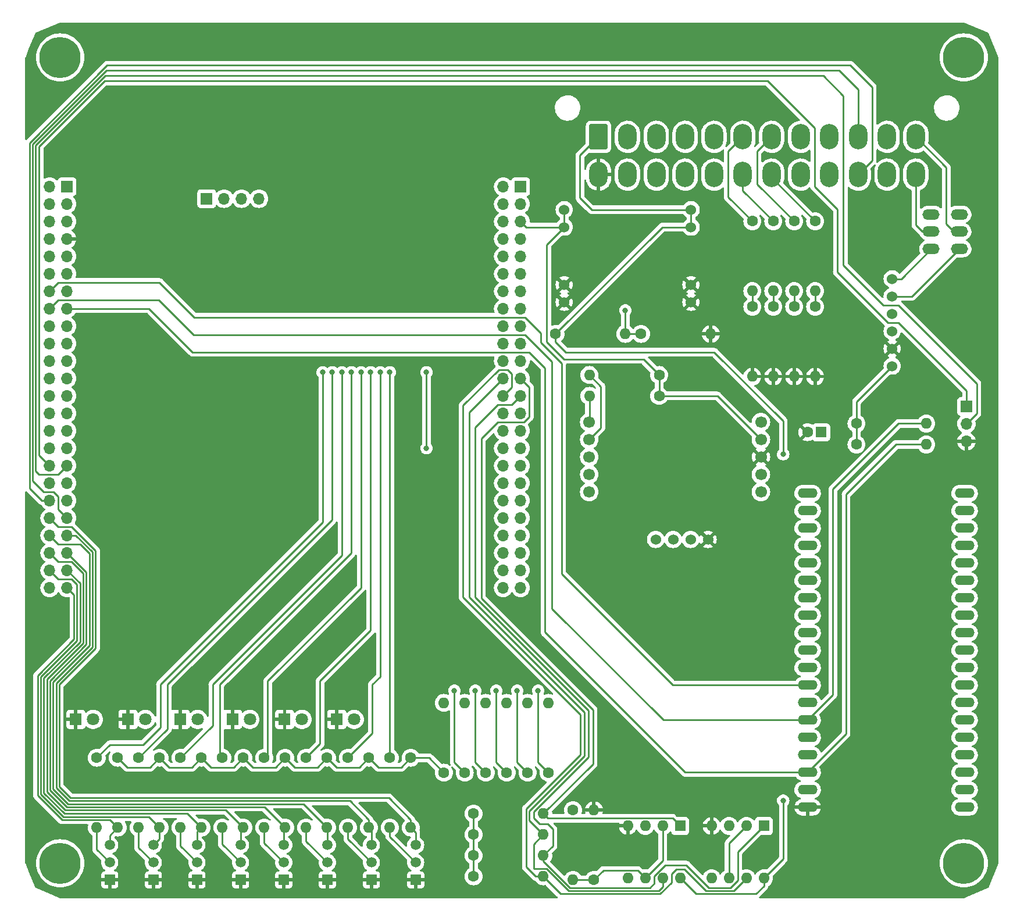
<source format=gbr>
%TF.GenerationSoftware,KiCad,Pcbnew,7.0.9*%
%TF.CreationDate,2024-01-02T14:00:45+09:00*%
%TF.ProjectId,TMA-1,544d412d-312e-46b6-9963-61645f706362,rev?*%
%TF.SameCoordinates,Original*%
%TF.FileFunction,Copper,L1,Top*%
%TF.FilePolarity,Positive*%
%FSLAX46Y46*%
G04 Gerber Fmt 4.6, Leading zero omitted, Abs format (unit mm)*
G04 Created by KiCad (PCBNEW 7.0.9) date 2024-01-02 14:00:45*
%MOMM*%
%LPD*%
G01*
G04 APERTURE LIST*
G04 Aperture macros list*
%AMRoundRect*
0 Rectangle with rounded corners*
0 $1 Rounding radius*
0 $2 $3 $4 $5 $6 $7 $8 $9 X,Y pos of 4 corners*
0 Add a 4 corners polygon primitive as box body*
4,1,4,$2,$3,$4,$5,$6,$7,$8,$9,$2,$3,0*
0 Add four circle primitives for the rounded corners*
1,1,$1+$1,$2,$3*
1,1,$1+$1,$4,$5*
1,1,$1+$1,$6,$7*
1,1,$1+$1,$8,$9*
0 Add four rect primitives between the rounded corners*
20,1,$1+$1,$2,$3,$4,$5,0*
20,1,$1+$1,$4,$5,$6,$7,0*
20,1,$1+$1,$6,$7,$8,$9,0*
20,1,$1+$1,$8,$9,$2,$3,0*%
G04 Aperture macros list end*
%TA.AperFunction,ComponentPad*%
%ADD10O,2.844800X1.422400*%
%TD*%
%TA.AperFunction,ComponentPad*%
%ADD11C,1.600000*%
%TD*%
%TA.AperFunction,ComponentPad*%
%ADD12O,1.600000X1.600000*%
%TD*%
%TA.AperFunction,ComponentPad*%
%ADD13R,1.500000X1.500000*%
%TD*%
%TA.AperFunction,ComponentPad*%
%ADD14C,1.500000*%
%TD*%
%TA.AperFunction,ComponentPad*%
%ADD15R,1.800000X1.800000*%
%TD*%
%TA.AperFunction,ComponentPad*%
%ADD16C,1.800000*%
%TD*%
%TA.AperFunction,ComponentPad*%
%ADD17C,1.524000*%
%TD*%
%TA.AperFunction,ComponentPad*%
%ADD18R,1.600000X1.600000*%
%TD*%
%TA.AperFunction,ComponentPad*%
%ADD19O,2.500000X1.500000*%
%TD*%
%TA.AperFunction,ComponentPad*%
%ADD20C,6.000000*%
%TD*%
%TA.AperFunction,ComponentPad*%
%ADD21C,1.700000*%
%TD*%
%TA.AperFunction,ComponentPad*%
%ADD22RoundRect,0.250001X-1.099999X-1.599999X1.099999X-1.599999X1.099999X1.599999X-1.099999X1.599999X0*%
%TD*%
%TA.AperFunction,ComponentPad*%
%ADD23O,2.700000X3.700000*%
%TD*%
%TA.AperFunction,ComponentPad*%
%ADD24O,1.700000X1.700000*%
%TD*%
%TA.AperFunction,ComponentPad*%
%ADD25R,1.700000X1.700000*%
%TD*%
%TA.AperFunction,ViaPad*%
%ADD26C,0.800000*%
%TD*%
%TA.AperFunction,Conductor*%
%ADD27C,0.250000*%
%TD*%
G04 APERTURE END LIST*
D10*
%TO.P,U2,3V3,3.3V*%
%TO.N,+3.3V*%
X210439000Y-144867000D03*
%TO.P,U2,EN,EN*%
%TO.N,Net-(C1-Pad1)*%
X210439000Y-142327000D03*
%TO.P,U2,GND@1,GND@1*%
%TO.N,unconnected-(U2-PadGND@1)*%
X210439000Y-111847000D03*
%TO.P,U2,GND@2,GND@2*%
%TO.N,GND*%
X187579000Y-144867000D03*
%TO.P,U2,GND@3,GND@3*%
%TO.N,unconnected-(U2-PadGND@3)*%
X187579000Y-129627000D03*
%TO.P,U2,GPIO0,GPIO0*%
%TO.N,unconnected-(U2-PadGPIO0)*%
X187579000Y-111847000D03*
%TO.P,U2,GPIO2,GPIO2*%
%TO.N,unconnected-(U2-PadGPIO2)*%
X187579000Y-109307000D03*
%TO.P,U2,GPIO4,GPIO4*%
%TO.N,unconnected-(U2-PadGPIO4)*%
X187579000Y-114387000D03*
%TO.P,U2,GPIO5,GPIO5*%
%TO.N,unconnected-(U2-PadGPIO5)*%
X187579000Y-122007000D03*
%TO.P,U2,GPIO6,GPIO6*%
%TO.N,unconnected-(U2-PadGPIO6)*%
X187579000Y-99147000D03*
%TO.P,U2,GPIO7,GPIO7*%
%TO.N,unconnected-(U2-PadGPIO7)*%
X187579000Y-101687000D03*
%TO.P,U2,GPIO8,GPIO8*%
%TO.N,unconnected-(U2-PadGPIO8)*%
X187579000Y-104227000D03*
%TO.P,U2,GPIO9,GPIO9*%
%TO.N,unconnected-(U2-PadGPIO9)*%
X210439000Y-106767000D03*
%TO.P,U2,GPIO10,GPIO10*%
%TO.N,unconnected-(U2-PadGPIO10)*%
X210439000Y-104227000D03*
%TO.P,U2,GPIO11,GPIO11*%
%TO.N,unconnected-(U2-PadGPIO11)*%
X210439000Y-101687000D03*
%TO.P,U2,GPIO12,GPIO12*%
%TO.N,unconnected-(U2-PadGPIO12)*%
X210439000Y-114387000D03*
%TO.P,U2,GPIO13,GPIO13*%
%TO.N,unconnected-(U2-PadGPIO13)*%
X210439000Y-109307000D03*
%TO.P,U2,GPIO14,GPIO14*%
%TO.N,unconnected-(U2-PadGPIO14)*%
X210439000Y-116927000D03*
%TO.P,U2,GPIO15,GPIO15*%
%TO.N,unconnected-(U2-PadGPIO15)*%
X187579000Y-106767000D03*
%TO.P,U2,GPIO16,GPIO16*%
%TO.N,unconnected-(U2-PadGPIO16)*%
X187579000Y-116927000D03*
%TO.P,U2,GPIO17,GPIO17*%
%TO.N,unconnected-(U2-PadGPIO17)*%
X187579000Y-119467000D03*
%TO.P,U2,GPIO18,GPIO18*%
%TO.N,unconnected-(U2-PadGPIO18)*%
X187579000Y-124547000D03*
%TO.P,U2,GPIO19,GPIO19*%
%TO.N,/ESP_COMM*%
X187579000Y-127087000D03*
%TO.P,U2,GPIO21,GPIO21*%
%TO.N,/ESP_I2C_SCL*%
X187579000Y-132167000D03*
%TO.P,U2,GPIO22,GPIO22*%
%TO.N,/ESP_I2C_SDA*%
X187579000Y-139787000D03*
%TO.P,U2,GPIO23,GPIO23*%
%TO.N,unconnected-(U2-PadGPIO23)*%
X187579000Y-142327000D03*
%TO.P,U2,GPIO25,GPIO25*%
%TO.N,unconnected-(U2-PadGPIO25)*%
X210439000Y-124547000D03*
%TO.P,U2,GPIO26,GPIO26*%
%TO.N,unconnected-(U2-PadGPIO26)*%
X210439000Y-122007000D03*
%TO.P,U2,GPIO27,GPIO27*%
%TO.N,unconnected-(U2-PadGPIO27)*%
X210439000Y-119467000D03*
%TO.P,U2,GPIO32,GPIO32*%
%TO.N,unconnected-(U2-PadGPIO32)*%
X210439000Y-129627000D03*
%TO.P,U2,GPIO33,GPIO33*%
%TO.N,unconnected-(U2-PadGPIO33)*%
X210439000Y-127087000D03*
%TO.P,U2,GPIO34,GPIO34*%
%TO.N,unconnected-(U2-PadGPIO34)*%
X210439000Y-134707000D03*
%TO.P,U2,GPIO35,GPIO35*%
%TO.N,unconnected-(U2-PadGPIO35)*%
X210439000Y-132167000D03*
%TO.P,U2,GPIO36,GPIO36*%
%TO.N,unconnected-(U2-PadGPIO36)*%
X210439000Y-139787000D03*
%TO.P,U2,GPIO39,GPIO39*%
%TO.N,unconnected-(U2-PadGPIO39)*%
X210439000Y-137247000D03*
%TO.P,U2,RX0,RX0*%
%TO.N,unconnected-(U2-PadRX0)*%
X187579000Y-134707000D03*
%TO.P,U2,TX0,TX0*%
%TO.N,unconnected-(U2-PadTX0)*%
X187579000Y-137247000D03*
%TO.P,U2,VIN,VIN*%
%TO.N,unconnected-(U2-PadVIN)*%
X210439000Y-99147000D03*
%TD*%
D11*
%TO.P,R6,1*%
%TO.N,/LED_{TELEMETRY}*%
X149860000Y-139827000D03*
D12*
%TO.P,R6,2*%
%TO.N,Net-(D6-A)*%
X149860000Y-129667000D03*
%TD*%
D13*
%TO.P,Q5,1,E*%
%TO.N,GND*%
X111306000Y-155448000D03*
D14*
%TO.P,Q5,2,B*%
%TO.N,Net-(Q5-B)*%
X111306000Y-152908000D03*
%TO.P,Q5,3,C*%
%TO.N,/STM_DIN4*%
X111306000Y-150368000D03*
%TD*%
D11*
%TO.P,R3,1*%
%TO.N,/LED_{HEARTBEAT}*%
X140716000Y-139827000D03*
D12*
%TO.P,R3,2*%
%TO.N,Net-(D3-A)*%
X140716000Y-129667000D03*
%TD*%
D11*
%TO.P,R4,1*%
%TO.N,/LED_{SD}*%
X143764000Y-139827000D03*
D12*
%TO.P,R4,2*%
%TO.N,Net-(D4-A)*%
X143764000Y-129667000D03*
%TD*%
D11*
%TO.P,R18,1*%
%TO.N,+3.3V*%
X117602000Y-137668000D03*
D12*
%TO.P,R18,2*%
%TO.N,/STM_DIN5*%
X117602000Y-147828000D03*
%TD*%
D15*
%TO.P,D4,1,K*%
%TO.N,GND*%
X103826000Y-132080000D03*
D16*
%TO.P,D4,2,A*%
%TO.N,Net-(D4-A)*%
X106366000Y-132080000D03*
%TD*%
D11*
%TO.P,R38,1*%
%TO.N,+3.3V*%
X138938000Y-154940000D03*
D12*
%TO.P,R38,2*%
%TO.N,/STM_PIN3*%
X149098000Y-154940000D03*
%TD*%
D11*
%TO.P,R19,1*%
%TO.N,/DIN6*%
X120650000Y-137668000D03*
D12*
%TO.P,R19,2*%
%TO.N,Net-(Q7-B)*%
X120650000Y-147828000D03*
%TD*%
D11*
%TO.P,R8,1*%
%TO.N,+3.3V*%
X87122000Y-137668000D03*
D12*
%TO.P,R8,2*%
%TO.N,/STM_DIN0*%
X87122000Y-147828000D03*
%TD*%
D11*
%TO.P,R42,1*%
%TO.N,+3.3V*%
X194691000Y-92035000D03*
D12*
%TO.P,R42,2*%
%TO.N,/ESP_I2C_SDA*%
X204851000Y-92035000D03*
%TD*%
D11*
%TO.P,R31,1*%
%TO.N,/AIN3*%
X188671200Y-59537600D03*
D12*
%TO.P,R31,2*%
%TO.N,/STM_AIN3*%
X188671200Y-69697600D03*
%TD*%
D11*
%TO.P,R32,1*%
%TO.N,/STM_AIN3*%
X188671200Y-71983600D03*
D12*
%TO.P,R32,2*%
%TO.N,GND*%
X188671200Y-82143600D03*
%TD*%
D15*
%TO.P,D5,1,K*%
%TO.N,GND*%
X111426000Y-132080000D03*
D16*
%TO.P,D5,2,A*%
%TO.N,Net-(D5-A)*%
X113966000Y-132080000D03*
%TD*%
D11*
%TO.P,R37,1*%
%TO.N,+3.3V*%
X138938000Y-151892000D03*
D12*
%TO.P,R37,2*%
%TO.N,/STM_PIN2*%
X149098000Y-151892000D03*
%TD*%
D15*
%TO.P,D3,1,K*%
%TO.N,GND*%
X96226000Y-132080000D03*
D16*
%TO.P,D3,2,A*%
%TO.N,Net-(D3-A)*%
X98766000Y-132080000D03*
%TD*%
D11*
%TO.P,R17,1*%
%TO.N,/DIN5*%
X114554000Y-137668000D03*
D12*
%TO.P,R17,2*%
%TO.N,Net-(Q6-B)*%
X114554000Y-147828000D03*
%TD*%
D17*
%TO.P,U7,1,VCC*%
%TO.N,+3.3V*%
X165450000Y-105867000D03*
%TO.P,U7,2,RX*%
%TO.N,/GPS_UART_TX*%
X167990000Y-105867000D03*
%TO.P,U7,3,TX*%
%TO.N,/GPS_UART_RX*%
X170530000Y-105867000D03*
%TO.P,U7,4,GND*%
%TO.N,GND*%
X173070000Y-105867000D03*
%TD*%
D11*
%TO.P,R29,1*%
%TO.N,/AIN2*%
X185623200Y-59537600D03*
D12*
%TO.P,R29,2*%
%TO.N,/STM_AIN2*%
X185623200Y-69697600D03*
%TD*%
D11*
%TO.P,R35,1*%
%TO.N,+3.3V*%
X153416000Y-145288000D03*
D12*
%TO.P,R35,2*%
%TO.N,VAA*%
X153416000Y-155448000D03*
%TD*%
D11*
%TO.P,R9,1*%
%TO.N,/DIN1*%
X90170000Y-137668000D03*
D12*
%TO.P,R9,2*%
%TO.N,Net-(Q2-B)*%
X90170000Y-147828000D03*
%TD*%
D13*
%TO.P,Q6,1,E*%
%TO.N,GND*%
X117656000Y-155448000D03*
D14*
%TO.P,Q6,2,B*%
%TO.N,Net-(Q6-B)*%
X117656000Y-152908000D03*
%TO.P,Q6,3,C*%
%TO.N,/STM_DIN5*%
X117656000Y-150368000D03*
%TD*%
D13*
%TO.P,Q7,1,E*%
%TO.N,GND*%
X124058000Y-155448000D03*
D14*
%TO.P,Q7,2,B*%
%TO.N,Net-(Q7-B)*%
X124058000Y-152908000D03*
%TO.P,Q7,3,C*%
%TO.N,/STM_DIN6*%
X124058000Y-150368000D03*
%TD*%
D18*
%TO.P,U5,1*%
%TO.N,/STM_PIN2*%
X181219000Y-147584000D03*
D12*
%TO.P,U5,2,-*%
%TO.N,VAA*%
X178679000Y-147584000D03*
%TO.P,U5,3,+*%
%TO.N,/PIN2*%
X176139000Y-147584000D03*
%TO.P,U5,4,V-*%
%TO.N,GND*%
X173599000Y-147584000D03*
%TO.P,U5,5,+*%
%TO.N,/PIN3*%
X173599000Y-155204000D03*
%TO.P,U5,6,-*%
%TO.N,VAA*%
X176139000Y-155204000D03*
%TO.P,U5,7*%
%TO.N,/STM_PIN3*%
X178679000Y-155204000D03*
%TO.P,U5,8,V+*%
%TO.N,VBUS*%
X181219000Y-155204000D03*
%TD*%
D11*
%TO.P,R27,1*%
%TO.N,/AIN1*%
X182575200Y-59537600D03*
D12*
%TO.P,R27,2*%
%TO.N,/STM_AIN1*%
X182575200Y-69697600D03*
%TD*%
D11*
%TO.P,R41,1*%
%TO.N,+3.3V*%
X194691000Y-88987000D03*
D12*
%TO.P,R41,2*%
%TO.N,/ESP_I2C_SCL*%
X204851000Y-88987000D03*
%TD*%
D19*
%TO.P,SW1,1,1*%
%TO.N,Net-(U8-CANL)*%
X205577000Y-63547000D03*
%TO.P,SW1,2*%
%TO.N,N/C*%
X205577000Y-58547000D03*
%TO.P,SW1,3,3*%
%TO.N,/CANL*%
X205577000Y-61047000D03*
%TO.P,SW1,4,4*%
%TO.N,Net-(U8-CANH)*%
X209677000Y-63547000D03*
%TO.P,SW1,5*%
%TO.N,N/C*%
X209677000Y-58547000D03*
%TO.P,SW1,6,6*%
%TO.N,/CANH*%
X209677000Y-61047000D03*
%TD*%
D11*
%TO.P,R14,1*%
%TO.N,+3.3V*%
X105410000Y-137668000D03*
D12*
%TO.P,R14,2*%
%TO.N,/STM_DIN3*%
X105410000Y-147828000D03*
%TD*%
D20*
%TO.P,REF\u002A\u002A,1*%
%TO.N,N/C*%
X78740000Y-35687000D03*
%TD*%
%TO.P,REF\u002A\u002A,1*%
%TO.N,N/C*%
X210312000Y-35687000D03*
%TD*%
D11*
%TO.P,R15,1*%
%TO.N,/DIN4*%
X108458000Y-137668000D03*
D12*
%TO.P,R15,2*%
%TO.N,Net-(Q5-B)*%
X108458000Y-147828000D03*
%TD*%
D11*
%TO.P,R24,1*%
%TO.N,/V_{SENSE}*%
X163322000Y-75946000D03*
D12*
%TO.P,R24,2*%
%TO.N,GND*%
X173482000Y-75946000D03*
%TD*%
D11*
%TO.P,R2,1*%
%TO.N,/LED_{ERR}*%
X137654000Y-139827000D03*
D12*
%TO.P,R2,2*%
%TO.N,Net-(D2-A)*%
X137654000Y-129667000D03*
%TD*%
D17*
%TO.P,U8,1,3V3*%
%TO.N,+3.3V*%
X199898000Y-80623000D03*
%TO.P,U8,2,GND*%
%TO.N,GND*%
X199898000Y-78083000D03*
%TO.P,U8,3,CTX*%
%TO.N,/CTX*%
X199898000Y-75543000D03*
%TO.P,U8,4,CRX*%
%TO.N,/CRX*%
X199898000Y-73003000D03*
%TO.P,U8,5,CANH*%
%TO.N,Net-(U8-CANH)*%
X199898000Y-70463000D03*
%TO.P,U8,6,CANL*%
%TO.N,Net-(U8-CANL)*%
X199898000Y-67923000D03*
%TD*%
D20*
%TO.P,REF\u002A\u002A,1*%
%TO.N,N/C*%
X210312000Y-153035000D03*
%TD*%
D11*
%TO.P,R11,1*%
%TO.N,/DIN2*%
X96266000Y-137668000D03*
D12*
%TO.P,R11,2*%
%TO.N,Net-(Q3-B)*%
X96266000Y-147828000D03*
%TD*%
D11*
%TO.P,R23,1*%
%TO.N,VBUS*%
X150876000Y-75946000D03*
D12*
%TO.P,R23,2*%
%TO.N,/V_{SENSE}*%
X161036000Y-75946000D03*
%TD*%
D11*
%TO.P,R21,1*%
%TO.N,/DIN7*%
X126746000Y-137668000D03*
D12*
%TO.P,R21,2*%
%TO.N,Net-(Q8-B)*%
X126746000Y-147828000D03*
%TD*%
D11*
%TO.P,R26,1*%
%TO.N,/STM_AIN0*%
X179527200Y-71983600D03*
D12*
%TO.P,R26,2*%
%TO.N,GND*%
X179527200Y-82143600D03*
%TD*%
D13*
%TO.P,Q2,1,E*%
%TO.N,GND*%
X92308000Y-155448000D03*
D14*
%TO.P,Q2,2,B*%
%TO.N,Net-(Q2-B)*%
X92308000Y-152908000D03*
%TO.P,Q2,3,C*%
%TO.N,/STM_DIN1*%
X92308000Y-150368000D03*
%TD*%
D11*
%TO.P,R13,1*%
%TO.N,/DIN3*%
X102362000Y-137668000D03*
D12*
%TO.P,R13,2*%
%TO.N,Net-(Q4-B)*%
X102362000Y-147828000D03*
%TD*%
D11*
%TO.P,R30,1*%
%TO.N,/STM_AIN2*%
X185623200Y-71983600D03*
D12*
%TO.P,R30,2*%
%TO.N,GND*%
X185623200Y-82143600D03*
%TD*%
D11*
%TO.P,R33,1*%
%TO.N,+3.3V*%
X138938000Y-145796000D03*
D12*
%TO.P,R33,2*%
%TO.N,/STM_PIN0*%
X149098000Y-145796000D03*
%TD*%
D13*
%TO.P,Q3,1,E*%
%TO.N,GND*%
X98658000Y-155448000D03*
D14*
%TO.P,Q3,2,B*%
%TO.N,Net-(Q3-B)*%
X98658000Y-152908000D03*
%TO.P,Q3,3,C*%
%TO.N,/STM_DIN2*%
X98658000Y-150368000D03*
%TD*%
D11*
%TO.P,R28,1*%
%TO.N,/STM_AIN1*%
X182575200Y-71983600D03*
D12*
%TO.P,R28,2*%
%TO.N,GND*%
X182575200Y-82143600D03*
%TD*%
D11*
%TO.P,R5,1*%
%TO.N,/LED_{CAN}*%
X146812000Y-139827000D03*
D12*
%TO.P,R5,2*%
%TO.N,Net-(D5-A)*%
X146812000Y-129667000D03*
%TD*%
D11*
%TO.P,R40,1*%
%TO.N,+3.3V*%
X165959000Y-81915000D03*
D12*
%TO.P,R40,2*%
%TO.N,/ACC_I2C_SDA*%
X155799000Y-81915000D03*
%TD*%
D13*
%TO.P,Q8,1,E*%
%TO.N,GND*%
X130512000Y-155448000D03*
D14*
%TO.P,Q8,2,B*%
%TO.N,Net-(Q8-B)*%
X130512000Y-152908000D03*
%TO.P,Q8,3,C*%
%TO.N,/STM_DIN7*%
X130512000Y-150368000D03*
%TD*%
D11*
%TO.P,R36,1*%
%TO.N,VAA*%
X156464000Y-155448000D03*
D12*
%TO.P,R36,2*%
%TO.N,GND*%
X156464000Y-145288000D03*
%TD*%
D11*
%TO.P,R25,1*%
%TO.N,/AIN0*%
X179527200Y-59537600D03*
D12*
%TO.P,R25,2*%
%TO.N,/STM_AIN0*%
X179527200Y-69697600D03*
%TD*%
D11*
%TO.P,R10,1*%
%TO.N,+3.3V*%
X93218000Y-137668000D03*
D12*
%TO.P,R10,2*%
%TO.N,/STM_DIN1*%
X93218000Y-147828000D03*
%TD*%
D21*
%TO.P,U6,1,3V3*%
%TO.N,+3.3V*%
X180775000Y-91313000D03*
%TO.P,U6,2,GND*%
%TO.N,GND*%
X180775000Y-93853000D03*
%TO.P,U6,6,Vs*%
%TO.N,unconnected-(U6-Vs-Pad6)*%
X180775000Y-96393000D03*
%TO.P,U6,7,~{CS}*%
%TO.N,+3.3V*%
X180775000Y-98933000D03*
%TO.P,U6,8,INT1*%
%TO.N,unconnected-(U6-INT1-Pad8)*%
X155775000Y-98933000D03*
%TO.P,U6,9,INT2*%
%TO.N,unconnected-(U6-INT2-Pad9)*%
X155775000Y-96393000D03*
%TO.P,U6,12,SDO/ADDR*%
%TO.N,unconnected-(U6-SDO{slash}ADDR-Pad12)*%
X155775000Y-93853000D03*
%TO.P,U6,13,SDA*%
%TO.N,/ACC_I2C_SDA*%
X155775000Y-91313000D03*
%TO.P,U6,14,SCL/SCLK*%
%TO.N,/ACC_I2C_SCL*%
X155775000Y-88773000D03*
%TO.P,U6,22,5V*%
%TO.N,unconnected-(U6-5V-Pad22)*%
X180775000Y-88773000D03*
%TD*%
D15*
%TO.P,D2,1,K*%
%TO.N,GND*%
X88626000Y-132080000D03*
D16*
%TO.P,D2,2,A*%
%TO.N,Net-(D2-A)*%
X91166000Y-132080000D03*
%TD*%
D15*
%TO.P,D1,1,K*%
%TO.N,GND*%
X81026000Y-132080000D03*
D16*
%TO.P,D1,2,A*%
%TO.N,Net-(D1-A)*%
X83566000Y-132080000D03*
%TD*%
D22*
%TO.P,J1,1,Pin_1*%
%TO.N,VBUS*%
X157136000Y-47244000D03*
D23*
%TO.P,J1,2,Pin_2*%
%TO.N,/DIN0*%
X161336000Y-47244000D03*
%TO.P,J1,3,Pin_3*%
%TO.N,/DIN2*%
X165536000Y-47244000D03*
%TO.P,J1,4,Pin_4*%
%TO.N,/DIN4*%
X169736000Y-47244000D03*
%TO.P,J1,5,Pin_5*%
%TO.N,/DIN6*%
X173936000Y-47244000D03*
%TO.P,J1,6,Pin_6*%
%TO.N,/AIN0*%
X178136000Y-47244000D03*
%TO.P,J1,7,Pin_7*%
%TO.N,/AIN2*%
X182336000Y-47244000D03*
%TO.P,J1,8,Pin_8*%
%TO.N,/PIN0*%
X186536000Y-47244000D03*
%TO.P,J1,9,Pin_9*%
%TO.N,/PIN2*%
X190736000Y-47244000D03*
%TO.P,J1,10,Pin_10*%
%TO.N,/LOG_UART_TX*%
X194936000Y-47244000D03*
%TO.P,J1,11,Pin_11*%
%TO.N,/ESP_I2C_SDA*%
X199136000Y-47244000D03*
%TO.P,J1,12,Pin_12*%
%TO.N,/CANH*%
X203336000Y-47244000D03*
%TO.P,J1,13,Pin_13*%
%TO.N,GND*%
X157136000Y-52744000D03*
%TO.P,J1,14,Pin_14*%
%TO.N,/DIN1*%
X161336000Y-52744000D03*
%TO.P,J1,15,Pin_15*%
%TO.N,/DIN3*%
X165536000Y-52744000D03*
%TO.P,J1,16,Pin_16*%
%TO.N,/DIN5*%
X169736000Y-52744000D03*
%TO.P,J1,17,Pin_17*%
%TO.N,/DIN7*%
X173936000Y-52744000D03*
%TO.P,J1,18,Pin_18*%
%TO.N,/AIN1*%
X178136000Y-52744000D03*
%TO.P,J1,19,Pin_19*%
%TO.N,/AIN3*%
X182336000Y-52744000D03*
%TO.P,J1,20,Pin_20*%
%TO.N,/PIN1*%
X186536000Y-52744000D03*
%TO.P,J1,21,Pin_21*%
%TO.N,/PIN3*%
X190736000Y-52744000D03*
%TO.P,J1,22,Pin_22*%
%TO.N,/LOG_UART_RX*%
X194936000Y-52744000D03*
%TO.P,J1,23,Pin_23*%
%TO.N,/ESP_I2C_SCL*%
X199136000Y-52744000D03*
%TO.P,J1,24,Pin_24*%
%TO.N,/CANL*%
X203336000Y-52744000D03*
%TD*%
D18*
%TO.P,U4,1*%
%TO.N,/STM_PIN0*%
X169027000Y-147584000D03*
D12*
%TO.P,U4,2,-*%
%TO.N,VAA*%
X166487000Y-147584000D03*
%TO.P,U4,3,+*%
%TO.N,/PIN0*%
X163947000Y-147584000D03*
%TO.P,U4,4,V-*%
%TO.N,GND*%
X161407000Y-147584000D03*
%TO.P,U4,5,+*%
%TO.N,/PIN1*%
X161407000Y-155204000D03*
%TO.P,U4,6,-*%
%TO.N,VAA*%
X163947000Y-155204000D03*
%TO.P,U4,7*%
%TO.N,/STM_PIN1*%
X166487000Y-155204000D03*
%TO.P,U4,8,V+*%
%TO.N,VBUS*%
X169027000Y-155204000D03*
%TD*%
D11*
%TO.P,R1,1*%
%TO.N,+3.3V*%
X134620000Y-139827000D03*
D12*
%TO.P,R1,2*%
%TO.N,Net-(D1-A)*%
X134620000Y-129667000D03*
%TD*%
D11*
%TO.P,R39,1*%
%TO.N,+3.3V*%
X165959000Y-84963000D03*
D12*
%TO.P,R39,2*%
%TO.N,/ACC_I2C_SCL*%
X155799000Y-84963000D03*
%TD*%
D11*
%TO.P,R20,1*%
%TO.N,+3.3V*%
X123698000Y-137668000D03*
D12*
%TO.P,R20,2*%
%TO.N,/STM_DIN6*%
X123698000Y-147828000D03*
%TD*%
D17*
%TO.P,U3,1,IN*%
%TO.N,VBUS*%
X170606000Y-57848500D03*
X170606000Y-60388500D03*
%TO.P,U3,2,GND*%
%TO.N,GND*%
X170606000Y-68788500D03*
X170606000Y-71328500D03*
%TO.P,U3,3,OUT*%
%TO.N,+3.3V*%
X152146000Y-57848500D03*
X152146000Y-60388500D03*
%TO.P,U3,4,GND*%
%TO.N,GND*%
X152146000Y-68788500D03*
X152146000Y-71328500D03*
%TD*%
D13*
%TO.P,Q4,1,E*%
%TO.N,GND*%
X105008000Y-155448000D03*
D14*
%TO.P,Q4,2,B*%
%TO.N,Net-(Q4-B)*%
X105008000Y-152908000D03*
%TO.P,Q4,3,C*%
%TO.N,/STM_DIN3*%
X105008000Y-150368000D03*
%TD*%
D18*
%TO.P,C1,1*%
%TO.N,Net-(C1-Pad1)*%
X189550113Y-90257000D03*
D11*
%TO.P,C1,2*%
%TO.N,GND*%
X187550113Y-90257000D03*
%TD*%
%TO.P,R22,1*%
%TO.N,+3.3V*%
X129794000Y-137668000D03*
D12*
%TO.P,R22,2*%
%TO.N,/STM_DIN7*%
X129794000Y-147828000D03*
%TD*%
D20*
%TO.P,REF\u002A\u002A,1*%
%TO.N,N/C*%
X78740000Y-153035000D03*
%TD*%
D15*
%TO.P,D6,1,K*%
%TO.N,GND*%
X119026000Y-132080000D03*
D16*
%TO.P,D6,2,A*%
%TO.N,Net-(D6-A)*%
X121566000Y-132080000D03*
%TD*%
D11*
%TO.P,R16,1*%
%TO.N,+3.3V*%
X111506000Y-137668000D03*
D12*
%TO.P,R16,2*%
%TO.N,/STM_DIN4*%
X111506000Y-147828000D03*
%TD*%
D24*
%TO.P,U1,10,VSS*%
%TO.N,GND*%
X79756000Y-62103000D03*
%TO.P,U1,15,PC0*%
%TO.N,/STM_AIN0*%
X145798200Y-74803000D03*
%TO.P,U1,16,PC1*%
%TO.N,/STM_AIN1*%
X143258200Y-74803000D03*
%TO.P,U1,17,PC2*%
%TO.N,/STM_AIN2*%
X145798200Y-77343000D03*
%TO.P,U1,18,PC3*%
%TO.N,/STM_AIN3*%
X143258200Y-77343000D03*
%TO.P,U1,23,PA0*%
%TO.N,/STM_PIN0*%
X145798200Y-82423000D03*
%TO.P,U1,24,PA1*%
%TO.N,/STM_PIN1*%
X143258200Y-82423000D03*
%TO.P,U1,25,PA2*%
%TO.N,/STM_PIN2*%
X145798200Y-84963000D03*
%TO.P,U1,26,PA3*%
%TO.N,/STM_PIN3*%
X143258200Y-84963000D03*
%TO.P,U1,34,PC5*%
%TO.N,/V_{SENSE}*%
X143258200Y-92583000D03*
%TO.P,U1,41,PE10*%
%TO.N,unconnected-(U1-PE10-Pad41)*%
X143258200Y-100203000D03*
%TO.P,U1,42,PE11*%
%TO.N,/LED_{ERR}*%
X145798200Y-102743000D03*
%TO.P,U1,43,PE12*%
%TO.N,/LED_{HEARTBEAT}*%
X143258200Y-102743000D03*
%TO.P,U1,44,PE13*%
%TO.N,/LED_{SD}*%
X145798200Y-105283000D03*
%TO.P,U1,45,PE14*%
%TO.N,/LED_{CAN}*%
X143258200Y-105283000D03*
%TO.P,U1,46,PE15*%
%TO.N,/LED_{TELEMETRY}*%
X145798200Y-107823000D03*
%TO.P,U1,47,PB10*%
%TO.N,unconnected-(U1-PB10-Pad47)*%
X143258200Y-107823000D03*
%TO.P,U1,48,PB11*%
%TO.N,unconnected-(U1-PB11-Pad48)*%
X145798200Y-110363000D03*
%TO.P,U1,55,PD8*%
%TO.N,/STM_DIN0*%
X79756000Y-112903000D03*
%TO.P,U1,56,PD9*%
%TO.N,/STM_DIN1*%
X77216000Y-110363000D03*
%TO.P,U1,57,PD10*%
%TO.N,/STM_DIN2*%
X79756000Y-110363000D03*
%TO.P,U1,58,PD11*%
%TO.N,/STM_DIN3*%
X77216000Y-107823000D03*
%TO.P,U1,59,PD12*%
%TO.N,/STM_DIN4*%
X79756000Y-107823000D03*
%TO.P,U1,60,PD13*%
%TO.N,/STM_DIN5*%
X77216000Y-105283000D03*
%TO.P,U1,61,PD14*%
%TO.N,/STM_DIN6*%
X79756000Y-105283000D03*
%TO.P,U1,62,PD15*%
%TO.N,/STM_DIN7*%
X77216000Y-102743000D03*
%TO.P,U1,63,PC6*%
%TO.N,/LOG_UART_TX*%
X79756000Y-102743000D03*
%TO.P,U1,64,PC7*%
%TO.N,/LOG_UART_RX*%
X77216000Y-100203000D03*
%TO.P,U1,66,PC9*%
%TO.N,/ACC_I2C_SDA*%
X77216000Y-97663000D03*
%TO.P,U1,67,PA8*%
%TO.N,/ACC_I2C_SCL*%
X79756000Y-97663000D03*
%TO.P,U1,68,PA9*%
%TO.N,/DEBUG_UART_TX*%
X77216000Y-95123000D03*
%TO.P,U1,69,PA10*%
%TO.N,/DEBUG_UART_RX*%
X79756000Y-95123000D03*
%TO.P,U1,78,PC10*%
%TO.N,/GPS_UART_TX*%
X79756000Y-90043000D03*
%TO.P,U1,79,PC11*%
%TO.N,/GPS_UART_RX*%
X77216000Y-87503000D03*
%TO.P,U1,81,PD0*%
%TO.N,/CRX*%
X77216000Y-84963000D03*
%TO.P,U1,82,PD1*%
%TO.N,/CTX*%
X79756000Y-84963000D03*
%TO.P,U1,86,PD5*%
%TO.N,unconnected-(U1-PD5-Pad86)*%
X79756000Y-79883000D03*
%TO.P,U1,87,PD6*%
%TO.N,unconnected-(U1-PD6-Pad87)*%
X77216000Y-77343000D03*
%TO.P,U1,92,PB6*%
%TO.N,/ESP_I2C_SCL*%
X77216000Y-72263000D03*
%TO.P,U1,93,PB7*%
%TO.N,/ESP_I2C_SDA*%
X79756000Y-72263000D03*
%TO.P,U1,94,BOOT0*%
%TO.N,unconnected-(U1-BOOT0-Pad94)*%
X79756000Y-59563000D03*
%TO.P,U1,95,PB8*%
%TO.N,/ESP_COMM*%
X77216000Y-69723000D03*
%TO.P,U1,100,VDD*%
%TO.N,+3.3V*%
X145798200Y-59563000D03*
D25*
%TO.P,U1,110*%
%TO.N,N/C*%
X100076000Y-56255500D03*
D24*
%TO.P,U1,111*%
X102616000Y-56255500D03*
%TO.P,U1,112*%
X105156000Y-56255500D03*
%TO.P,U1,113*%
X107696000Y-56255500D03*
%TO.P,U1,X*%
X77216000Y-57023000D03*
X77216000Y-59563000D03*
X77216000Y-62103000D03*
X77216000Y-64643000D03*
X77216000Y-67183000D03*
X77216000Y-74803000D03*
X77216000Y-79883000D03*
X77216000Y-82423000D03*
X77216000Y-90043000D03*
X77216000Y-92583000D03*
X77216000Y-112903000D03*
D25*
X79756000Y-54483000D03*
D24*
X79756000Y-57023000D03*
X79756000Y-64643000D03*
X79756000Y-67183000D03*
X79756000Y-69723000D03*
X79756000Y-74803000D03*
X79756000Y-77343000D03*
X79756000Y-82423000D03*
X79756000Y-87503000D03*
X79756000Y-92583000D03*
X79756000Y-100203000D03*
X143258200Y-54483000D03*
X143258200Y-57023000D03*
X143258200Y-59563000D03*
X143258200Y-62103000D03*
X143258200Y-64643000D03*
X143258200Y-67183000D03*
X143258200Y-69723000D03*
X143258200Y-72263000D03*
X143258200Y-79883000D03*
X143258200Y-87503000D03*
X143258200Y-90043000D03*
X143258200Y-95123000D03*
X143258200Y-97663000D03*
X143258200Y-110363000D03*
X143258200Y-112903000D03*
X145798200Y-57023000D03*
X145798200Y-62103000D03*
X145798200Y-64643000D03*
X145798200Y-67183000D03*
X145798200Y-69723000D03*
X145798200Y-72263000D03*
X145798200Y-79883000D03*
X145798200Y-87503000D03*
X145798200Y-90043000D03*
X145798200Y-92583000D03*
X145798200Y-95123000D03*
X145798200Y-97663000D03*
X145798200Y-100203000D03*
X145798200Y-112903000D03*
%TO.P,U1,x*%
X77216000Y-54483000D03*
D25*
X145798200Y-54483000D03*
%TD*%
D11*
%TO.P,R34,1*%
%TO.N,+3.3V*%
X138938000Y-148844000D03*
D12*
%TO.P,R34,2*%
%TO.N,/STM_PIN1*%
X149098000Y-148844000D03*
%TD*%
D11*
%TO.P,R7,1*%
%TO.N,/DIN0*%
X84074000Y-137668000D03*
D12*
%TO.P,R7,2*%
%TO.N,Net-(Q1-B)*%
X84074000Y-147828000D03*
%TD*%
D25*
%TO.P,J2,1,Pin_1*%
%TO.N,/DEBUG_UART_TX*%
X210693000Y-86487000D03*
D24*
%TO.P,J2,2,Pin_2*%
%TO.N,/DEBUG_UART_RX*%
X210693000Y-89027000D03*
%TO.P,J2,3,Pin_3*%
%TO.N,GND*%
X210693000Y-91567000D03*
%TD*%
D11*
%TO.P,R12,1*%
%TO.N,+3.3V*%
X99314000Y-137668000D03*
D12*
%TO.P,R12,2*%
%TO.N,/STM_DIN2*%
X99314000Y-147828000D03*
%TD*%
D13*
%TO.P,Q1,1,E*%
%TO.N,GND*%
X85958000Y-155448000D03*
D14*
%TO.P,Q1,2,B*%
%TO.N,Net-(Q1-B)*%
X85958000Y-152908000D03*
%TO.P,Q1,3,C*%
%TO.N,/STM_DIN0*%
X85958000Y-150368000D03*
%TD*%
D26*
%TO.N,/LED_{ERR}*%
X136144000Y-127889000D03*
%TO.N,/LED_{HEARTBEAT}*%
X139192000Y-127889000D03*
%TO.N,/LED_{SD}*%
X142240000Y-127889000D03*
%TO.N,/LED_{CAN}*%
X145288000Y-127889000D03*
%TO.N,/LED_{TELEMETRY}*%
X148336000Y-127889000D03*
%TO.N,VBUS*%
X184023000Y-93472000D03*
X184023000Y-143891000D03*
%TO.N,/DIN0*%
X116967000Y-81534000D03*
%TO.N,/DIN1*%
X118364000Y-81534000D03*
%TO.N,/DIN2*%
X119761000Y-81534000D03*
%TO.N,/DIN3*%
X121158000Y-81534000D03*
%TO.N,/DIN4*%
X122555000Y-81534000D03*
%TO.N,/DIN6*%
X125349000Y-81534000D03*
%TO.N,/DIN5*%
X123952000Y-81534000D03*
%TO.N,/DIN7*%
X126746000Y-81534000D03*
%TO.N,/V_{SENSE}*%
X161036000Y-72517000D03*
X132080000Y-92583000D03*
X132080000Y-81534000D03*
%TD*%
D27*
%TO.N,Net-(U8-CANL)*%
X205577000Y-63547000D02*
X201201000Y-67923000D01*
X201201000Y-67923000D02*
X199898000Y-67923000D01*
%TO.N,/CANL*%
X203336000Y-52744000D02*
X203336000Y-60080000D01*
X203336000Y-60080000D02*
X204303000Y-61047000D01*
X204303000Y-61047000D02*
X205577000Y-61047000D01*
%TO.N,Net-(U8-CANH)*%
X209677000Y-63547000D02*
X202761000Y-70463000D01*
X202761000Y-70463000D02*
X199898000Y-70463000D01*
%TO.N,/CANH*%
X203336000Y-47244000D02*
X207772000Y-51680000D01*
X208875000Y-61047000D02*
X209677000Y-61047000D01*
X207772000Y-51680000D02*
X207772000Y-59944000D01*
X207772000Y-59944000D02*
X208875000Y-61047000D01*
%TO.N,/STM_AIN0*%
X179527200Y-69697600D02*
X179527200Y-71983600D01*
%TO.N,/STM_AIN1*%
X182575200Y-69697600D02*
X182575200Y-71983600D01*
%TO.N,/STM_AIN2*%
X185623200Y-69697600D02*
X185623200Y-71983600D01*
%TO.N,/STM_AIN3*%
X188671200Y-69697600D02*
X188671200Y-71983600D01*
%TO.N,/STM_PIN0*%
X147066000Y-88011000D02*
X147066000Y-83690800D01*
X140081000Y-114427000D02*
X140081000Y-91186000D01*
X169027000Y-147584000D02*
X167902000Y-146459000D01*
X156337000Y-138557000D02*
X156337000Y-130683000D01*
X149098000Y-145796000D02*
X156337000Y-138557000D01*
X146304000Y-88773000D02*
X147066000Y-88011000D01*
X140081000Y-91186000D02*
X142494000Y-88773000D01*
X142494000Y-88773000D02*
X146304000Y-88773000D01*
X147066000Y-83690800D02*
X145798200Y-82423000D01*
X149761000Y-146459000D02*
X149098000Y-145796000D01*
X156337000Y-130683000D02*
X140081000Y-114427000D01*
X167902000Y-146459000D02*
X149761000Y-146459000D01*
%TO.N,/STM_PIN1*%
X166487000Y-155204000D02*
X166487000Y-156472604D01*
X138303000Y-87378200D02*
X143258200Y-82423000D01*
X149098000Y-148844000D02*
X147066000Y-146812000D01*
X149545991Y-153797000D02*
X147701000Y-153797000D01*
X138303000Y-114300000D02*
X138303000Y-87378200D01*
X147066000Y-146812000D02*
X147066000Y-145414302D01*
X166487000Y-156472604D02*
X165936604Y-157023000D01*
X151841000Y-156100387D02*
X151841000Y-156092009D01*
X155067000Y-137413302D02*
X155067000Y-131064000D01*
X165936604Y-157023000D02*
X152763613Y-157023000D01*
X147701000Y-150241000D02*
X149098000Y-148844000D01*
X147066000Y-145414302D02*
X155067000Y-137413302D01*
X147701000Y-153797000D02*
X147701000Y-150241000D01*
X152763613Y-157023000D02*
X151841000Y-156100387D01*
X155067000Y-131064000D02*
X138303000Y-114300000D01*
X151841000Y-156092009D02*
X149545991Y-153797000D01*
%TO.N,/STM_PIN2*%
X139192000Y-114300000D02*
X139192000Y-89535000D01*
X155702000Y-130810000D02*
X139192000Y-114300000D01*
X142494000Y-86233000D02*
X144528200Y-86233000D01*
X173217000Y-156580000D02*
X176353991Y-156580000D01*
X152950009Y-156573000D02*
X164610000Y-156573000D01*
X152291000Y-155905613D02*
X152291000Y-155913991D01*
X165227000Y-154873009D02*
X166811009Y-153289000D01*
X155702000Y-137541000D02*
X155702000Y-130810000D01*
X177419000Y-151384000D02*
X181219000Y-147584000D01*
X152291000Y-155913991D02*
X152950009Y-156573000D01*
X176353991Y-156580000D02*
X177419000Y-155514991D01*
X144528200Y-86233000D02*
X145798200Y-84963000D01*
X150495000Y-148082000D02*
X149733000Y-147320000D01*
X165227000Y-155956000D02*
X165227000Y-154873009D01*
X139192000Y-89535000D02*
X142494000Y-86233000D01*
X147701000Y-145542000D02*
X155702000Y-137541000D01*
X166811009Y-153289000D02*
X169926000Y-153289000D01*
X177419000Y-155514991D02*
X177419000Y-151384000D01*
X164610000Y-156573000D02*
X165227000Y-155956000D01*
X150495000Y-150495000D02*
X150495000Y-148082000D01*
X147701000Y-146431000D02*
X147701000Y-145542000D01*
X149098000Y-152712613D02*
X152291000Y-155905613D01*
X149733000Y-147320000D02*
X148590000Y-147320000D01*
X149098000Y-151892000D02*
X149098000Y-152712613D01*
X169926000Y-153289000D02*
X173217000Y-156580000D01*
X149098000Y-151892000D02*
X150495000Y-150495000D01*
X148590000Y-147320000D02*
X147701000Y-146431000D01*
%TO.N,/STM_PIN3*%
X166123000Y-157473000D02*
X151631000Y-157473000D01*
X137414000Y-86360000D02*
X142621000Y-81153000D01*
X151631000Y-157473000D02*
X149098000Y-154940000D01*
X137414000Y-114300000D02*
X137414000Y-86360000D01*
X176853000Y-157030000D02*
X172778000Y-157030000D01*
X147966630Y-154940000D02*
X146616000Y-153589370D01*
X169614000Y-153866000D02*
X168460000Y-153866000D01*
X143891000Y-81153000D02*
X144526000Y-81788000D01*
X139319000Y-116205000D02*
X137414000Y-114300000D01*
X144526000Y-83695200D02*
X143258200Y-84963000D01*
X167767000Y-155829000D02*
X166123000Y-157473000D01*
X144526000Y-81788000D02*
X144526000Y-83695200D01*
X154494802Y-131382198D02*
X139319000Y-116206396D01*
X142621000Y-81153000D02*
X143891000Y-81153000D01*
X168460000Y-153866000D02*
X167767000Y-154559000D01*
X167767000Y-154559000D02*
X167767000Y-155829000D01*
X154494802Y-137224198D02*
X154494802Y-131382198D01*
X139319000Y-116206396D02*
X139319000Y-116205000D01*
X146616000Y-153589370D02*
X146616000Y-145103000D01*
X178679000Y-155204000D02*
X176853000Y-157030000D01*
X146616000Y-145103000D02*
X154494802Y-137224198D01*
X149098000Y-154940000D02*
X147966630Y-154940000D01*
X172778000Y-157030000D02*
X169614000Y-153866000D01*
%TO.N,/LED_{ERR}*%
X137654000Y-139827000D02*
X136144000Y-138317000D01*
X136144000Y-138317000D02*
X136144000Y-138176000D01*
X136144000Y-138176000D02*
X136144000Y-127889000D01*
%TO.N,/LED_{HEARTBEAT}*%
X139192000Y-138303000D02*
X139192000Y-127889000D01*
X140716000Y-139827000D02*
X139192000Y-138303000D01*
%TO.N,/LED_{SD}*%
X142240000Y-138049000D02*
X142240000Y-127889000D01*
X142240000Y-138303000D02*
X142240000Y-138049000D01*
X143764000Y-139827000D02*
X142240000Y-138303000D01*
%TO.N,/LED_{CAN}*%
X145288000Y-138303000D02*
X145288000Y-138176000D01*
X146812000Y-139827000D02*
X145288000Y-138303000D01*
X145288000Y-138176000D02*
X145288000Y-127889000D01*
%TO.N,/LED_{TELEMETRY}*%
X148336000Y-138303000D02*
X149860000Y-139827000D01*
X148336000Y-127889000D02*
X148336000Y-138303000D01*
%TO.N,/STM_DIN2*%
X79375020Y-145803000D02*
X97289000Y-145803000D01*
X79756000Y-110363000D02*
X81650000Y-112257000D01*
X98658000Y-148484000D02*
X99314000Y-147828000D01*
X81650000Y-120781020D02*
X76363000Y-126068020D01*
X98658000Y-150368000D02*
X98658000Y-148484000D01*
X76363000Y-142790980D02*
X79375020Y-145803000D01*
X81650000Y-112257000D02*
X81650000Y-120781020D01*
X76363000Y-126068020D02*
X76363000Y-142790980D01*
X97289000Y-145803000D02*
X99314000Y-147828000D01*
%TO.N,/STM_DIN3*%
X76813000Y-126254416D02*
X82100000Y-120967416D01*
X78486000Y-109093000D02*
X77216000Y-107823000D01*
X79496416Y-145288000D02*
X76813000Y-142604584D01*
X82100000Y-120967416D02*
X82100000Y-110803396D01*
X80389604Y-109093000D02*
X78486000Y-109093000D01*
X76813000Y-142604584D02*
X76813000Y-126254416D01*
X82100000Y-110803396D02*
X80389604Y-109093000D01*
X102870000Y-145288000D02*
X79496416Y-145288000D01*
X105410000Y-147828000D02*
X102870000Y-145288000D01*
X105008000Y-150368000D02*
X105008000Y-148230000D01*
X105008000Y-148230000D02*
X105410000Y-147828000D01*
%TO.N,/STM_DIN4*%
X82550000Y-110617000D02*
X82550000Y-121153812D01*
X111306000Y-148028000D02*
X111506000Y-147828000D01*
X77263000Y-126440812D02*
X77263000Y-142418188D01*
X111306000Y-150368000D02*
X111306000Y-148028000D01*
X82550000Y-121153812D02*
X77263000Y-126440812D01*
X79756000Y-107823000D02*
X82550000Y-110617000D01*
X79682812Y-144838000D02*
X108516000Y-144838000D01*
X108516000Y-144838000D02*
X111506000Y-147828000D01*
X77263000Y-142418188D02*
X79682812Y-144838000D01*
%TO.N,/STM_DIN5*%
X117656000Y-147882000D02*
X117602000Y-147828000D01*
X77713000Y-126627208D02*
X83000000Y-121340208D01*
X77713000Y-142231792D02*
X77713000Y-126627208D01*
X81658208Y-106553000D02*
X78486000Y-106553000D01*
X117656000Y-150368000D02*
X117656000Y-147882000D01*
X83000000Y-107894792D02*
X81658208Y-106553000D01*
X78486000Y-106553000D02*
X77216000Y-105283000D01*
X114162000Y-144388000D02*
X79869208Y-144388000D01*
X79869208Y-144388000D02*
X77713000Y-142231792D01*
X83000000Y-121340208D02*
X83000000Y-107894792D01*
X117602000Y-147828000D02*
X114162000Y-144388000D01*
%TO.N,/STM_DIN6*%
X124058000Y-150368000D02*
X124058000Y-148188000D01*
X83450000Y-107708396D02*
X81024604Y-105283000D01*
X124058000Y-148188000D02*
X123698000Y-147828000D01*
X123698000Y-146696630D02*
X120939370Y-143938000D01*
X78163000Y-126813604D02*
X83450000Y-121526604D01*
X81024604Y-105283000D02*
X79756000Y-105283000D01*
X83450000Y-121526604D02*
X83450000Y-107708396D01*
X78163000Y-142045396D02*
X78163000Y-126813604D01*
X123698000Y-147828000D02*
X123698000Y-146696630D01*
X120939370Y-143938000D02*
X80055604Y-143938000D01*
X80055604Y-143938000D02*
X78163000Y-142045396D01*
%TO.N,/LOG_UART_TX*%
X74734000Y-48326208D02*
X85468208Y-37592000D01*
X76327000Y-98933000D02*
X74734000Y-97340000D01*
X77792850Y-98933000D02*
X76327000Y-98933000D01*
X85468208Y-37592000D02*
X192151000Y-37592000D01*
X78486000Y-99626150D02*
X77792850Y-98933000D01*
X78486000Y-101473000D02*
X78486000Y-99626150D01*
X79756000Y-102743000D02*
X78486000Y-101473000D01*
X194936000Y-40377000D02*
X194936000Y-47244000D01*
X192151000Y-37592000D02*
X194936000Y-40377000D01*
X74734000Y-97340000D02*
X74734000Y-48326208D01*
%TO.N,/LOG_UART_RX*%
X196977000Y-40005000D02*
X196977000Y-50703000D01*
X196977000Y-50703000D02*
X194936000Y-52744000D01*
X74284000Y-98414000D02*
X74284000Y-48139812D01*
X77216000Y-100203000D02*
X76073000Y-100203000D01*
X76073000Y-100203000D02*
X74284000Y-98414000D01*
X74284000Y-48139812D02*
X85593812Y-36830000D01*
X193802000Y-36830000D02*
X196977000Y-40005000D01*
X85593812Y-36830000D02*
X193802000Y-36830000D01*
%TO.N,/ACC_I2C_SDA*%
X157480000Y-89608000D02*
X155775000Y-91313000D01*
X157480000Y-83596000D02*
X157480000Y-89608000D01*
X155799000Y-81915000D02*
X157480000Y-83596000D01*
%TO.N,/ACC_I2C_SCL*%
X155799000Y-84963000D02*
X155799000Y-88749000D01*
X155799000Y-88749000D02*
X155775000Y-88773000D01*
%TO.N,/DEBUG_UART_TX*%
X77216000Y-95123000D02*
X75692000Y-93599000D01*
X181737000Y-39116000D02*
X188595000Y-45974000D01*
X188595000Y-54483000D02*
X191897000Y-57785000D01*
X199263000Y-74295000D02*
X200787000Y-74295000D01*
X210693000Y-84201000D02*
X210693000Y-86487000D01*
X200787000Y-74295000D02*
X210693000Y-84201000D01*
X191897000Y-57785000D02*
X191897000Y-66929000D01*
X75692000Y-93599000D02*
X75692000Y-48641000D01*
X85217000Y-39116000D02*
X181737000Y-39116000D01*
X191897000Y-66929000D02*
X199263000Y-74295000D01*
X75692000Y-48641000D02*
X85217000Y-39116000D01*
X188595000Y-45974000D02*
X188595000Y-54483000D01*
%TO.N,/DEBUG_UART_RX*%
X192786000Y-41275000D02*
X192786000Y-65913000D01*
X75184000Y-95885000D02*
X75184000Y-48512604D01*
X78486000Y-96393000D02*
X75692000Y-96393000D01*
X212217000Y-83185000D02*
X212217000Y-87503000D01*
X75692000Y-96393000D02*
X75184000Y-95885000D01*
X198628000Y-71755000D02*
X200787000Y-71755000D01*
X75184000Y-48512604D02*
X85342604Y-38354000D01*
X212217000Y-87503000D02*
X210693000Y-89027000D01*
X79756000Y-95123000D02*
X78486000Y-96393000D01*
X200787000Y-71755000D02*
X212217000Y-83185000D01*
X85342604Y-38354000D02*
X189865000Y-38354000D01*
X189865000Y-38354000D02*
X192786000Y-41275000D01*
X192786000Y-65913000D02*
X198628000Y-71755000D01*
%TO.N,/ESP_I2C_SCL*%
X98171000Y-76073000D02*
X93091000Y-70993000D01*
X93091000Y-70993000D02*
X78486000Y-70993000D01*
X187579000Y-132167000D02*
X166584000Y-132167000D01*
X191262000Y-98552000D02*
X191262000Y-128484000D01*
X191262000Y-128484000D02*
X187579000Y-132167000D01*
X78486000Y-70993000D02*
X77216000Y-72263000D01*
X146431000Y-76073000D02*
X98171000Y-76073000D01*
X150368000Y-115951000D02*
X150368000Y-80010000D01*
X204851000Y-88987000D02*
X200827000Y-88987000D01*
X200827000Y-88987000D02*
X191262000Y-98552000D01*
X187579000Y-132167000D02*
X187492000Y-132080000D01*
X150368000Y-80010000D02*
X146431000Y-76073000D01*
X166584000Y-132167000D02*
X150368000Y-115951000D01*
%TO.N,/ESP_I2C_SDA*%
X193167000Y-134199000D02*
X187579000Y-139787000D01*
X200446000Y-92035000D02*
X193167000Y-99314000D01*
X193167000Y-99314000D02*
X193167000Y-134199000D01*
X149352000Y-119380000D02*
X149352000Y-80899000D01*
X169759000Y-139787000D02*
X149352000Y-119380000D01*
X187579000Y-139787000D02*
X169759000Y-139787000D01*
X98044000Y-78613000D02*
X91694000Y-72263000D01*
X204851000Y-92035000D02*
X200446000Y-92035000D01*
X149352000Y-80899000D02*
X147066000Y-78613000D01*
X147066000Y-78613000D02*
X98044000Y-78613000D01*
X91694000Y-72263000D02*
X79756000Y-72263000D01*
%TO.N,/ESP_COMM*%
X93218000Y-68453000D02*
X78486000Y-68453000D01*
X148717000Y-75819000D02*
X146431000Y-73533000D01*
X98298000Y-73533000D02*
X93218000Y-68453000D01*
X187579000Y-127087000D02*
X167981000Y-127087000D01*
X167981000Y-127087000D02*
X151765000Y-110871000D01*
X78486000Y-68453000D02*
X77216000Y-69723000D01*
X148717000Y-77216000D02*
X148717000Y-75819000D01*
X151765000Y-110871000D02*
X151765000Y-80264000D01*
X146431000Y-73533000D02*
X98298000Y-73533000D01*
X151765000Y-80264000D02*
X148717000Y-77216000D01*
%TO.N,+3.3V*%
X105410000Y-137668000D02*
X104013000Y-139065000D01*
X123698000Y-137668000D02*
X122301000Y-139065000D01*
X104013000Y-139065000D02*
X100711000Y-139065000D01*
X149606000Y-77089000D02*
X152146000Y-79629000D01*
X106807000Y-139065000D02*
X105410000Y-137668000D01*
X125095000Y-139065000D02*
X123698000Y-137668000D01*
X152146000Y-60388500D02*
X146623700Y-60388500D01*
X152146000Y-60388500D02*
X149606000Y-62928500D01*
X174425000Y-84963000D02*
X180775000Y-91313000D01*
X134620000Y-139827000D02*
X132461000Y-137668000D01*
X152146000Y-79629000D02*
X163673000Y-79629000D01*
X93218000Y-137668000D02*
X91821000Y-139065000D01*
X128397000Y-139065000D02*
X125095000Y-139065000D01*
X122301000Y-139065000D02*
X118999000Y-139065000D01*
X99314000Y-137668000D02*
X97917000Y-139065000D01*
X116205000Y-139065000D02*
X112903000Y-139065000D01*
X91821000Y-139065000D02*
X88519000Y-139065000D01*
X111506000Y-137668000D02*
X110109000Y-139065000D01*
X94615000Y-139065000D02*
X93218000Y-137668000D01*
X129794000Y-137668000D02*
X128397000Y-139065000D01*
X149606000Y-62928500D02*
X149606000Y-77089000D01*
X100711000Y-139065000D02*
X99314000Y-137668000D01*
X132461000Y-137668000D02*
X129794000Y-137668000D01*
X165959000Y-81915000D02*
X165959000Y-84963000D01*
X194691000Y-88987000D02*
X194691000Y-92035000D01*
X165959000Y-84963000D02*
X174425000Y-84963000D01*
X118999000Y-139065000D02*
X117602000Y-137668000D01*
X88519000Y-139065000D02*
X87122000Y-137668000D01*
X138938000Y-145796000D02*
X138938000Y-148844000D01*
X138938000Y-148844000D02*
X138938000Y-151892000D01*
X152146000Y-57848500D02*
X152146000Y-60388500D01*
X163673000Y-79629000D02*
X165959000Y-81915000D01*
X112903000Y-139065000D02*
X111506000Y-137668000D01*
X110109000Y-139065000D02*
X106807000Y-139065000D01*
X117602000Y-137668000D02*
X116205000Y-139065000D01*
X97917000Y-139065000D02*
X94615000Y-139065000D01*
X194691000Y-88987000D02*
X194691000Y-85830000D01*
X146623700Y-60388500D02*
X145798200Y-59563000D01*
X194691000Y-85830000D02*
X199898000Y-80623000D01*
X138938000Y-151892000D02*
X138938000Y-154940000D01*
%TO.N,VBUS*%
X154432000Y-49948000D02*
X154432000Y-56134000D01*
X171303000Y-157480000D02*
X169027000Y-155204000D01*
X157136000Y-47244000D02*
X154432000Y-49948000D01*
X183832500Y-88455500D02*
X183896000Y-88519000D01*
X181219000Y-155204000D02*
X181219000Y-156347000D01*
X180086000Y-157480000D02*
X171303000Y-157480000D01*
X184023000Y-88646000D02*
X183832500Y-88455500D01*
X154432000Y-56134000D02*
X156146500Y-57848500D01*
X184023000Y-93472000D02*
X184023000Y-88646000D01*
X150876000Y-75946000D02*
X150876000Y-77089000D01*
X166433500Y-60388500D02*
X150876000Y-75946000D01*
X150876000Y-77089000D02*
X152400000Y-78613000D01*
X184023000Y-152400000D02*
X181219000Y-155204000D01*
X170606000Y-60388500D02*
X166433500Y-60388500D01*
X152400000Y-78613000D02*
X173990000Y-78613000D01*
X173990000Y-78613000D02*
X183832500Y-88455500D01*
X156146500Y-57848500D02*
X170606000Y-57848500D01*
X181219000Y-156347000D02*
X180086000Y-157480000D01*
X170606000Y-57848500D02*
X170606000Y-60388500D01*
X184023000Y-143891000D02*
X184023000Y-152400000D01*
%TO.N,VAA*%
X156464000Y-155448000D02*
X157833000Y-154079000D01*
X178679000Y-147584000D02*
X176276000Y-149987000D01*
X157833000Y-154079000D02*
X162822000Y-154079000D01*
X176139000Y-155204000D02*
X176139000Y-150124000D01*
X166487000Y-147584000D02*
X166487000Y-152664000D01*
X153416000Y-155448000D02*
X156464000Y-155448000D01*
X166497000Y-152654000D02*
X165735000Y-153416000D01*
X165735000Y-153416000D02*
X163947000Y-155204000D01*
X162822000Y-154079000D02*
X163947000Y-155204000D01*
X176139000Y-150124000D02*
X178679000Y-147584000D01*
X166487000Y-152664000D02*
X165735000Y-153416000D01*
%TO.N,/STM_DIN0*%
X79002228Y-146703000D02*
X85997000Y-146703000D01*
X80750000Y-113897000D02*
X80750000Y-120408228D01*
X75463000Y-125695228D02*
X75463000Y-143163772D01*
X80750000Y-120408228D02*
X75463000Y-125695228D01*
X85958000Y-150368000D02*
X85958000Y-148992000D01*
X85958000Y-148992000D02*
X87122000Y-147828000D01*
X79756000Y-112903000D02*
X80750000Y-113897000D01*
X75463000Y-143163772D02*
X79002228Y-146703000D01*
X85997000Y-146703000D02*
X87122000Y-147828000D01*
%TO.N,/DIN0*%
X116967000Y-103378000D02*
X116967000Y-81534000D01*
X84074000Y-137668000D02*
X85979000Y-135763000D01*
X85979000Y-135763000D02*
X90805000Y-135763000D01*
X93345000Y-133223000D02*
X93345000Y-127000000D01*
X90805000Y-135763000D02*
X93345000Y-133223000D01*
X93345000Y-127000000D02*
X116967000Y-103378000D01*
X116967000Y-81534000D02*
X116967000Y-81661000D01*
%TO.N,Net-(Q1-B)*%
X84074000Y-147828000D02*
X84074000Y-151024000D01*
X84074000Y-151024000D02*
X85958000Y-152908000D01*
%TO.N,/DIN1*%
X97409000Y-123952000D02*
X118364000Y-102997000D01*
X94361000Y-127000000D02*
X97409000Y-123952000D01*
X118364000Y-81534000D02*
X118364000Y-81661000D01*
X90170000Y-137668000D02*
X94361000Y-133477000D01*
X118364000Y-102997000D02*
X118364000Y-81534000D01*
X94361000Y-133477000D02*
X94361000Y-127000000D01*
%TO.N,Net-(Q2-B)*%
X90170000Y-147828000D02*
X90170000Y-150770000D01*
X90170000Y-150770000D02*
X92308000Y-152908000D01*
%TO.N,/STM_DIN1*%
X81200000Y-112443396D02*
X80389604Y-111633000D01*
X93218000Y-147828000D02*
X91643000Y-146253000D01*
X78486000Y-111633000D02*
X77216000Y-110363000D01*
X80389604Y-111633000D02*
X78486000Y-111633000D01*
X75913000Y-142977376D02*
X75913000Y-125881624D01*
X91643000Y-146253000D02*
X79188624Y-146253000D01*
X81200000Y-120594624D02*
X81200000Y-112443396D01*
X79188624Y-146253000D02*
X75913000Y-142977376D01*
X93218000Y-149458000D02*
X92308000Y-150368000D01*
X93218000Y-147828000D02*
X93218000Y-149458000D01*
X75913000Y-125881624D02*
X81200000Y-120594624D01*
%TO.N,/DIN2*%
X119761000Y-81534000D02*
X119761000Y-81661000D01*
X100965000Y-132969000D02*
X100965000Y-127000000D01*
X96266000Y-137668000D02*
X100965000Y-132969000D01*
X100965000Y-127000000D02*
X119761000Y-108204000D01*
X119761000Y-108204000D02*
X119761000Y-81534000D01*
%TO.N,Net-(Q3-B)*%
X96266000Y-147828000D02*
X96266000Y-150516000D01*
X96266000Y-150516000D02*
X98658000Y-152908000D01*
%TO.N,/DIN3*%
X102362000Y-137668000D02*
X101981000Y-137287000D01*
X102674000Y-126307000D02*
X121158000Y-107823000D01*
X121158000Y-81534000D02*
X121158000Y-81661000D01*
X121158000Y-107823000D02*
X121158000Y-81534000D01*
X101981000Y-127000000D02*
X102674000Y-126307000D01*
X101981000Y-137287000D02*
X101981000Y-127000000D01*
%TO.N,Net-(Q4-B)*%
X102362000Y-150262000D02*
X105008000Y-152908000D01*
X102362000Y-147828000D02*
X102362000Y-150262000D01*
%TO.N,/DIN4*%
X122555000Y-81534000D02*
X122555000Y-81661000D01*
X108966000Y-126492000D02*
X122555000Y-112903000D01*
X108966000Y-137160000D02*
X108966000Y-126492000D01*
X122555000Y-112903000D02*
X122555000Y-81534000D01*
X108458000Y-137668000D02*
X108966000Y-137160000D01*
%TO.N,Net-(Q5-B)*%
X108458000Y-150060000D02*
X111306000Y-152908000D01*
X108458000Y-147828000D02*
X108458000Y-150060000D01*
%TO.N,/DIN6*%
X125349000Y-125857000D02*
X125349000Y-106554396D01*
X124206000Y-130302000D02*
X124206000Y-127000000D01*
X125349000Y-81534000D02*
X125349000Y-81661000D01*
X125349000Y-106554396D02*
X125349000Y-81534000D01*
X124206000Y-127000000D02*
X125349000Y-125857000D01*
X120650000Y-137668000D02*
X124206000Y-134112000D01*
X124206000Y-134112000D02*
X124206000Y-130302000D01*
%TO.N,Net-(Q6-B)*%
X114554000Y-149806000D02*
X117656000Y-152908000D01*
X114554000Y-147828000D02*
X114554000Y-149806000D01*
%TO.N,/DIN5*%
X123952000Y-81534000D02*
X123952000Y-119126000D01*
X116586000Y-126492000D02*
X116586000Y-135636000D01*
X116586000Y-135636000D02*
X114554000Y-137668000D01*
X123952000Y-81661000D02*
X123952000Y-81534000D01*
X123952000Y-119126000D02*
X116586000Y-126492000D01*
%TO.N,Net-(Q7-B)*%
X120650000Y-149500000D02*
X124058000Y-152908000D01*
X120650000Y-147828000D02*
X120650000Y-149500000D01*
%TO.N,/DIN7*%
X126746000Y-82804000D02*
X126746000Y-81534000D01*
X126746000Y-81534000D02*
X126746000Y-81661000D01*
X126746000Y-123952000D02*
X126746000Y-82804000D01*
X126746000Y-137668000D02*
X126746000Y-123952000D01*
%TO.N,Net-(Q8-B)*%
X126746000Y-149142000D02*
X130512000Y-152908000D01*
X126746000Y-147828000D02*
X126746000Y-149142000D01*
%TO.N,/STM_DIN7*%
X130512000Y-148546000D02*
X129794000Y-147828000D01*
X83900000Y-121713000D02*
X78613000Y-127000000D01*
X78486000Y-104013000D02*
X80391000Y-104013000D01*
X129794000Y-146696630D02*
X129794000Y-147828000D01*
X80391000Y-104013000D02*
X83900000Y-107522000D01*
X130512000Y-150368000D02*
X130512000Y-148546000D01*
X83900000Y-107522000D02*
X83900000Y-121713000D01*
X77216000Y-102743000D02*
X78486000Y-104013000D01*
X78613000Y-141859000D02*
X80242000Y-143488000D01*
X78613000Y-127000000D02*
X78613000Y-141859000D01*
X126585370Y-143488000D02*
X129794000Y-146696630D01*
X80242000Y-143488000D02*
X126585370Y-143488000D01*
%TO.N,/V_{SENSE}*%
X161036000Y-72517000D02*
X161036000Y-75946000D01*
X132080000Y-81534000D02*
X132080000Y-92583000D01*
X161036000Y-75946000D02*
X163322000Y-75946000D01*
%TO.N,/AIN0*%
X178136000Y-47244000D02*
X176022000Y-49358000D01*
X176022000Y-49358000D02*
X176022000Y-56032400D01*
X176022000Y-56032400D02*
X179527200Y-59537600D01*
%TO.N,/AIN1*%
X178136000Y-52744000D02*
X178136000Y-55098400D01*
X178136000Y-55098400D02*
X182575200Y-59537600D01*
%TO.N,/AIN2*%
X182336000Y-47244000D02*
X180213000Y-49367000D01*
X180213000Y-54127400D02*
X185623200Y-59537600D01*
X180213000Y-49367000D02*
X180213000Y-54127400D01*
%TO.N,/AIN3*%
X182336000Y-52744000D02*
X182538000Y-52744000D01*
X182336000Y-53202400D02*
X188671200Y-59537600D01*
X182336000Y-52744000D02*
X182336000Y-53202400D01*
%TD*%
%TA.AperFunction,Conductor*%
%TO.N,GND*%
G36*
X91450587Y-72908185D02*
G01*
X91471229Y-72924819D01*
X97543197Y-78996788D01*
X97553022Y-79009051D01*
X97553243Y-79008869D01*
X97558214Y-79014878D01*
X97584217Y-79039295D01*
X97608635Y-79062226D01*
X97629529Y-79083120D01*
X97635011Y-79087373D01*
X97639443Y-79091157D01*
X97673418Y-79123062D01*
X97690976Y-79132714D01*
X97707235Y-79143395D01*
X97723064Y-79155673D01*
X97765838Y-79174182D01*
X97771056Y-79176738D01*
X97811908Y-79199197D01*
X97831316Y-79204180D01*
X97849717Y-79210480D01*
X97868104Y-79218437D01*
X97911488Y-79225308D01*
X97914119Y-79225725D01*
X97919839Y-79226909D01*
X97964981Y-79238500D01*
X97985016Y-79238500D01*
X98004414Y-79240026D01*
X98024194Y-79243159D01*
X98024195Y-79243160D01*
X98024195Y-79243159D01*
X98024196Y-79243160D01*
X98070584Y-79238775D01*
X98076422Y-79238500D01*
X141873982Y-79238500D01*
X141941021Y-79258185D01*
X141986776Y-79310989D01*
X141996720Y-79380147D01*
X141986363Y-79414906D01*
X141984299Y-79419330D01*
X141984294Y-79419344D01*
X141923138Y-79647586D01*
X141923136Y-79647596D01*
X141902541Y-79882999D01*
X141902541Y-79883000D01*
X141923136Y-80118403D01*
X141923138Y-80118413D01*
X141984294Y-80346655D01*
X141984296Y-80346659D01*
X141984297Y-80346663D01*
X142084165Y-80560830D01*
X142122505Y-80615586D01*
X142125144Y-80619354D01*
X142147471Y-80685560D01*
X142130461Y-80753327D01*
X142111250Y-80778158D01*
X137030208Y-85859199D01*
X137017951Y-85869020D01*
X137018134Y-85869241D01*
X137012123Y-85874213D01*
X136964772Y-85924636D01*
X136943889Y-85945519D01*
X136943877Y-85945532D01*
X136939621Y-85951017D01*
X136935837Y-85955447D01*
X136903937Y-85989418D01*
X136903936Y-85989420D01*
X136894284Y-86006976D01*
X136883610Y-86023226D01*
X136871329Y-86039061D01*
X136871324Y-86039068D01*
X136852815Y-86081838D01*
X136850245Y-86087084D01*
X136827803Y-86127906D01*
X136822822Y-86147307D01*
X136816521Y-86165710D01*
X136808562Y-86184102D01*
X136808561Y-86184105D01*
X136801271Y-86230127D01*
X136800087Y-86235846D01*
X136788501Y-86280972D01*
X136788500Y-86280982D01*
X136788500Y-86301016D01*
X136786973Y-86320415D01*
X136783840Y-86340194D01*
X136783840Y-86340195D01*
X136788225Y-86386583D01*
X136788500Y-86392421D01*
X136788500Y-114217255D01*
X136786775Y-114232872D01*
X136787061Y-114232899D01*
X136786326Y-114240665D01*
X136788500Y-114309814D01*
X136788500Y-114339343D01*
X136788501Y-114339360D01*
X136789368Y-114346231D01*
X136789826Y-114352050D01*
X136791290Y-114398624D01*
X136791291Y-114398627D01*
X136796880Y-114417867D01*
X136800824Y-114436911D01*
X136801415Y-114441582D01*
X136803336Y-114456791D01*
X136820490Y-114500119D01*
X136822382Y-114505647D01*
X136835381Y-114550388D01*
X136845580Y-114567634D01*
X136854138Y-114585103D01*
X136861514Y-114603732D01*
X136888898Y-114641423D01*
X136892106Y-114646307D01*
X136915827Y-114686416D01*
X136915833Y-114686424D01*
X136929990Y-114700580D01*
X136942628Y-114715376D01*
X136954405Y-114731586D01*
X136954406Y-114731587D01*
X136990309Y-114761288D01*
X136994620Y-114765210D01*
X138813251Y-116583842D01*
X138818398Y-116589681D01*
X138820832Y-116592819D01*
X138834990Y-116606976D01*
X138847628Y-116621772D01*
X138859405Y-116637982D01*
X138859406Y-116637983D01*
X138895309Y-116667684D01*
X138899620Y-116671606D01*
X144713167Y-122485153D01*
X150487111Y-128259097D01*
X150520596Y-128320420D01*
X150515612Y-128390112D01*
X150473740Y-128446045D01*
X150408276Y-128470462D01*
X150347026Y-128459160D01*
X150306502Y-128440263D01*
X150306488Y-128440258D01*
X150086697Y-128381366D01*
X150086693Y-128381365D01*
X150086692Y-128381365D01*
X150086691Y-128381364D01*
X150086686Y-128381364D01*
X149860002Y-128361532D01*
X149859998Y-128361532D01*
X149633313Y-128381364D01*
X149633302Y-128381366D01*
X149413511Y-128440258D01*
X149413502Y-128440262D01*
X149282827Y-128501197D01*
X149213749Y-128511689D01*
X149149965Y-128483169D01*
X149111726Y-128424693D01*
X149111171Y-128354825D01*
X149123035Y-128326815D01*
X149128194Y-128317880D01*
X149163179Y-128257284D01*
X149221674Y-128077256D01*
X149241460Y-127889000D01*
X149221674Y-127700744D01*
X149163179Y-127520716D01*
X149068533Y-127356784D01*
X148941871Y-127216112D01*
X148941870Y-127216111D01*
X148788734Y-127104851D01*
X148788729Y-127104848D01*
X148615807Y-127027857D01*
X148615802Y-127027855D01*
X148470001Y-126996865D01*
X148430646Y-126988500D01*
X148241354Y-126988500D01*
X148208897Y-126995398D01*
X148056197Y-127027855D01*
X148056192Y-127027857D01*
X147883270Y-127104848D01*
X147883265Y-127104851D01*
X147730129Y-127216111D01*
X147603466Y-127356785D01*
X147508821Y-127520715D01*
X147508818Y-127520722D01*
X147456869Y-127680606D01*
X147450326Y-127700744D01*
X147430540Y-127889000D01*
X147450326Y-128077256D01*
X147450327Y-128077259D01*
X147508818Y-128257277D01*
X147508820Y-128257281D01*
X147508821Y-128257284D01*
X147539030Y-128309608D01*
X147548965Y-128326816D01*
X147565436Y-128394716D01*
X147542584Y-128460743D01*
X147487662Y-128503933D01*
X147418109Y-128510574D01*
X147389174Y-128501197D01*
X147313065Y-128465707D01*
X147258497Y-128440261D01*
X147258488Y-128440258D01*
X147038697Y-128381366D01*
X147038693Y-128381365D01*
X147038692Y-128381365D01*
X147038691Y-128381364D01*
X147038686Y-128381364D01*
X146812002Y-128361532D01*
X146811998Y-128361532D01*
X146585313Y-128381364D01*
X146585302Y-128381366D01*
X146365511Y-128440258D01*
X146365502Y-128440262D01*
X146234827Y-128501197D01*
X146165749Y-128511689D01*
X146101965Y-128483169D01*
X146063726Y-128424693D01*
X146063171Y-128354825D01*
X146075035Y-128326815D01*
X146080194Y-128317880D01*
X146115179Y-128257284D01*
X146173674Y-128077256D01*
X146193460Y-127889000D01*
X146173674Y-127700744D01*
X146115179Y-127520716D01*
X146020533Y-127356784D01*
X145893871Y-127216112D01*
X145893870Y-127216111D01*
X145740734Y-127104851D01*
X145740729Y-127104848D01*
X145567807Y-127027857D01*
X145567802Y-127027855D01*
X145422001Y-126996865D01*
X145382646Y-126988500D01*
X145193354Y-126988500D01*
X145160897Y-126995398D01*
X145008197Y-127027855D01*
X145008192Y-127027857D01*
X144835270Y-127104848D01*
X144835265Y-127104851D01*
X144682129Y-127216111D01*
X144555466Y-127356785D01*
X144460821Y-127520715D01*
X144460818Y-127520722D01*
X144408869Y-127680606D01*
X144402326Y-127700744D01*
X144382540Y-127889000D01*
X144402326Y-128077256D01*
X144402327Y-128077259D01*
X144460818Y-128257277D01*
X144460820Y-128257281D01*
X144460821Y-128257284D01*
X144491030Y-128309608D01*
X144500965Y-128326816D01*
X144517436Y-128394716D01*
X144494584Y-128460743D01*
X144439662Y-128503933D01*
X144370109Y-128510574D01*
X144341174Y-128501197D01*
X144265065Y-128465707D01*
X144210497Y-128440261D01*
X144210488Y-128440258D01*
X143990697Y-128381366D01*
X143990693Y-128381365D01*
X143990692Y-128381365D01*
X143990691Y-128381364D01*
X143990686Y-128381364D01*
X143764002Y-128361532D01*
X143763998Y-128361532D01*
X143537313Y-128381364D01*
X143537302Y-128381366D01*
X143317511Y-128440258D01*
X143317502Y-128440262D01*
X143186827Y-128501197D01*
X143117749Y-128511689D01*
X143053965Y-128483169D01*
X143015726Y-128424693D01*
X143015171Y-128354825D01*
X143027035Y-128326815D01*
X143032194Y-128317880D01*
X143067179Y-128257284D01*
X143125674Y-128077256D01*
X143145460Y-127889000D01*
X143125674Y-127700744D01*
X143067179Y-127520716D01*
X142972533Y-127356784D01*
X142845871Y-127216112D01*
X142845870Y-127216111D01*
X142692734Y-127104851D01*
X142692729Y-127104848D01*
X142519807Y-127027857D01*
X142519802Y-127027855D01*
X142374001Y-126996865D01*
X142334646Y-126988500D01*
X142145354Y-126988500D01*
X142112897Y-126995398D01*
X141960197Y-127027855D01*
X141960192Y-127027857D01*
X141787270Y-127104848D01*
X141787265Y-127104851D01*
X141634129Y-127216111D01*
X141507466Y-127356785D01*
X141412821Y-127520715D01*
X141412818Y-127520722D01*
X141360869Y-127680606D01*
X141354326Y-127700744D01*
X141334540Y-127889000D01*
X141354326Y-128077256D01*
X141354327Y-128077259D01*
X141412818Y-128257277D01*
X141412820Y-128257281D01*
X141412821Y-128257284D01*
X141443030Y-128309608D01*
X141452965Y-128326816D01*
X141469436Y-128394716D01*
X141446584Y-128460743D01*
X141391662Y-128503933D01*
X141322109Y-128510574D01*
X141293174Y-128501197D01*
X141217065Y-128465707D01*
X141162497Y-128440261D01*
X141162488Y-128440258D01*
X140942697Y-128381366D01*
X140942693Y-128381365D01*
X140942692Y-128381365D01*
X140942691Y-128381364D01*
X140942686Y-128381364D01*
X140716002Y-128361532D01*
X140715998Y-128361532D01*
X140489313Y-128381364D01*
X140489302Y-128381366D01*
X140269511Y-128440258D01*
X140269502Y-128440262D01*
X140138827Y-128501197D01*
X140069749Y-128511689D01*
X140005965Y-128483169D01*
X139967726Y-128424693D01*
X139967171Y-128354825D01*
X139979035Y-128326815D01*
X139984194Y-128317880D01*
X140019179Y-128257284D01*
X140077674Y-128077256D01*
X140097460Y-127889000D01*
X140077674Y-127700744D01*
X140019179Y-127520716D01*
X139924533Y-127356784D01*
X139797871Y-127216112D01*
X139797870Y-127216111D01*
X139644734Y-127104851D01*
X139644729Y-127104848D01*
X139471807Y-127027857D01*
X139471802Y-127027855D01*
X139326001Y-126996865D01*
X139286646Y-126988500D01*
X139097354Y-126988500D01*
X139064897Y-126995398D01*
X138912197Y-127027855D01*
X138912192Y-127027857D01*
X138739270Y-127104848D01*
X138739265Y-127104851D01*
X138586129Y-127216111D01*
X138459466Y-127356785D01*
X138364821Y-127520715D01*
X138364818Y-127520722D01*
X138312869Y-127680606D01*
X138306326Y-127700744D01*
X138286540Y-127889000D01*
X138306326Y-128077256D01*
X138306327Y-128077259D01*
X138364818Y-128257277D01*
X138364823Y-128257289D01*
X138410122Y-128335749D01*
X138426595Y-128403649D01*
X138403742Y-128469676D01*
X138348821Y-128512866D01*
X138279267Y-128519507D01*
X138250330Y-128510130D01*
X138171429Y-128473338D01*
X138100496Y-128440261D01*
X138100492Y-128440260D01*
X138100488Y-128440258D01*
X137880697Y-128381366D01*
X137880693Y-128381365D01*
X137880692Y-128381365D01*
X137880691Y-128381364D01*
X137880686Y-128381364D01*
X137654002Y-128361532D01*
X137653998Y-128361532D01*
X137427313Y-128381364D01*
X137427302Y-128381366D01*
X137207511Y-128440258D01*
X137207497Y-128440263D01*
X137095983Y-128492263D01*
X137026906Y-128502755D01*
X136963122Y-128474235D01*
X136924883Y-128415758D01*
X136924329Y-128345890D01*
X136936190Y-128317886D01*
X136971179Y-128257284D01*
X137029674Y-128077256D01*
X137049460Y-127889000D01*
X137029674Y-127700744D01*
X136971179Y-127520716D01*
X136876533Y-127356784D01*
X136749871Y-127216112D01*
X136749870Y-127216111D01*
X136596734Y-127104851D01*
X136596729Y-127104848D01*
X136423807Y-127027857D01*
X136423802Y-127027855D01*
X136278001Y-126996865D01*
X136238646Y-126988500D01*
X136049354Y-126988500D01*
X136016897Y-126995398D01*
X135864197Y-127027855D01*
X135864192Y-127027857D01*
X135691270Y-127104848D01*
X135691265Y-127104851D01*
X135538129Y-127216111D01*
X135411466Y-127356785D01*
X135316821Y-127520715D01*
X135316818Y-127520722D01*
X135264869Y-127680606D01*
X135258326Y-127700744D01*
X135238540Y-127889000D01*
X135258326Y-128077256D01*
X135258327Y-128077259D01*
X135316818Y-128257277D01*
X135316820Y-128257281D01*
X135316821Y-128257284D01*
X135347030Y-128309608D01*
X135356965Y-128326816D01*
X135373436Y-128394716D01*
X135350584Y-128460743D01*
X135295662Y-128503933D01*
X135226109Y-128510574D01*
X135197174Y-128501197D01*
X135121065Y-128465707D01*
X135066497Y-128440261D01*
X135066488Y-128440258D01*
X134846697Y-128381366D01*
X134846693Y-128381365D01*
X134846692Y-128381365D01*
X134846691Y-128381364D01*
X134846686Y-128381364D01*
X134620002Y-128361532D01*
X134619998Y-128361532D01*
X134393313Y-128381364D01*
X134393302Y-128381366D01*
X134173511Y-128440258D01*
X134173502Y-128440261D01*
X133967267Y-128536431D01*
X133967265Y-128536432D01*
X133780858Y-128666954D01*
X133619954Y-128827858D01*
X133489432Y-129014265D01*
X133489431Y-129014267D01*
X133393261Y-129220502D01*
X133393258Y-129220511D01*
X133334366Y-129440302D01*
X133334364Y-129440313D01*
X133314532Y-129666998D01*
X133314532Y-129667001D01*
X133334364Y-129893686D01*
X133334366Y-129893697D01*
X133393258Y-130113488D01*
X133393261Y-130113497D01*
X133489431Y-130319732D01*
X133489432Y-130319734D01*
X133619954Y-130506141D01*
X133780858Y-130667045D01*
X133808502Y-130686401D01*
X133967266Y-130797568D01*
X134173504Y-130893739D01*
X134393308Y-130952635D01*
X134555230Y-130966801D01*
X134619998Y-130972468D01*
X134620000Y-130972468D01*
X134620002Y-130972468D01*
X134676673Y-130967509D01*
X134846692Y-130952635D01*
X135066496Y-130893739D01*
X135272734Y-130797568D01*
X135323378Y-130762106D01*
X135389583Y-130739780D01*
X135457350Y-130756790D01*
X135505163Y-130807738D01*
X135518500Y-130863682D01*
X135518500Y-138234255D01*
X135516775Y-138249872D01*
X135517061Y-138249899D01*
X135516326Y-138257665D01*
X135518500Y-138326814D01*
X135518500Y-138356343D01*
X135518501Y-138356360D01*
X135519368Y-138363231D01*
X135519826Y-138369050D01*
X135521290Y-138415624D01*
X135521291Y-138415627D01*
X135526880Y-138434867D01*
X135530824Y-138453911D01*
X135533336Y-138473792D01*
X135546943Y-138508160D01*
X135550490Y-138517119D01*
X135552382Y-138522647D01*
X135561313Y-138553388D01*
X135565382Y-138567390D01*
X135567300Y-138570634D01*
X135575580Y-138584634D01*
X135584136Y-138602100D01*
X135589634Y-138615983D01*
X135591514Y-138620732D01*
X135598032Y-138629703D01*
X135621511Y-138695510D01*
X135605685Y-138763563D01*
X135555578Y-138812257D01*
X135487100Y-138826132D01*
X135426590Y-138804162D01*
X135272734Y-138696432D01*
X135272732Y-138696431D01*
X135066497Y-138600261D01*
X135066488Y-138600258D01*
X134846697Y-138541366D01*
X134846693Y-138541365D01*
X134846692Y-138541365D01*
X134846691Y-138541364D01*
X134846686Y-138541364D01*
X134620002Y-138521532D01*
X134619999Y-138521532D01*
X134393313Y-138541364D01*
X134393296Y-138541367D01*
X134324949Y-138559680D01*
X134255099Y-138558016D01*
X134205177Y-138527586D01*
X132961803Y-137284212D01*
X132951980Y-137271950D01*
X132951759Y-137272134D01*
X132946786Y-137266123D01*
X132932999Y-137253176D01*
X132896364Y-137218773D01*
X132885919Y-137208328D01*
X132875475Y-137197883D01*
X132869986Y-137193625D01*
X132865561Y-137189847D01*
X132831582Y-137157938D01*
X132831580Y-137157936D01*
X132831577Y-137157935D01*
X132814029Y-137148288D01*
X132797763Y-137137604D01*
X132781933Y-137125325D01*
X132739168Y-137106818D01*
X132733922Y-137104248D01*
X132693093Y-137081803D01*
X132693092Y-137081802D01*
X132673693Y-137076822D01*
X132655281Y-137070518D01*
X132636898Y-137062562D01*
X132636892Y-137062560D01*
X132590874Y-137055272D01*
X132585152Y-137054087D01*
X132540021Y-137042500D01*
X132540019Y-137042500D01*
X132519984Y-137042500D01*
X132500586Y-137040973D01*
X132493162Y-137039797D01*
X132480805Y-137037840D01*
X132480804Y-137037840D01*
X132434416Y-137042225D01*
X132428578Y-137042500D01*
X131008188Y-137042500D01*
X130941149Y-137022815D01*
X130906613Y-136989623D01*
X130794045Y-136828858D01*
X130633141Y-136667954D01*
X130446734Y-136537432D01*
X130446732Y-136537431D01*
X130240497Y-136441261D01*
X130240488Y-136441258D01*
X130020697Y-136382366D01*
X130020693Y-136382365D01*
X130020692Y-136382365D01*
X130020691Y-136382364D01*
X130020686Y-136382364D01*
X129794002Y-136362532D01*
X129793998Y-136362532D01*
X129567313Y-136382364D01*
X129567302Y-136382366D01*
X129347511Y-136441258D01*
X129347502Y-136441261D01*
X129141267Y-136537431D01*
X129141265Y-136537432D01*
X128954858Y-136667954D01*
X128793954Y-136828858D01*
X128663432Y-137015265D01*
X128663431Y-137015267D01*
X128567261Y-137221502D01*
X128567258Y-137221511D01*
X128508366Y-137441302D01*
X128508364Y-137441313D01*
X128492473Y-137622949D01*
X128488532Y-137668000D01*
X128508364Y-137894686D01*
X128508365Y-137894691D01*
X128508366Y-137894697D01*
X128526680Y-137963048D01*
X128525017Y-138032897D01*
X128494586Y-138082821D01*
X128174226Y-138403182D01*
X128112905Y-138436666D01*
X128086547Y-138439500D01*
X128015827Y-138439500D01*
X127948788Y-138419815D01*
X127903033Y-138367011D01*
X127893089Y-138297853D01*
X127903443Y-138263099D01*
X127972739Y-138114496D01*
X128031635Y-137894692D01*
X128051468Y-137668000D01*
X128031635Y-137441308D01*
X127972739Y-137221504D01*
X127876568Y-137015266D01*
X127764321Y-136854959D01*
X127746045Y-136828858D01*
X127585140Y-136667953D01*
X127424377Y-136555386D01*
X127380752Y-136500809D01*
X127371500Y-136453811D01*
X127371500Y-92583000D01*
X131174540Y-92583000D01*
X131194326Y-92771256D01*
X131194327Y-92771259D01*
X131252818Y-92951277D01*
X131252821Y-92951284D01*
X131347467Y-93115216D01*
X131401676Y-93175421D01*
X131474129Y-93255888D01*
X131627265Y-93367148D01*
X131627270Y-93367151D01*
X131800192Y-93444142D01*
X131800197Y-93444144D01*
X131985354Y-93483500D01*
X131985355Y-93483500D01*
X132174644Y-93483500D01*
X132174646Y-93483500D01*
X132359803Y-93444144D01*
X132532730Y-93367151D01*
X132685871Y-93255888D01*
X132812533Y-93115216D01*
X132907179Y-92951284D01*
X132965674Y-92771256D01*
X132985460Y-92583000D01*
X132965674Y-92394744D01*
X132907179Y-92214716D01*
X132812533Y-92050784D01*
X132794257Y-92030486D01*
X132737350Y-91967284D01*
X132707120Y-91904292D01*
X132705500Y-91884312D01*
X132705500Y-82232687D01*
X132725185Y-82165648D01*
X132737350Y-82149715D01*
X132755891Y-82129122D01*
X132812533Y-82066216D01*
X132907179Y-81902284D01*
X132965674Y-81722256D01*
X132985460Y-81534000D01*
X132965674Y-81345744D01*
X132907179Y-81165716D01*
X132812533Y-81001784D01*
X132685871Y-80861112D01*
X132685863Y-80861106D01*
X132532734Y-80749851D01*
X132532729Y-80749848D01*
X132359807Y-80672857D01*
X132359802Y-80672855D01*
X132214001Y-80641865D01*
X132174646Y-80633500D01*
X131985354Y-80633500D01*
X131952897Y-80640398D01*
X131800197Y-80672855D01*
X131800192Y-80672857D01*
X131627270Y-80749848D01*
X131627265Y-80749851D01*
X131474129Y-80861111D01*
X131347466Y-81001785D01*
X131252821Y-81165715D01*
X131252818Y-81165722D01*
X131207636Y-81304779D01*
X131194326Y-81345744D01*
X131174540Y-81534000D01*
X131194326Y-81722256D01*
X131194327Y-81722259D01*
X131252818Y-81902277D01*
X131252821Y-81902284D01*
X131347467Y-82066216D01*
X131381500Y-82104013D01*
X131422650Y-82149715D01*
X131452880Y-82212706D01*
X131454500Y-82232687D01*
X131454500Y-91884312D01*
X131434815Y-91951351D01*
X131422650Y-91967284D01*
X131347466Y-92050784D01*
X131252821Y-92214715D01*
X131252818Y-92214722D01*
X131194327Y-92394740D01*
X131194326Y-92394744D01*
X131174540Y-92583000D01*
X127371500Y-92583000D01*
X127371500Y-82232687D01*
X127391185Y-82165648D01*
X127403350Y-82149715D01*
X127421891Y-82129122D01*
X127478533Y-82066216D01*
X127573179Y-81902284D01*
X127631674Y-81722256D01*
X127651460Y-81534000D01*
X127631674Y-81345744D01*
X127573179Y-81165716D01*
X127478533Y-81001784D01*
X127351871Y-80861112D01*
X127351863Y-80861106D01*
X127198734Y-80749851D01*
X127198729Y-80749848D01*
X127025807Y-80672857D01*
X127025802Y-80672855D01*
X126880001Y-80641865D01*
X126840646Y-80633500D01*
X126651354Y-80633500D01*
X126618897Y-80640398D01*
X126466197Y-80672855D01*
X126466192Y-80672857D01*
X126293270Y-80749848D01*
X126293265Y-80749851D01*
X126140135Y-80861106D01*
X126140125Y-80861115D01*
X126139642Y-80861652D01*
X126139285Y-80861871D01*
X126135305Y-80865456D01*
X126134648Y-80864727D01*
X126080152Y-80898295D01*
X126010295Y-80896958D01*
X125960274Y-80864811D01*
X125959695Y-80865456D01*
X125955751Y-80861904D01*
X125955358Y-80861652D01*
X125954874Y-80861115D01*
X125954864Y-80861106D01*
X125801734Y-80749851D01*
X125801729Y-80749848D01*
X125628807Y-80672857D01*
X125628802Y-80672855D01*
X125483001Y-80641865D01*
X125443646Y-80633500D01*
X125254354Y-80633500D01*
X125221897Y-80640398D01*
X125069197Y-80672855D01*
X125069192Y-80672857D01*
X124896270Y-80749848D01*
X124896265Y-80749851D01*
X124743135Y-80861106D01*
X124743125Y-80861115D01*
X124742642Y-80861652D01*
X124742285Y-80861871D01*
X124738305Y-80865456D01*
X124737648Y-80864727D01*
X124683152Y-80898295D01*
X124613295Y-80896958D01*
X124563274Y-80864811D01*
X124562695Y-80865456D01*
X124558751Y-80861904D01*
X124558358Y-80861652D01*
X124557874Y-80861115D01*
X124557864Y-80861106D01*
X124404734Y-80749851D01*
X124404729Y-80749848D01*
X124231807Y-80672857D01*
X124231802Y-80672855D01*
X124086001Y-80641865D01*
X124046646Y-80633500D01*
X123857354Y-80633500D01*
X123824897Y-80640398D01*
X123672197Y-80672855D01*
X123672192Y-80672857D01*
X123499270Y-80749848D01*
X123499265Y-80749851D01*
X123346135Y-80861106D01*
X123346125Y-80861115D01*
X123345642Y-80861652D01*
X123345285Y-80861871D01*
X123341305Y-80865456D01*
X123340648Y-80864727D01*
X123286152Y-80898295D01*
X123216295Y-80896958D01*
X123166274Y-80864811D01*
X123165695Y-80865456D01*
X123161751Y-80861904D01*
X123161358Y-80861652D01*
X123160874Y-80861115D01*
X123160864Y-80861106D01*
X123007734Y-80749851D01*
X123007729Y-80749848D01*
X122834807Y-80672857D01*
X122834802Y-80672855D01*
X122689001Y-80641865D01*
X122649646Y-80633500D01*
X122460354Y-80633500D01*
X122427897Y-80640398D01*
X122275197Y-80672855D01*
X122275192Y-80672857D01*
X122102270Y-80749848D01*
X122102265Y-80749851D01*
X121949135Y-80861106D01*
X121949125Y-80861115D01*
X121948642Y-80861652D01*
X121948285Y-80861871D01*
X121944305Y-80865456D01*
X121943648Y-80864727D01*
X121889152Y-80898295D01*
X121819295Y-80896958D01*
X121769274Y-80864811D01*
X121768695Y-80865456D01*
X121764751Y-80861904D01*
X121764358Y-80861652D01*
X121763874Y-80861115D01*
X121763864Y-80861106D01*
X121610734Y-80749851D01*
X121610729Y-80749848D01*
X121437807Y-80672857D01*
X121437802Y-80672855D01*
X121292001Y-80641865D01*
X121252646Y-80633500D01*
X121063354Y-80633500D01*
X121030897Y-80640398D01*
X120878197Y-80672855D01*
X120878192Y-80672857D01*
X120705270Y-80749848D01*
X120705265Y-80749851D01*
X120552135Y-80861106D01*
X120552125Y-80861115D01*
X120551642Y-80861652D01*
X120551285Y-80861871D01*
X120547305Y-80865456D01*
X120546648Y-80864727D01*
X120492152Y-80898295D01*
X120422295Y-80896958D01*
X120372274Y-80864811D01*
X120371695Y-80865456D01*
X120367751Y-80861904D01*
X120367358Y-80861652D01*
X120366874Y-80861115D01*
X120366864Y-80861106D01*
X120213734Y-80749851D01*
X120213729Y-80749848D01*
X120040807Y-80672857D01*
X120040802Y-80672855D01*
X119895001Y-80641865D01*
X119855646Y-80633500D01*
X119666354Y-80633500D01*
X119633897Y-80640398D01*
X119481197Y-80672855D01*
X119481192Y-80672857D01*
X119308270Y-80749848D01*
X119308265Y-80749851D01*
X119155135Y-80861106D01*
X119155125Y-80861115D01*
X119154642Y-80861652D01*
X119154285Y-80861871D01*
X119150305Y-80865456D01*
X119149648Y-80864727D01*
X119095152Y-80898295D01*
X119025295Y-80896958D01*
X118975274Y-80864811D01*
X118974695Y-80865456D01*
X118970751Y-80861904D01*
X118970358Y-80861652D01*
X118969874Y-80861115D01*
X118969864Y-80861106D01*
X118816734Y-80749851D01*
X118816729Y-80749848D01*
X118643807Y-80672857D01*
X118643802Y-80672855D01*
X118498001Y-80641865D01*
X118458646Y-80633500D01*
X118269354Y-80633500D01*
X118236897Y-80640398D01*
X118084197Y-80672855D01*
X118084192Y-80672857D01*
X117911270Y-80749848D01*
X117911265Y-80749851D01*
X117758135Y-80861106D01*
X117758125Y-80861115D01*
X117757642Y-80861652D01*
X117757285Y-80861871D01*
X117753305Y-80865456D01*
X117752648Y-80864727D01*
X117698152Y-80898295D01*
X117628295Y-80896958D01*
X117578274Y-80864811D01*
X117577695Y-80865456D01*
X117573751Y-80861904D01*
X117573358Y-80861652D01*
X117572874Y-80861115D01*
X117572864Y-80861106D01*
X117419734Y-80749851D01*
X117419729Y-80749848D01*
X117246807Y-80672857D01*
X117246802Y-80672855D01*
X117101001Y-80641865D01*
X117061646Y-80633500D01*
X116872354Y-80633500D01*
X116839897Y-80640398D01*
X116687197Y-80672855D01*
X116687192Y-80672857D01*
X116514270Y-80749848D01*
X116514265Y-80749851D01*
X116361129Y-80861111D01*
X116234466Y-81001785D01*
X116139821Y-81165715D01*
X116139818Y-81165722D01*
X116094636Y-81304779D01*
X116081326Y-81345744D01*
X116061540Y-81534000D01*
X116081326Y-81722256D01*
X116081327Y-81722259D01*
X116139818Y-81902277D01*
X116139821Y-81902284D01*
X116234467Y-82066216D01*
X116268500Y-82104013D01*
X116309650Y-82149715D01*
X116339880Y-82212706D01*
X116341500Y-82232687D01*
X116341500Y-103067546D01*
X116321815Y-103134585D01*
X116305181Y-103155227D01*
X92961208Y-126499199D01*
X92948951Y-126509020D01*
X92949134Y-126509241D01*
X92943123Y-126514213D01*
X92895772Y-126564636D01*
X92874889Y-126585519D01*
X92874877Y-126585532D01*
X92870621Y-126591017D01*
X92866837Y-126595447D01*
X92834937Y-126629418D01*
X92834936Y-126629420D01*
X92825284Y-126646976D01*
X92814610Y-126663226D01*
X92802329Y-126679061D01*
X92802324Y-126679068D01*
X92783815Y-126721838D01*
X92781245Y-126727084D01*
X92758803Y-126767906D01*
X92753822Y-126787307D01*
X92747521Y-126805710D01*
X92739562Y-126824102D01*
X92739561Y-126824105D01*
X92732271Y-126870127D01*
X92731087Y-126875846D01*
X92719501Y-126920972D01*
X92719500Y-126920982D01*
X92719500Y-126941016D01*
X92717973Y-126960415D01*
X92714840Y-126980194D01*
X92714840Y-126980195D01*
X92719225Y-127026583D01*
X92719500Y-127032421D01*
X92719500Y-131543767D01*
X92699815Y-131610806D01*
X92647011Y-131656561D01*
X92577853Y-131666505D01*
X92514297Y-131637480D01*
X92481944Y-131593577D01*
X92401924Y-131411151D01*
X92274983Y-131216852D01*
X92274980Y-131216849D01*
X92274979Y-131216847D01*
X92117784Y-131046087D01*
X92117779Y-131046083D01*
X92117777Y-131046081D01*
X91934634Y-130903535D01*
X91934628Y-130903531D01*
X91730504Y-130793064D01*
X91730495Y-130793061D01*
X91510984Y-130717702D01*
X91323404Y-130686401D01*
X91282049Y-130679500D01*
X91049951Y-130679500D01*
X91034574Y-130682066D01*
X90821015Y-130717702D01*
X90601504Y-130793061D01*
X90601495Y-130793064D01*
X90397371Y-130903531D01*
X90397365Y-130903535D01*
X90214222Y-131046081D01*
X90214215Y-131046087D01*
X90205484Y-131055572D01*
X90145595Y-131091561D01*
X90075757Y-131089458D01*
X90018143Y-131049932D01*
X89998075Y-131014918D01*
X89969355Y-130937915D01*
X89969350Y-130937906D01*
X89883190Y-130822812D01*
X89883187Y-130822809D01*
X89768093Y-130736649D01*
X89768086Y-130736645D01*
X89633379Y-130686403D01*
X89633372Y-130686401D01*
X89573844Y-130680000D01*
X88876000Y-130680000D01*
X88876000Y-131705810D01*
X88823453Y-131669984D01*
X88693827Y-131630000D01*
X88592276Y-131630000D01*
X88491862Y-131645135D01*
X88376000Y-131700931D01*
X88376000Y-130680000D01*
X87678155Y-130680000D01*
X87618627Y-130686401D01*
X87618620Y-130686403D01*
X87483913Y-130736645D01*
X87483906Y-130736649D01*
X87368812Y-130822809D01*
X87368809Y-130822812D01*
X87282649Y-130937906D01*
X87282645Y-130937913D01*
X87232403Y-131072620D01*
X87232401Y-131072627D01*
X87226000Y-131132155D01*
X87226000Y-131830000D01*
X88250722Y-131830000D01*
X88202375Y-131913740D01*
X88172190Y-132045992D01*
X88182327Y-132181265D01*
X88231887Y-132307541D01*
X88249797Y-132330000D01*
X87226000Y-132330000D01*
X87226000Y-133027844D01*
X87232401Y-133087372D01*
X87232403Y-133087379D01*
X87282645Y-133222086D01*
X87282649Y-133222093D01*
X87368809Y-133337187D01*
X87368812Y-133337190D01*
X87483906Y-133423350D01*
X87483913Y-133423354D01*
X87618620Y-133473596D01*
X87618627Y-133473598D01*
X87678155Y-133479999D01*
X87678172Y-133480000D01*
X88376000Y-133480000D01*
X88376000Y-132454189D01*
X88428547Y-132490016D01*
X88558173Y-132530000D01*
X88659724Y-132530000D01*
X88760138Y-132514865D01*
X88876000Y-132459068D01*
X88876000Y-133480000D01*
X89573828Y-133480000D01*
X89573844Y-133479999D01*
X89633372Y-133473598D01*
X89633379Y-133473596D01*
X89768086Y-133423354D01*
X89768093Y-133423350D01*
X89883187Y-133337190D01*
X89883190Y-133337187D01*
X89969350Y-133222093D01*
X89969355Y-133222084D01*
X89998075Y-133145081D01*
X90039945Y-133089147D01*
X90105409Y-133064729D01*
X90173682Y-133079580D01*
X90205484Y-133104428D01*
X90214216Y-133113913D01*
X90214219Y-133113915D01*
X90214222Y-133113918D01*
X90397365Y-133256464D01*
X90397371Y-133256468D01*
X90397374Y-133256470D01*
X90530089Y-133328292D01*
X90601489Y-133366932D01*
X90601497Y-133366936D01*
X90715487Y-133406068D01*
X90821015Y-133442297D01*
X90821017Y-133442297D01*
X90821019Y-133442298D01*
X91049951Y-133480500D01*
X91049952Y-133480500D01*
X91282048Y-133480500D01*
X91282049Y-133480500D01*
X91510981Y-133442298D01*
X91730503Y-133366936D01*
X91934626Y-133256470D01*
X92117784Y-133113913D01*
X92274979Y-132943153D01*
X92401924Y-132748849D01*
X92481944Y-132566421D01*
X92526900Y-132512936D01*
X92593636Y-132492246D01*
X92660964Y-132510921D01*
X92707507Y-132563031D01*
X92719500Y-132616232D01*
X92719500Y-132912547D01*
X92699815Y-132979586D01*
X92683181Y-133000228D01*
X90582228Y-135101181D01*
X90520905Y-135134666D01*
X90494547Y-135137500D01*
X86061743Y-135137500D01*
X86046122Y-135135775D01*
X86046096Y-135136061D01*
X86038334Y-135135327D01*
X86038333Y-135135327D01*
X85969186Y-135137500D01*
X85939649Y-135137500D01*
X85932766Y-135138369D01*
X85926949Y-135138826D01*
X85880373Y-135140290D01*
X85861129Y-135145881D01*
X85842079Y-135149825D01*
X85822211Y-135152334D01*
X85778884Y-135169488D01*
X85773358Y-135171379D01*
X85728614Y-135184379D01*
X85728610Y-135184381D01*
X85711366Y-135194579D01*
X85693905Y-135203133D01*
X85675274Y-135210510D01*
X85675262Y-135210517D01*
X85637570Y-135237902D01*
X85632687Y-135241109D01*
X85592580Y-135264829D01*
X85578414Y-135278995D01*
X85563624Y-135291627D01*
X85547414Y-135303404D01*
X85547411Y-135303407D01*
X85517710Y-135339309D01*
X85513777Y-135343631D01*
X84488821Y-136368586D01*
X84427498Y-136402071D01*
X84369048Y-136400680D01*
X84300697Y-136382366D01*
X84300693Y-136382365D01*
X84300692Y-136382365D01*
X84187346Y-136372448D01*
X84074001Y-136362532D01*
X84073998Y-136362532D01*
X83847313Y-136382364D01*
X83847302Y-136382366D01*
X83627511Y-136441258D01*
X83627502Y-136441261D01*
X83421267Y-136537431D01*
X83421265Y-136537432D01*
X83234858Y-136667954D01*
X83073954Y-136828858D01*
X82943432Y-137015265D01*
X82943431Y-137015267D01*
X82847261Y-137221502D01*
X82847258Y-137221511D01*
X82788366Y-137441302D01*
X82788364Y-137441313D01*
X82768532Y-137667998D01*
X82768532Y-137668001D01*
X82788364Y-137894686D01*
X82788366Y-137894697D01*
X82847258Y-138114488D01*
X82847261Y-138114497D01*
X82943431Y-138320732D01*
X82943432Y-138320734D01*
X83073954Y-138507141D01*
X83234858Y-138668045D01*
X83234861Y-138668047D01*
X83421266Y-138798568D01*
X83627504Y-138894739D01*
X83847308Y-138953635D01*
X84004780Y-138967412D01*
X84073998Y-138973468D01*
X84074000Y-138973468D01*
X84074002Y-138973468D01*
X84130673Y-138968509D01*
X84300692Y-138953635D01*
X84520496Y-138894739D01*
X84726734Y-138798568D01*
X84913139Y-138668047D01*
X85074047Y-138507139D01*
X85204568Y-138320734D01*
X85300739Y-138114496D01*
X85359635Y-137894692D01*
X85379468Y-137668000D01*
X85359635Y-137441308D01*
X85341318Y-137372948D01*
X85342981Y-137303103D01*
X85373410Y-137253179D01*
X85877027Y-136749563D01*
X85938347Y-136716080D01*
X86008039Y-136721064D01*
X86063972Y-136762936D01*
X86088389Y-136828400D01*
X86073537Y-136896673D01*
X86066281Y-136908368D01*
X85991431Y-137015267D01*
X85895261Y-137221502D01*
X85895258Y-137221511D01*
X85836366Y-137441302D01*
X85836364Y-137441313D01*
X85816532Y-137667998D01*
X85816532Y-137668001D01*
X85836364Y-137894686D01*
X85836366Y-137894697D01*
X85895258Y-138114488D01*
X85895261Y-138114497D01*
X85991431Y-138320732D01*
X85991432Y-138320734D01*
X86121954Y-138507141D01*
X86282858Y-138668045D01*
X86282861Y-138668047D01*
X86469266Y-138798568D01*
X86675504Y-138894739D01*
X86895308Y-138953635D01*
X87052780Y-138967412D01*
X87121998Y-138973468D01*
X87122000Y-138973468D01*
X87122002Y-138973468D01*
X87178673Y-138968509D01*
X87348692Y-138953635D01*
X87417048Y-138935319D01*
X87486897Y-138936982D01*
X87536822Y-138967413D01*
X88018197Y-139448788D01*
X88028022Y-139461051D01*
X88028243Y-139460869D01*
X88033214Y-139466878D01*
X88054043Y-139486437D01*
X88083635Y-139514226D01*
X88104529Y-139535120D01*
X88110011Y-139539373D01*
X88114443Y-139543157D01*
X88148418Y-139575062D01*
X88165976Y-139584714D01*
X88182235Y-139595395D01*
X88198064Y-139607673D01*
X88240838Y-139626182D01*
X88246056Y-139628738D01*
X88286908Y-139651197D01*
X88306316Y-139656180D01*
X88324717Y-139662480D01*
X88343104Y-139670437D01*
X88386488Y-139677308D01*
X88389119Y-139677725D01*
X88394839Y-139678909D01*
X88439981Y-139690500D01*
X88460016Y-139690500D01*
X88479414Y-139692026D01*
X88499194Y-139695159D01*
X88499195Y-139695160D01*
X88499195Y-139695159D01*
X88499196Y-139695160D01*
X88545584Y-139690775D01*
X88551422Y-139690500D01*
X91738257Y-139690500D01*
X91753877Y-139692224D01*
X91753904Y-139691939D01*
X91761660Y-139692671D01*
X91761667Y-139692673D01*
X91830814Y-139690500D01*
X91860350Y-139690500D01*
X91867228Y-139689630D01*
X91873041Y-139689172D01*
X91919627Y-139687709D01*
X91938869Y-139682117D01*
X91957912Y-139678174D01*
X91977792Y-139675664D01*
X92021122Y-139658507D01*
X92026646Y-139656617D01*
X92030396Y-139655527D01*
X92071390Y-139643618D01*
X92088629Y-139633422D01*
X92106103Y-139624862D01*
X92124727Y-139617488D01*
X92124727Y-139617487D01*
X92124732Y-139617486D01*
X92162449Y-139590082D01*
X92167305Y-139586892D01*
X92207420Y-139563170D01*
X92221589Y-139548999D01*
X92236379Y-139536368D01*
X92252587Y-139524594D01*
X92282299Y-139488676D01*
X92286212Y-139484376D01*
X92803179Y-138967410D01*
X92864500Y-138933927D01*
X92922947Y-138935317D01*
X92991308Y-138953635D01*
X93148780Y-138967412D01*
X93217998Y-138973468D01*
X93218000Y-138973468D01*
X93218002Y-138973468D01*
X93274673Y-138968509D01*
X93444692Y-138953635D01*
X93513048Y-138935319D01*
X93582897Y-138936982D01*
X93632822Y-138967413D01*
X94114197Y-139448788D01*
X94124022Y-139461051D01*
X94124243Y-139460869D01*
X94129214Y-139466878D01*
X94150043Y-139486437D01*
X94179635Y-139514226D01*
X94200529Y-139535120D01*
X94206011Y-139539373D01*
X94210443Y-139543157D01*
X94244418Y-139575062D01*
X94261976Y-139584714D01*
X94278235Y-139595395D01*
X94294064Y-139607673D01*
X94336838Y-139626182D01*
X94342056Y-139628738D01*
X94382908Y-139651197D01*
X94402316Y-139656180D01*
X94420717Y-139662480D01*
X94439104Y-139670437D01*
X94482488Y-139677308D01*
X94485119Y-139677725D01*
X94490839Y-139678909D01*
X94535981Y-139690500D01*
X94556016Y-139690500D01*
X94575414Y-139692026D01*
X94595194Y-139695159D01*
X94595195Y-139695160D01*
X94595195Y-139695159D01*
X94595196Y-139695160D01*
X94641584Y-139690775D01*
X94647422Y-139690500D01*
X97834257Y-139690500D01*
X97849877Y-139692224D01*
X97849904Y-139691939D01*
X97857660Y-139692671D01*
X97857667Y-139692673D01*
X97926814Y-139690500D01*
X97956350Y-139690500D01*
X97963228Y-139689630D01*
X97969041Y-139689172D01*
X98015627Y-139687709D01*
X98034869Y-139682117D01*
X98053912Y-139678174D01*
X98073792Y-139675664D01*
X98117122Y-139658507D01*
X98122646Y-139656617D01*
X98126396Y-139655527D01*
X98167390Y-139643618D01*
X98184629Y-139633422D01*
X98202103Y-139624862D01*
X98220727Y-139617488D01*
X98220727Y-139617487D01*
X98220732Y-139617486D01*
X98258449Y-139590082D01*
X98263305Y-139586892D01*
X98303420Y-139563170D01*
X98317589Y-139548999D01*
X98332379Y-139536368D01*
X98348587Y-139524594D01*
X98378299Y-139488676D01*
X98382212Y-139484376D01*
X98899179Y-138967410D01*
X98960500Y-138933927D01*
X99018947Y-138935317D01*
X99087308Y-138953635D01*
X99244780Y-138967412D01*
X99313998Y-138973468D01*
X99314000Y-138973468D01*
X99314002Y-138973468D01*
X99370673Y-138968509D01*
X99540692Y-138953635D01*
X99609048Y-138935319D01*
X99678897Y-138936982D01*
X99728822Y-138967413D01*
X100210197Y-139448788D01*
X100220022Y-139461051D01*
X100220243Y-139460869D01*
X100225214Y-139466878D01*
X100246043Y-139486437D01*
X100275635Y-139514226D01*
X100296529Y-139535120D01*
X100302011Y-139539373D01*
X100306443Y-139543157D01*
X100340418Y-139575062D01*
X100357976Y-139584714D01*
X100374235Y-139595395D01*
X100390064Y-139607673D01*
X100432838Y-139626182D01*
X100438056Y-139628738D01*
X100478908Y-139651197D01*
X100498316Y-139656180D01*
X100516717Y-139662480D01*
X100535104Y-139670437D01*
X100578488Y-139677308D01*
X100581119Y-139677725D01*
X100586839Y-139678909D01*
X100631981Y-139690500D01*
X100652016Y-139690500D01*
X100671414Y-139692026D01*
X100691194Y-139695159D01*
X100691195Y-139695160D01*
X100691195Y-139695159D01*
X100691196Y-139695160D01*
X100737584Y-139690775D01*
X100743422Y-139690500D01*
X103930257Y-139690500D01*
X103945877Y-139692224D01*
X103945904Y-139691939D01*
X103953660Y-139692671D01*
X103953667Y-139692673D01*
X104022814Y-139690500D01*
X104052350Y-139690500D01*
X104059228Y-139689630D01*
X104065041Y-139689172D01*
X104111627Y-139687709D01*
X104130869Y-139682117D01*
X104149912Y-139678174D01*
X104169792Y-139675664D01*
X104213122Y-139658507D01*
X104218646Y-139656617D01*
X104222396Y-139655527D01*
X104263390Y-139643618D01*
X104280629Y-139633422D01*
X104298103Y-139624862D01*
X104316727Y-139617488D01*
X104316727Y-139617487D01*
X104316732Y-139617486D01*
X104354449Y-139590082D01*
X104359305Y-139586892D01*
X104399420Y-139563170D01*
X104413589Y-139548999D01*
X104428379Y-139536368D01*
X104444587Y-139524594D01*
X104474299Y-139488676D01*
X104478212Y-139484376D01*
X104995179Y-138967410D01*
X105056500Y-138933927D01*
X105114947Y-138935317D01*
X105183308Y-138953635D01*
X105340780Y-138967412D01*
X105409998Y-138973468D01*
X105410000Y-138973468D01*
X105410002Y-138973468D01*
X105466673Y-138968509D01*
X105636692Y-138953635D01*
X105705048Y-138935319D01*
X105774897Y-138936982D01*
X105824822Y-138967413D01*
X106306197Y-139448788D01*
X106316022Y-139461051D01*
X106316243Y-139460869D01*
X106321214Y-139466878D01*
X106342043Y-139486437D01*
X106371635Y-139514226D01*
X106392529Y-139535120D01*
X106398011Y-139539373D01*
X106402443Y-139543157D01*
X106436418Y-139575062D01*
X106453976Y-139584714D01*
X106470235Y-139595395D01*
X106486064Y-139607673D01*
X106528838Y-139626182D01*
X106534056Y-139628738D01*
X106574908Y-139651197D01*
X106594316Y-139656180D01*
X106612717Y-139662480D01*
X106631104Y-139670437D01*
X106674488Y-139677308D01*
X106677119Y-139677725D01*
X106682839Y-139678909D01*
X106727981Y-139690500D01*
X106748016Y-139690500D01*
X106767414Y-139692026D01*
X106787194Y-139695159D01*
X106787195Y-139695160D01*
X106787195Y-139695159D01*
X106787196Y-139695160D01*
X106833584Y-139690775D01*
X106839422Y-139690500D01*
X110026257Y-139690500D01*
X110041877Y-139692224D01*
X110041904Y-139691939D01*
X110049660Y-139692671D01*
X110049667Y-139692673D01*
X110118814Y-139690500D01*
X110148350Y-139690500D01*
X110155228Y-139689630D01*
X110161041Y-139689172D01*
X110207627Y-139687709D01*
X110226869Y-139682117D01*
X110245912Y-139678174D01*
X110265792Y-139675664D01*
X110309122Y-139658507D01*
X110314646Y-139656617D01*
X110318396Y-139655527D01*
X110359390Y-139643618D01*
X110376629Y-139633422D01*
X110394103Y-139624862D01*
X110412727Y-139617488D01*
X110412727Y-139617487D01*
X110412732Y-139617486D01*
X110450449Y-139590082D01*
X110455305Y-139586892D01*
X110495420Y-139563170D01*
X110509589Y-139548999D01*
X110524379Y-139536368D01*
X110540587Y-139524594D01*
X110570299Y-139488676D01*
X110574212Y-139484376D01*
X111091179Y-138967410D01*
X111152500Y-138933927D01*
X111210947Y-138935317D01*
X111279308Y-138953635D01*
X111436780Y-138967412D01*
X111505998Y-138973468D01*
X111506000Y-138973468D01*
X111506002Y-138973468D01*
X111562673Y-138968509D01*
X111732692Y-138953635D01*
X111801048Y-138935319D01*
X111870897Y-138936982D01*
X111920822Y-138967413D01*
X112402197Y-139448788D01*
X112412022Y-139461051D01*
X112412243Y-139460869D01*
X112417214Y-139466878D01*
X112438043Y-139486437D01*
X112467635Y-139514226D01*
X112488529Y-139535120D01*
X112494011Y-139539373D01*
X112498443Y-139543157D01*
X112532418Y-139575062D01*
X112549976Y-139584714D01*
X112566235Y-139595395D01*
X112582064Y-139607673D01*
X112624838Y-139626182D01*
X112630056Y-139628738D01*
X112670908Y-139651197D01*
X112690316Y-139656180D01*
X112708717Y-139662480D01*
X112727104Y-139670437D01*
X112770488Y-139677308D01*
X112773119Y-139677725D01*
X112778839Y-139678909D01*
X112823981Y-139690500D01*
X112844016Y-139690500D01*
X112863414Y-139692026D01*
X112883194Y-139695159D01*
X112883195Y-139695160D01*
X112883195Y-139695159D01*
X112883196Y-139695160D01*
X112929584Y-139690775D01*
X112935422Y-139690500D01*
X116122257Y-139690500D01*
X116137877Y-139692224D01*
X116137904Y-139691939D01*
X116145660Y-139692671D01*
X116145667Y-139692673D01*
X116214814Y-139690500D01*
X116244350Y-139690500D01*
X116251228Y-139689630D01*
X116257041Y-139689172D01*
X116303627Y-139687709D01*
X116322869Y-139682117D01*
X116341912Y-139678174D01*
X116361792Y-139675664D01*
X116405122Y-139658507D01*
X116410646Y-139656617D01*
X116414396Y-139655527D01*
X116455390Y-139643618D01*
X116472629Y-139633422D01*
X116490103Y-139624862D01*
X116508727Y-139617488D01*
X116508727Y-139617487D01*
X116508732Y-139617486D01*
X116546449Y-139590082D01*
X116551305Y-139586892D01*
X116591420Y-139563170D01*
X116605589Y-139548999D01*
X116620379Y-139536368D01*
X116636587Y-139524594D01*
X116666299Y-139488676D01*
X116670212Y-139484376D01*
X117187179Y-138967410D01*
X117248500Y-138933927D01*
X117306947Y-138935317D01*
X117375308Y-138953635D01*
X117532780Y-138967412D01*
X117601998Y-138973468D01*
X117602000Y-138973468D01*
X117602002Y-138973468D01*
X117658673Y-138968509D01*
X117828692Y-138953635D01*
X117897048Y-138935319D01*
X117966897Y-138936982D01*
X118016822Y-138967413D01*
X118498197Y-139448788D01*
X118508022Y-139461051D01*
X118508243Y-139460869D01*
X118513214Y-139466878D01*
X118534043Y-139486437D01*
X118563635Y-139514226D01*
X118584529Y-139535120D01*
X118590011Y-139539373D01*
X118594443Y-139543157D01*
X118628418Y-139575062D01*
X118645976Y-139584714D01*
X118662235Y-139595395D01*
X118678064Y-139607673D01*
X118720838Y-139626182D01*
X118726056Y-139628738D01*
X118766908Y-139651197D01*
X118786316Y-139656180D01*
X118804717Y-139662480D01*
X118823104Y-139670437D01*
X118866488Y-139677308D01*
X118869119Y-139677725D01*
X118874839Y-139678909D01*
X118919981Y-139690500D01*
X118940016Y-139690500D01*
X118959414Y-139692026D01*
X118979194Y-139695159D01*
X118979195Y-139695160D01*
X118979195Y-139695159D01*
X118979196Y-139695160D01*
X119025584Y-139690775D01*
X119031422Y-139690500D01*
X122218257Y-139690500D01*
X122233877Y-139692224D01*
X122233904Y-139691939D01*
X122241660Y-139692671D01*
X122241667Y-139692673D01*
X122310814Y-139690500D01*
X122340350Y-139690500D01*
X122347228Y-139689630D01*
X122353041Y-139689172D01*
X122399627Y-139687709D01*
X122418869Y-139682117D01*
X122437912Y-139678174D01*
X122457792Y-139675664D01*
X122501122Y-139658507D01*
X122506646Y-139656617D01*
X122510396Y-139655527D01*
X122551390Y-139643618D01*
X122568629Y-139633422D01*
X122586103Y-139624862D01*
X122604727Y-139617488D01*
X122604727Y-139617487D01*
X122604732Y-139617486D01*
X122642449Y-139590082D01*
X122647305Y-139586892D01*
X122687420Y-139563170D01*
X122701589Y-139548999D01*
X122716379Y-139536368D01*
X122732587Y-139524594D01*
X122762299Y-139488676D01*
X122766212Y-139484376D01*
X123283179Y-138967410D01*
X123344500Y-138933927D01*
X123402947Y-138935317D01*
X123471308Y-138953635D01*
X123628780Y-138967412D01*
X123697998Y-138973468D01*
X123698000Y-138973468D01*
X123698002Y-138973468D01*
X123754673Y-138968509D01*
X123924692Y-138953635D01*
X123993048Y-138935319D01*
X124062897Y-138936982D01*
X124112822Y-138967413D01*
X124594197Y-139448788D01*
X124604022Y-139461051D01*
X124604243Y-139460869D01*
X124609214Y-139466878D01*
X124630043Y-139486437D01*
X124659635Y-139514226D01*
X124680529Y-139535120D01*
X124686011Y-139539373D01*
X124690443Y-139543157D01*
X124724418Y-139575062D01*
X124741976Y-139584714D01*
X124758235Y-139595395D01*
X124774064Y-139607673D01*
X124816838Y-139626182D01*
X124822056Y-139628738D01*
X124862908Y-139651197D01*
X124882316Y-139656180D01*
X124900717Y-139662480D01*
X124919104Y-139670437D01*
X124962488Y-139677308D01*
X124965119Y-139677725D01*
X124970839Y-139678909D01*
X125015981Y-139690500D01*
X125036016Y-139690500D01*
X125055414Y-139692026D01*
X125075194Y-139695159D01*
X125075195Y-139695160D01*
X125075195Y-139695159D01*
X125075196Y-139695160D01*
X125121584Y-139690775D01*
X125127422Y-139690500D01*
X128314257Y-139690500D01*
X128329877Y-139692224D01*
X128329904Y-139691939D01*
X128337660Y-139692671D01*
X128337667Y-139692673D01*
X128406814Y-139690500D01*
X128436350Y-139690500D01*
X128443228Y-139689630D01*
X128449041Y-139689172D01*
X128495627Y-139687709D01*
X128514869Y-139682117D01*
X128533912Y-139678174D01*
X128553792Y-139675664D01*
X128597122Y-139658507D01*
X128602646Y-139656617D01*
X128606396Y-139655527D01*
X128647390Y-139643618D01*
X128664629Y-139633422D01*
X128682103Y-139624862D01*
X128700727Y-139617488D01*
X128700727Y-139617487D01*
X128700732Y-139617486D01*
X128738449Y-139590082D01*
X128743305Y-139586892D01*
X128783420Y-139563170D01*
X128797589Y-139548999D01*
X128812379Y-139536368D01*
X128828587Y-139524594D01*
X128858299Y-139488676D01*
X128862212Y-139484376D01*
X129379179Y-138967410D01*
X129440500Y-138933927D01*
X129498947Y-138935317D01*
X129567308Y-138953635D01*
X129724780Y-138967412D01*
X129793998Y-138973468D01*
X129794000Y-138973468D01*
X129794002Y-138973468D01*
X129850673Y-138968509D01*
X130020692Y-138953635D01*
X130240496Y-138894739D01*
X130446734Y-138798568D01*
X130633139Y-138668047D01*
X130794047Y-138507139D01*
X130900540Y-138355050D01*
X130906613Y-138346377D01*
X130961189Y-138302752D01*
X131008188Y-138293500D01*
X132150548Y-138293500D01*
X132217587Y-138313185D01*
X132238229Y-138329819D01*
X133320586Y-139412177D01*
X133354071Y-139473500D01*
X133352680Y-139531949D01*
X133334367Y-139600296D01*
X133334364Y-139600313D01*
X133314532Y-139826999D01*
X133314532Y-139827001D01*
X133334364Y-140053686D01*
X133334366Y-140053697D01*
X133393258Y-140273488D01*
X133393261Y-140273497D01*
X133489431Y-140479732D01*
X133489432Y-140479734D01*
X133619954Y-140666141D01*
X133780858Y-140827045D01*
X133827693Y-140859839D01*
X133967266Y-140957568D01*
X134173504Y-141053739D01*
X134393308Y-141112635D01*
X134555230Y-141126801D01*
X134619998Y-141132468D01*
X134620000Y-141132468D01*
X134620002Y-141132468D01*
X134676673Y-141127509D01*
X134846692Y-141112635D01*
X135066496Y-141053739D01*
X135272734Y-140957568D01*
X135459139Y-140827047D01*
X135620047Y-140666139D01*
X135750568Y-140479734D01*
X135846739Y-140273496D01*
X135905635Y-140053692D01*
X135925468Y-139827000D01*
X135905635Y-139600308D01*
X135846739Y-139380504D01*
X135750568Y-139174266D01*
X135708413Y-139114062D01*
X135686088Y-139047860D01*
X135703098Y-138980093D01*
X135754046Y-138932280D01*
X135822756Y-138919602D01*
X135887412Y-138946084D01*
X135897671Y-138955262D01*
X136354586Y-139412177D01*
X136388071Y-139473500D01*
X136386680Y-139531949D01*
X136368367Y-139600296D01*
X136368364Y-139600313D01*
X136348532Y-139826999D01*
X136348532Y-139827001D01*
X136368364Y-140053686D01*
X136368366Y-140053697D01*
X136427258Y-140273488D01*
X136427261Y-140273497D01*
X136523431Y-140479732D01*
X136523432Y-140479734D01*
X136653954Y-140666141D01*
X136814858Y-140827045D01*
X136861693Y-140859839D01*
X137001266Y-140957568D01*
X137207504Y-141053739D01*
X137427308Y-141112635D01*
X137589230Y-141126801D01*
X137653998Y-141132468D01*
X137654000Y-141132468D01*
X137654002Y-141132468D01*
X137710673Y-141127509D01*
X137880692Y-141112635D01*
X138100496Y-141053739D01*
X138306734Y-140957568D01*
X138493139Y-140827047D01*
X138654047Y-140666139D01*
X138784568Y-140479734D01*
X138880739Y-140273496D01*
X138939635Y-140053692D01*
X138959468Y-139827000D01*
X138939635Y-139600308D01*
X138880739Y-139380504D01*
X138784568Y-139174266D01*
X138677020Y-139020670D01*
X138654693Y-138954464D01*
X138671703Y-138886696D01*
X138722652Y-138838884D01*
X138791362Y-138826206D01*
X138856018Y-138852688D01*
X138866274Y-138861864D01*
X139146224Y-139141815D01*
X139416586Y-139412177D01*
X139450071Y-139473500D01*
X139448680Y-139531949D01*
X139430367Y-139600296D01*
X139430364Y-139600313D01*
X139410532Y-139826999D01*
X139410532Y-139827001D01*
X139430364Y-140053686D01*
X139430366Y-140053697D01*
X139489258Y-140273488D01*
X139489261Y-140273497D01*
X139585431Y-140479732D01*
X139585432Y-140479734D01*
X139715954Y-140666141D01*
X139876858Y-140827045D01*
X139923693Y-140859839D01*
X140063266Y-140957568D01*
X140269504Y-141053739D01*
X140489308Y-141112635D01*
X140651230Y-141126801D01*
X140715998Y-141132468D01*
X140716000Y-141132468D01*
X140716002Y-141132468D01*
X140772673Y-141127509D01*
X140942692Y-141112635D01*
X141162496Y-141053739D01*
X141368734Y-140957568D01*
X141555139Y-140827047D01*
X141716047Y-140666139D01*
X141846568Y-140479734D01*
X141942739Y-140273496D01*
X142001635Y-140053692D01*
X142021468Y-139827000D01*
X142001635Y-139600308D01*
X141942739Y-139380504D01*
X141846568Y-139174266D01*
X141771718Y-139067368D01*
X141749391Y-139001161D01*
X141766402Y-138933394D01*
X141817350Y-138885582D01*
X141886060Y-138872904D01*
X141950716Y-138899386D01*
X141960972Y-138908562D01*
X142213909Y-139161500D01*
X142464586Y-139412177D01*
X142498071Y-139473500D01*
X142496680Y-139531949D01*
X142478367Y-139600296D01*
X142478364Y-139600313D01*
X142458532Y-139826999D01*
X142458532Y-139827001D01*
X142478364Y-140053686D01*
X142478366Y-140053697D01*
X142537258Y-140273488D01*
X142537261Y-140273497D01*
X142633431Y-140479732D01*
X142633432Y-140479734D01*
X142763954Y-140666141D01*
X142924858Y-140827045D01*
X142971693Y-140859839D01*
X143111266Y-140957568D01*
X143317504Y-141053739D01*
X143537308Y-141112635D01*
X143699230Y-141126801D01*
X143763998Y-141132468D01*
X143764000Y-141132468D01*
X143764002Y-141132468D01*
X143820673Y-141127509D01*
X143990692Y-141112635D01*
X144210496Y-141053739D01*
X144416734Y-140957568D01*
X144603139Y-140827047D01*
X144764047Y-140666139D01*
X144894568Y-140479734D01*
X144990739Y-140273496D01*
X145049635Y-140053692D01*
X145069468Y-139827000D01*
X145049635Y-139600308D01*
X144990739Y-139380504D01*
X144894568Y-139174266D01*
X144819718Y-139067368D01*
X144797391Y-139001161D01*
X144814402Y-138933394D01*
X144865350Y-138885582D01*
X144934060Y-138872904D01*
X144998716Y-138899386D01*
X145008972Y-138908562D01*
X145261909Y-139161500D01*
X145512586Y-139412177D01*
X145546071Y-139473500D01*
X145544680Y-139531949D01*
X145526367Y-139600296D01*
X145526364Y-139600313D01*
X145506532Y-139826999D01*
X145506532Y-139827001D01*
X145526364Y-140053686D01*
X145526366Y-140053697D01*
X145585258Y-140273488D01*
X145585261Y-140273497D01*
X145681431Y-140479732D01*
X145681432Y-140479734D01*
X145811954Y-140666141D01*
X145972858Y-140827045D01*
X146019693Y-140859839D01*
X146159266Y-140957568D01*
X146365504Y-141053739D01*
X146585308Y-141112635D01*
X146747230Y-141126801D01*
X146811998Y-141132468D01*
X146812000Y-141132468D01*
X146812002Y-141132468D01*
X146868673Y-141127509D01*
X147038692Y-141112635D01*
X147258496Y-141053739D01*
X147464734Y-140957568D01*
X147651139Y-140827047D01*
X147812047Y-140666139D01*
X147942568Y-140479734D01*
X148038739Y-140273496D01*
X148097635Y-140053692D01*
X148117468Y-139827000D01*
X148097635Y-139600308D01*
X148038739Y-139380504D01*
X147942568Y-139174266D01*
X147867718Y-139067368D01*
X147845391Y-139001161D01*
X147862402Y-138933394D01*
X147913350Y-138885582D01*
X147982060Y-138872904D01*
X148046716Y-138899386D01*
X148056972Y-138908562D01*
X148309909Y-139161500D01*
X148560586Y-139412177D01*
X148594071Y-139473500D01*
X148592680Y-139531949D01*
X148574367Y-139600296D01*
X148574364Y-139600313D01*
X148554532Y-139826999D01*
X148554532Y-139827001D01*
X148574364Y-140053686D01*
X148574366Y-140053697D01*
X148633258Y-140273488D01*
X148633261Y-140273497D01*
X148729431Y-140479732D01*
X148729432Y-140479734D01*
X148859954Y-140666141D01*
X149020858Y-140827045D01*
X149067693Y-140859839D01*
X149207266Y-140957568D01*
X149413504Y-141053739D01*
X149495622Y-141075742D01*
X149555282Y-141112106D01*
X149585812Y-141174953D01*
X149577518Y-141244329D01*
X149551210Y-141283198D01*
X146232208Y-144602199D01*
X146219951Y-144612020D01*
X146220134Y-144612241D01*
X146214123Y-144617213D01*
X146166772Y-144667636D01*
X146145889Y-144688519D01*
X146145877Y-144688532D01*
X146141621Y-144694017D01*
X146137837Y-144698447D01*
X146105937Y-144732418D01*
X146105936Y-144732420D01*
X146096284Y-144749976D01*
X146085610Y-144766226D01*
X146073329Y-144782061D01*
X146073324Y-144782068D01*
X146054815Y-144824838D01*
X146052245Y-144830084D01*
X146029803Y-144870906D01*
X146024822Y-144890307D01*
X146018521Y-144908710D01*
X146010562Y-144927102D01*
X146010561Y-144927105D01*
X146003271Y-144973127D01*
X146002087Y-144978846D01*
X145990501Y-145023972D01*
X145990500Y-145023982D01*
X145990500Y-145044016D01*
X145988973Y-145063413D01*
X145985840Y-145083196D01*
X145989036Y-145117000D01*
X145990225Y-145129583D01*
X145990500Y-145135421D01*
X145990500Y-153506625D01*
X145988775Y-153522242D01*
X145989061Y-153522269D01*
X145988326Y-153530035D01*
X145990500Y-153599184D01*
X145990500Y-153628713D01*
X145990501Y-153628730D01*
X145991368Y-153635601D01*
X145991826Y-153641420D01*
X145993290Y-153687994D01*
X145993291Y-153687997D01*
X145998880Y-153707237D01*
X146002824Y-153726281D01*
X146005336Y-153746162D01*
X146012317Y-153763794D01*
X146022490Y-153789489D01*
X146024382Y-153795017D01*
X146037381Y-153839758D01*
X146047580Y-153857004D01*
X146056138Y-153874473D01*
X146063514Y-153893102D01*
X146090898Y-153930793D01*
X146094106Y-153935677D01*
X146117827Y-153975786D01*
X146117833Y-153975794D01*
X146131990Y-153989950D01*
X146144628Y-154004746D01*
X146156405Y-154020956D01*
X146156406Y-154020957D01*
X146192309Y-154050658D01*
X146196620Y-154054580D01*
X147175215Y-155033176D01*
X147465827Y-155323788D01*
X147475652Y-155336051D01*
X147475873Y-155335869D01*
X147480844Y-155341878D01*
X147506847Y-155366295D01*
X147531265Y-155389226D01*
X147552159Y-155410120D01*
X147557641Y-155414373D01*
X147562073Y-155418157D01*
X147596048Y-155450062D01*
X147613606Y-155459714D01*
X147629865Y-155470395D01*
X147645694Y-155482673D01*
X147688468Y-155501182D01*
X147693686Y-155503738D01*
X147734538Y-155526197D01*
X147753946Y-155531180D01*
X147772347Y-155537480D01*
X147790734Y-155545437D01*
X147834118Y-155552308D01*
X147836749Y-155552725D01*
X147842469Y-155553909D01*
X147887611Y-155565500D01*
X147887617Y-155565500D01*
X147895354Y-155566478D01*
X147895060Y-155568802D01*
X147950851Y-155585185D01*
X147985387Y-155618377D01*
X148097954Y-155779141D01*
X148258858Y-155940045D01*
X148258861Y-155940047D01*
X148445266Y-156070568D01*
X148651504Y-156166739D01*
X148871308Y-156225635D01*
X149028791Y-156239413D01*
X149097998Y-156245468D01*
X149098000Y-156245468D01*
X149098002Y-156245468D01*
X149157368Y-156240274D01*
X149324692Y-156225635D01*
X149393048Y-156207319D01*
X149462897Y-156208982D01*
X149512822Y-156239413D01*
X151130197Y-157856788D01*
X151140022Y-157869051D01*
X151140243Y-157868869D01*
X151145210Y-157874874D01*
X151152665Y-157881874D01*
X151172614Y-157900608D01*
X151208009Y-157960848D01*
X151205217Y-158030661D01*
X151165124Y-158087883D01*
X151100459Y-158114345D01*
X151087731Y-158115000D01*
X78764665Y-158115000D01*
X78717212Y-158105561D01*
X78536392Y-158030663D01*
X77747741Y-157703992D01*
X75195350Y-156646757D01*
X75140947Y-156602916D01*
X75128242Y-156579649D01*
X75085672Y-156476877D01*
X74245265Y-154447954D01*
X73669439Y-153057787D01*
X73664906Y-153035000D01*
X75234696Y-153035000D01*
X75253898Y-153401405D01*
X75298520Y-153683134D01*
X75311295Y-153763794D01*
X75401611Y-154100858D01*
X75406260Y-154118206D01*
X75537746Y-154460739D01*
X75704320Y-154787656D01*
X75904147Y-155095364D01*
X75992119Y-155204000D01*
X76135051Y-155380506D01*
X76394494Y-155639949D01*
X76407520Y-155650497D01*
X76679635Y-155870852D01*
X76944935Y-156043139D01*
X76987348Y-156070682D01*
X77314264Y-156237255D01*
X77656801Y-156368742D01*
X78011206Y-156463705D01*
X78373596Y-156521102D01*
X78719734Y-156539241D01*
X78739999Y-156540304D01*
X78740000Y-156540304D01*
X78740001Y-156540304D01*
X78759203Y-156539297D01*
X79106404Y-156521102D01*
X79468794Y-156463705D01*
X79823199Y-156368742D01*
X80165736Y-156237255D01*
X80492652Y-156070682D01*
X80800366Y-155870851D01*
X81085506Y-155639949D01*
X81344949Y-155380506D01*
X81575851Y-155095366D01*
X81775682Y-154787652D01*
X81942255Y-154460736D01*
X82073742Y-154118199D01*
X82168705Y-153763794D01*
X82226102Y-153401404D01*
X82245304Y-153035000D01*
X82244652Y-153022568D01*
X82244011Y-153010334D01*
X82226102Y-152668596D01*
X82168705Y-152306206D01*
X82073742Y-151951801D01*
X81942255Y-151609264D01*
X81775682Y-151282348D01*
X81747705Y-151239267D01*
X81575852Y-150974635D01*
X81470545Y-150844592D01*
X81344949Y-150689494D01*
X81085506Y-150430051D01*
X81008882Y-150368002D01*
X80800364Y-150199147D01*
X80492656Y-149999320D01*
X80165739Y-149832746D01*
X79823206Y-149701260D01*
X79781527Y-149690092D01*
X79468794Y-149606295D01*
X79468790Y-149606294D01*
X79468789Y-149606294D01*
X79106405Y-149548898D01*
X78740001Y-149529696D01*
X78739999Y-149529696D01*
X78373594Y-149548898D01*
X78011211Y-149606294D01*
X78011209Y-149606294D01*
X77656793Y-149701260D01*
X77314260Y-149832746D01*
X76987343Y-149999320D01*
X76679635Y-150199147D01*
X76394498Y-150430047D01*
X76394490Y-150430054D01*
X76135054Y-150689490D01*
X76135047Y-150689498D01*
X75904147Y-150974635D01*
X75704320Y-151282343D01*
X75537746Y-151609260D01*
X75406260Y-151951793D01*
X75311294Y-152306209D01*
X75311294Y-152306211D01*
X75253898Y-152668594D01*
X75234696Y-153034999D01*
X75234696Y-153035000D01*
X73664906Y-153035000D01*
X73660000Y-153010334D01*
X73660000Y-98973952D01*
X73679685Y-98906913D01*
X73732489Y-98861158D01*
X73801647Y-98851214D01*
X73865203Y-98880239D01*
X73871681Y-98886271D01*
X75572197Y-100586788D01*
X75582022Y-100599051D01*
X75582243Y-100598869D01*
X75587214Y-100604878D01*
X75613217Y-100629295D01*
X75637635Y-100652226D01*
X75658529Y-100673120D01*
X75664011Y-100677373D01*
X75668443Y-100681157D01*
X75702418Y-100713062D01*
X75719976Y-100722714D01*
X75736233Y-100733393D01*
X75752064Y-100745673D01*
X75771737Y-100754186D01*
X75794833Y-100764182D01*
X75800077Y-100766750D01*
X75840908Y-100789197D01*
X75853523Y-100792435D01*
X75860305Y-100794177D01*
X75878719Y-100800481D01*
X75897104Y-100808438D01*
X75943157Y-100815731D01*
X75948831Y-100816907D01*
X75964359Y-100820894D01*
X76024395Y-100856632D01*
X76040902Y-100878991D01*
X76041960Y-100880823D01*
X76041965Y-100880830D01*
X76177501Y-101074396D01*
X76177506Y-101074402D01*
X76344597Y-101241493D01*
X76344603Y-101241498D01*
X76530158Y-101371425D01*
X76573783Y-101426002D01*
X76580977Y-101495500D01*
X76549454Y-101557855D01*
X76530158Y-101574575D01*
X76344597Y-101704505D01*
X76177505Y-101871597D01*
X76041965Y-102065169D01*
X76041964Y-102065171D01*
X75942098Y-102279335D01*
X75942094Y-102279344D01*
X75880938Y-102507586D01*
X75880936Y-102507596D01*
X75860341Y-102742999D01*
X75860341Y-102743000D01*
X75880936Y-102978403D01*
X75880938Y-102978413D01*
X75942094Y-103206655D01*
X75942096Y-103206659D01*
X75942097Y-103206663D01*
X76025358Y-103385217D01*
X76041965Y-103420830D01*
X76041967Y-103420834D01*
X76095864Y-103497806D01*
X76177501Y-103614396D01*
X76177506Y-103614402D01*
X76344597Y-103781493D01*
X76344603Y-103781498D01*
X76530158Y-103911425D01*
X76573783Y-103966002D01*
X76580977Y-104035500D01*
X76549454Y-104097855D01*
X76530158Y-104114575D01*
X76344597Y-104244505D01*
X76177505Y-104411597D01*
X76041965Y-104605169D01*
X76041964Y-104605171D01*
X75942098Y-104819335D01*
X75942094Y-104819344D01*
X75880938Y-105047586D01*
X75880936Y-105047596D01*
X75860341Y-105282999D01*
X75860341Y-105283000D01*
X75880936Y-105518403D01*
X75880938Y-105518413D01*
X75942094Y-105746655D01*
X75942096Y-105746659D01*
X75942097Y-105746663D01*
X75998210Y-105866997D01*
X76041965Y-105960830D01*
X76041967Y-105960834D01*
X76130293Y-106086976D01*
X76177501Y-106154396D01*
X76177506Y-106154402D01*
X76344597Y-106321493D01*
X76344603Y-106321498D01*
X76530158Y-106451425D01*
X76573783Y-106506002D01*
X76580977Y-106575500D01*
X76549454Y-106637855D01*
X76530158Y-106654575D01*
X76344597Y-106784505D01*
X76177505Y-106951597D01*
X76041965Y-107145169D01*
X76041964Y-107145171D01*
X75942098Y-107359335D01*
X75942094Y-107359344D01*
X75880938Y-107587586D01*
X75880936Y-107587596D01*
X75860341Y-107822999D01*
X75860341Y-107823000D01*
X75880936Y-108058403D01*
X75880938Y-108058413D01*
X75942094Y-108286655D01*
X75942096Y-108286659D01*
X75942097Y-108286663D01*
X76022004Y-108458023D01*
X76041965Y-108500830D01*
X76041967Y-108500834D01*
X76137158Y-108636779D01*
X76177501Y-108694396D01*
X76177506Y-108694402D01*
X76344597Y-108861493D01*
X76344603Y-108861498D01*
X76530158Y-108991425D01*
X76573783Y-109046002D01*
X76580977Y-109115500D01*
X76549454Y-109177855D01*
X76530158Y-109194575D01*
X76344597Y-109324505D01*
X76177505Y-109491597D01*
X76041965Y-109685169D01*
X76041964Y-109685171D01*
X75942098Y-109899335D01*
X75942094Y-109899344D01*
X75880938Y-110127586D01*
X75880936Y-110127596D01*
X75860341Y-110362999D01*
X75860341Y-110363000D01*
X75880936Y-110598403D01*
X75880938Y-110598413D01*
X75942094Y-110826655D01*
X75942096Y-110826659D01*
X75942097Y-110826663D01*
X76022004Y-110998023D01*
X76041965Y-111040830D01*
X76041967Y-111040834D01*
X76126252Y-111161204D01*
X76177501Y-111234396D01*
X76177506Y-111234402D01*
X76344597Y-111401493D01*
X76344603Y-111401498D01*
X76530158Y-111531425D01*
X76573783Y-111586002D01*
X76580977Y-111655500D01*
X76549454Y-111717855D01*
X76530158Y-111734575D01*
X76344597Y-111864505D01*
X76177505Y-112031597D01*
X76041965Y-112225169D01*
X76041964Y-112225171D01*
X75942098Y-112439335D01*
X75942094Y-112439344D01*
X75880938Y-112667586D01*
X75880936Y-112667596D01*
X75860341Y-112902999D01*
X75860341Y-112903000D01*
X75880936Y-113138403D01*
X75880938Y-113138413D01*
X75942094Y-113366655D01*
X75942096Y-113366659D01*
X75942097Y-113366663D01*
X76022004Y-113538023D01*
X76041965Y-113580830D01*
X76041967Y-113580834D01*
X76137158Y-113716779D01*
X76177505Y-113774401D01*
X76344599Y-113941495D01*
X76441384Y-114009265D01*
X76538165Y-114077032D01*
X76538167Y-114077033D01*
X76538170Y-114077035D01*
X76752337Y-114176903D01*
X76980592Y-114238063D01*
X77139638Y-114251978D01*
X77215999Y-114258659D01*
X77216000Y-114258659D01*
X77216001Y-114258659D01*
X77255234Y-114255226D01*
X77451408Y-114238063D01*
X77679663Y-114176903D01*
X77893830Y-114077035D01*
X78087401Y-113941495D01*
X78254495Y-113774401D01*
X78384425Y-113588842D01*
X78439002Y-113545217D01*
X78508500Y-113538023D01*
X78570855Y-113569546D01*
X78587575Y-113588842D01*
X78717500Y-113774395D01*
X78717505Y-113774401D01*
X78884599Y-113941495D01*
X78981384Y-114009265D01*
X79078165Y-114077032D01*
X79078167Y-114077033D01*
X79078170Y-114077035D01*
X79292337Y-114176903D01*
X79520592Y-114238063D01*
X79679638Y-114251978D01*
X79755999Y-114258659D01*
X79756000Y-114258659D01*
X79756001Y-114258659D01*
X79772739Y-114257194D01*
X79989695Y-114238212D01*
X80058192Y-114251978D01*
X80108375Y-114300593D01*
X80124500Y-114361740D01*
X80124500Y-120097774D01*
X80104815Y-120164813D01*
X80088181Y-120185455D01*
X75079208Y-125194427D01*
X75066951Y-125204248D01*
X75067134Y-125204469D01*
X75061123Y-125209441D01*
X75013772Y-125259864D01*
X74992889Y-125280747D01*
X74992877Y-125280760D01*
X74988621Y-125286245D01*
X74984837Y-125290675D01*
X74952937Y-125324646D01*
X74952936Y-125324648D01*
X74943284Y-125342204D01*
X74932610Y-125358454D01*
X74920329Y-125374289D01*
X74920324Y-125374296D01*
X74901815Y-125417066D01*
X74899245Y-125422312D01*
X74876803Y-125463134D01*
X74871822Y-125482535D01*
X74865521Y-125500938D01*
X74857562Y-125519330D01*
X74857561Y-125519333D01*
X74850271Y-125565355D01*
X74849087Y-125571074D01*
X74837501Y-125616200D01*
X74837500Y-125616210D01*
X74837500Y-125636244D01*
X74835973Y-125655643D01*
X74832840Y-125675422D01*
X74832840Y-125675423D01*
X74837225Y-125721811D01*
X74837500Y-125727649D01*
X74837500Y-143081027D01*
X74835775Y-143096644D01*
X74836061Y-143096671D01*
X74835326Y-143104437D01*
X74837500Y-143173586D01*
X74837500Y-143203115D01*
X74837501Y-143203132D01*
X74838368Y-143210003D01*
X74838826Y-143215822D01*
X74840290Y-143262396D01*
X74840291Y-143262399D01*
X74845880Y-143281639D01*
X74849824Y-143300683D01*
X74851159Y-143311248D01*
X74852336Y-143320563D01*
X74869490Y-143363891D01*
X74871382Y-143369419D01*
X74871953Y-143371386D01*
X74884382Y-143414162D01*
X74889675Y-143423113D01*
X74894580Y-143431406D01*
X74903136Y-143448872D01*
X74910514Y-143467504D01*
X74925781Y-143488518D01*
X74937898Y-143505195D01*
X74941106Y-143510079D01*
X74964827Y-143550188D01*
X74964833Y-143550196D01*
X74978990Y-143564352D01*
X74991628Y-143579148D01*
X74998175Y-143588160D01*
X75003406Y-143595359D01*
X75016347Y-143606065D01*
X75039309Y-143625060D01*
X75043620Y-143628982D01*
X77646043Y-146231406D01*
X78501425Y-147086788D01*
X78511250Y-147099051D01*
X78511471Y-147098869D01*
X78516442Y-147104878D01*
X78542445Y-147129295D01*
X78566863Y-147152226D01*
X78587757Y-147173120D01*
X78593239Y-147177373D01*
X78597671Y-147181157D01*
X78631646Y-147213062D01*
X78649204Y-147222714D01*
X78665463Y-147233395D01*
X78681292Y-147245673D01*
X78724066Y-147264182D01*
X78729284Y-147266738D01*
X78770136Y-147289197D01*
X78789544Y-147294180D01*
X78807945Y-147300480D01*
X78826332Y-147308437D01*
X78869716Y-147315308D01*
X78872347Y-147315725D01*
X78878067Y-147316909D01*
X78923209Y-147328500D01*
X78943244Y-147328500D01*
X78962642Y-147330026D01*
X78982422Y-147333159D01*
X78982423Y-147333160D01*
X78982423Y-147333159D01*
X78982424Y-147333160D01*
X79028812Y-147328775D01*
X79034650Y-147328500D01*
X82699863Y-147328500D01*
X82766902Y-147348185D01*
X82812657Y-147400989D01*
X82822601Y-147470147D01*
X82819638Y-147484593D01*
X82788366Y-147601302D01*
X82788364Y-147601313D01*
X82768532Y-147827998D01*
X82768532Y-147828001D01*
X82788364Y-148054686D01*
X82788366Y-148054697D01*
X82847258Y-148274488D01*
X82847261Y-148274497D01*
X82943431Y-148480732D01*
X82943432Y-148480734D01*
X83073954Y-148667141D01*
X83234858Y-148828045D01*
X83395623Y-148940613D01*
X83439248Y-148995189D01*
X83448500Y-149042188D01*
X83448500Y-150941255D01*
X83446775Y-150956872D01*
X83447061Y-150956899D01*
X83446326Y-150964665D01*
X83448500Y-151033814D01*
X83448500Y-151063343D01*
X83448501Y-151063360D01*
X83449368Y-151070231D01*
X83449826Y-151076050D01*
X83451290Y-151122624D01*
X83451291Y-151122627D01*
X83456880Y-151141867D01*
X83460824Y-151160911D01*
X83462918Y-151177484D01*
X83463336Y-151180791D01*
X83480490Y-151224119D01*
X83482382Y-151229647D01*
X83495381Y-151274388D01*
X83505580Y-151291634D01*
X83514136Y-151309100D01*
X83521514Y-151327732D01*
X83548006Y-151364196D01*
X83548898Y-151365423D01*
X83552106Y-151370307D01*
X83575827Y-151410416D01*
X83575833Y-151410424D01*
X83589990Y-151424580D01*
X83602628Y-151439376D01*
X83614405Y-151455586D01*
X83614406Y-151455587D01*
X83650309Y-151485288D01*
X83654620Y-151489210D01*
X84254956Y-152089546D01*
X84699411Y-152534001D01*
X84732896Y-152595324D01*
X84731505Y-152653774D01*
X84721794Y-152690017D01*
X84721793Y-152690024D01*
X84702723Y-152907997D01*
X84702723Y-152908002D01*
X84710906Y-153001533D01*
X84718905Y-153092971D01*
X84721793Y-153125975D01*
X84721793Y-153125979D01*
X84778422Y-153337322D01*
X84778424Y-153337326D01*
X84778425Y-153337330D01*
X84808303Y-153401404D01*
X84870897Y-153535638D01*
X84887457Y-153559288D01*
X84996402Y-153714877D01*
X85151123Y-153869598D01*
X85297977Y-153972426D01*
X85341601Y-154027002D01*
X85348793Y-154096501D01*
X85317271Y-154158855D01*
X85257041Y-154194269D01*
X85226852Y-154198000D01*
X85160155Y-154198000D01*
X85100627Y-154204401D01*
X85100620Y-154204403D01*
X84965913Y-154254645D01*
X84965906Y-154254649D01*
X84850812Y-154340809D01*
X84850809Y-154340812D01*
X84764649Y-154455906D01*
X84764645Y-154455913D01*
X84714403Y-154590620D01*
X84714401Y-154590627D01*
X84708000Y-154650155D01*
X84708000Y-155198000D01*
X85642314Y-155198000D01*
X85630359Y-155209955D01*
X85572835Y-155322852D01*
X85553014Y-155448000D01*
X85572835Y-155573148D01*
X85630359Y-155686045D01*
X85642314Y-155698000D01*
X84708000Y-155698000D01*
X84708000Y-156245844D01*
X84714401Y-156305372D01*
X84714403Y-156305379D01*
X84764645Y-156440086D01*
X84764649Y-156440093D01*
X84850809Y-156555187D01*
X84850812Y-156555190D01*
X84965906Y-156641350D01*
X84965913Y-156641354D01*
X85100620Y-156691596D01*
X85100627Y-156691598D01*
X85160155Y-156697999D01*
X85160172Y-156698000D01*
X85708000Y-156698000D01*
X85708000Y-155763686D01*
X85719955Y-155775641D01*
X85832852Y-155833165D01*
X85926519Y-155848000D01*
X85989481Y-155848000D01*
X86083148Y-155833165D01*
X86196045Y-155775641D01*
X86208000Y-155763686D01*
X86208000Y-156698000D01*
X86755828Y-156698000D01*
X86755844Y-156697999D01*
X86815372Y-156691598D01*
X86815379Y-156691596D01*
X86950086Y-156641354D01*
X86950093Y-156641350D01*
X87065187Y-156555190D01*
X87065190Y-156555187D01*
X87151350Y-156440093D01*
X87151354Y-156440086D01*
X87201596Y-156305379D01*
X87201598Y-156305372D01*
X87207999Y-156245844D01*
X87208000Y-156245827D01*
X87208000Y-155698000D01*
X86273686Y-155698000D01*
X86285641Y-155686045D01*
X86343165Y-155573148D01*
X86362986Y-155448000D01*
X86343165Y-155322852D01*
X86285641Y-155209955D01*
X86273686Y-155198000D01*
X87208000Y-155198000D01*
X87208000Y-154650172D01*
X87207999Y-154650155D01*
X87201598Y-154590627D01*
X87201596Y-154590620D01*
X87151354Y-154455913D01*
X87151350Y-154455906D01*
X87065190Y-154340812D01*
X87065187Y-154340809D01*
X86950093Y-154254649D01*
X86950086Y-154254645D01*
X86815379Y-154204403D01*
X86815372Y-154204401D01*
X86755844Y-154198000D01*
X86689148Y-154198000D01*
X86622109Y-154178315D01*
X86576354Y-154125511D01*
X86566410Y-154056353D01*
X86595435Y-153992797D01*
X86618020Y-153972428D01*
X86764877Y-153869598D01*
X86919598Y-153714877D01*
X87045102Y-153535639D01*
X87137575Y-153337330D01*
X87194207Y-153125977D01*
X87213277Y-152908000D01*
X87211976Y-152893134D01*
X87202044Y-152779604D01*
X87194207Y-152690023D01*
X87137575Y-152478670D01*
X87045102Y-152280362D01*
X87045100Y-152280359D01*
X87045099Y-152280357D01*
X86919599Y-152101124D01*
X86908021Y-152089546D01*
X86764877Y-151946402D01*
X86585639Y-151820898D01*
X86434414Y-151750381D01*
X86381977Y-151704210D01*
X86362825Y-151637016D01*
X86383041Y-151570135D01*
X86434414Y-151525618D01*
X86585639Y-151455102D01*
X86764877Y-151329598D01*
X86919598Y-151174877D01*
X87045102Y-150995639D01*
X87137575Y-150797330D01*
X87194207Y-150585977D01*
X87213277Y-150368000D01*
X87194207Y-150150023D01*
X87144135Y-149963152D01*
X87137577Y-149938677D01*
X87137576Y-149938676D01*
X87137575Y-149938670D01*
X87045102Y-149740362D01*
X87045100Y-149740359D01*
X87045099Y-149740357D01*
X86919599Y-149561124D01*
X86844271Y-149485796D01*
X86764877Y-149406402D01*
X86687899Y-149352501D01*
X86644274Y-149297924D01*
X86637082Y-149228426D01*
X86668604Y-149166071D01*
X86671294Y-149163294D01*
X86707178Y-149127410D01*
X86768499Y-149093927D01*
X86826946Y-149095317D01*
X86895308Y-149113635D01*
X87050094Y-149127177D01*
X87121998Y-149133468D01*
X87122000Y-149133468D01*
X87122002Y-149133468D01*
X87193906Y-149127177D01*
X87348692Y-149113635D01*
X87568496Y-149054739D01*
X87774734Y-148958568D01*
X87961139Y-148828047D01*
X88122047Y-148667139D01*
X88252568Y-148480734D01*
X88348739Y-148274496D01*
X88407635Y-148054692D01*
X88427468Y-147828000D01*
X88407635Y-147601308D01*
X88348739Y-147381504D01*
X88252568Y-147175266D01*
X88181396Y-147073621D01*
X88159070Y-147007417D01*
X88176080Y-146939650D01*
X88227028Y-146891837D01*
X88282972Y-146878500D01*
X89009028Y-146878500D01*
X89076067Y-146898185D01*
X89121822Y-146950989D01*
X89131766Y-147020147D01*
X89110603Y-147073621D01*
X89088718Y-147104878D01*
X89039432Y-147175265D01*
X89039431Y-147175267D01*
X88943261Y-147381502D01*
X88943258Y-147381511D01*
X88884366Y-147601302D01*
X88884364Y-147601313D01*
X88864532Y-147827998D01*
X88864532Y-147828001D01*
X88884364Y-148054686D01*
X88884366Y-148054697D01*
X88943258Y-148274488D01*
X88943261Y-148274497D01*
X89039431Y-148480732D01*
X89039432Y-148480734D01*
X89169954Y-148667141D01*
X89330858Y-148828045D01*
X89491623Y-148940613D01*
X89535248Y-148995189D01*
X89544500Y-149042188D01*
X89544500Y-150687255D01*
X89542775Y-150702872D01*
X89543061Y-150702899D01*
X89542326Y-150710665D01*
X89544500Y-150779814D01*
X89544500Y-150809343D01*
X89544501Y-150809360D01*
X89545368Y-150816231D01*
X89545826Y-150822050D01*
X89547290Y-150868624D01*
X89547291Y-150868627D01*
X89552880Y-150887867D01*
X89556824Y-150906911D01*
X89559336Y-150926792D01*
X89561151Y-150931376D01*
X89576490Y-150970119D01*
X89578382Y-150975647D01*
X89591381Y-151020388D01*
X89601580Y-151037634D01*
X89610136Y-151055100D01*
X89613403Y-151063350D01*
X89617514Y-151073732D01*
X89644898Y-151111423D01*
X89648106Y-151116307D01*
X89671827Y-151156416D01*
X89671833Y-151156424D01*
X89685990Y-151170580D01*
X89698627Y-151185375D01*
X89710406Y-151201587D01*
X89740928Y-151226837D01*
X89746309Y-151231288D01*
X89750620Y-151235210D01*
X90407408Y-151891998D01*
X91049411Y-152534001D01*
X91082896Y-152595324D01*
X91081505Y-152653774D01*
X91071794Y-152690017D01*
X91071793Y-152690024D01*
X91052723Y-152907997D01*
X91052723Y-152908002D01*
X91060906Y-153001533D01*
X91068905Y-153092971D01*
X91071793Y-153125975D01*
X91071793Y-153125979D01*
X91128422Y-153337322D01*
X91128424Y-153337326D01*
X91128425Y-153337330D01*
X91158303Y-153401404D01*
X91220897Y-153535638D01*
X91237457Y-153559288D01*
X91346402Y-153714877D01*
X91501123Y-153869598D01*
X91647977Y-153972426D01*
X91691601Y-154027002D01*
X91698793Y-154096501D01*
X91667271Y-154158855D01*
X91607041Y-154194269D01*
X91576852Y-154198000D01*
X91510155Y-154198000D01*
X91450627Y-154204401D01*
X91450620Y-154204403D01*
X91315913Y-154254645D01*
X91315906Y-154254649D01*
X91200812Y-154340809D01*
X91200809Y-154340812D01*
X91114649Y-154455906D01*
X91114645Y-154455913D01*
X91064403Y-154590620D01*
X91064401Y-154590627D01*
X91058000Y-154650155D01*
X91058000Y-155198000D01*
X91992314Y-155198000D01*
X91980359Y-155209955D01*
X91922835Y-155322852D01*
X91903014Y-155448000D01*
X91922835Y-155573148D01*
X91980359Y-155686045D01*
X91992314Y-155698000D01*
X91058000Y-155698000D01*
X91058000Y-156245844D01*
X91064401Y-156305372D01*
X91064403Y-156305379D01*
X91114645Y-156440086D01*
X91114649Y-156440093D01*
X91200809Y-156555187D01*
X91200812Y-156555190D01*
X91315906Y-156641350D01*
X91315913Y-156641354D01*
X91450620Y-156691596D01*
X91450627Y-156691598D01*
X91510155Y-156697999D01*
X91510172Y-156698000D01*
X92058000Y-156698000D01*
X92058000Y-155763686D01*
X92069955Y-155775641D01*
X92182852Y-155833165D01*
X92276519Y-155848000D01*
X92339481Y-155848000D01*
X92433148Y-155833165D01*
X92546045Y-155775641D01*
X92558000Y-155763686D01*
X92558000Y-156698000D01*
X93105828Y-156698000D01*
X93105844Y-156697999D01*
X93165372Y-156691598D01*
X93165379Y-156691596D01*
X93300086Y-156641354D01*
X93300093Y-156641350D01*
X93415187Y-156555190D01*
X93415190Y-156555187D01*
X93501350Y-156440093D01*
X93501354Y-156440086D01*
X93551596Y-156305379D01*
X93551598Y-156305372D01*
X93557999Y-156245844D01*
X93558000Y-156245827D01*
X93558000Y-155698000D01*
X92623686Y-155698000D01*
X92635641Y-155686045D01*
X92693165Y-155573148D01*
X92712986Y-155448000D01*
X92693165Y-155322852D01*
X92635641Y-155209955D01*
X92623686Y-155198000D01*
X93558000Y-155198000D01*
X93558000Y-154650172D01*
X93557999Y-154650155D01*
X93551598Y-154590627D01*
X93551596Y-154590620D01*
X93501354Y-154455913D01*
X93501350Y-154455906D01*
X93415190Y-154340812D01*
X93415187Y-154340809D01*
X93300093Y-154254649D01*
X93300086Y-154254645D01*
X93165379Y-154204403D01*
X93165372Y-154204401D01*
X93105844Y-154198000D01*
X93039148Y-154198000D01*
X92972109Y-154178315D01*
X92926354Y-154125511D01*
X92916410Y-154056353D01*
X92945435Y-153992797D01*
X92968020Y-153972428D01*
X93114877Y-153869598D01*
X93269598Y-153714877D01*
X93395102Y-153535639D01*
X93487575Y-153337330D01*
X93544207Y-153125977D01*
X93563277Y-152908000D01*
X93561976Y-152893134D01*
X93552044Y-152779604D01*
X93544207Y-152690023D01*
X93487575Y-152478670D01*
X93395102Y-152280362D01*
X93395100Y-152280359D01*
X93395099Y-152280357D01*
X93269599Y-152101124D01*
X93258021Y-152089546D01*
X93114877Y-151946402D01*
X92935639Y-151820898D01*
X92784414Y-151750381D01*
X92731977Y-151704210D01*
X92712825Y-151637016D01*
X92733041Y-151570135D01*
X92784414Y-151525618D01*
X92935639Y-151455102D01*
X93114877Y-151329598D01*
X93269598Y-151174877D01*
X93395102Y-150995639D01*
X93487575Y-150797330D01*
X93544207Y-150585977D01*
X93563277Y-150368000D01*
X93544207Y-150150023D01*
X93538744Y-150129634D01*
X93534495Y-150113777D01*
X93536156Y-150043927D01*
X93566586Y-149994003D01*
X93601788Y-149958801D01*
X93614042Y-149948986D01*
X93613859Y-149948764D01*
X93619866Y-149943792D01*
X93619877Y-149943786D01*
X93653967Y-149907484D01*
X93667227Y-149893364D01*
X93677671Y-149882918D01*
X93688120Y-149872471D01*
X93692379Y-149866978D01*
X93696152Y-149862561D01*
X93728062Y-149828582D01*
X93737713Y-149811024D01*
X93748396Y-149794761D01*
X93760673Y-149778936D01*
X93779185Y-149736153D01*
X93781738Y-149730941D01*
X93804197Y-149690092D01*
X93809180Y-149670680D01*
X93815481Y-149652280D01*
X93823437Y-149633896D01*
X93830729Y-149587852D01*
X93831906Y-149582171D01*
X93843500Y-149537019D01*
X93843500Y-149516983D01*
X93845027Y-149497582D01*
X93848160Y-149477804D01*
X93843775Y-149431415D01*
X93843500Y-149425577D01*
X93843500Y-149042188D01*
X93863185Y-148975149D01*
X93896377Y-148940613D01*
X93985668Y-148878091D01*
X94057139Y-148828047D01*
X94218047Y-148667139D01*
X94348568Y-148480734D01*
X94444739Y-148274496D01*
X94503635Y-148054692D01*
X94523468Y-147828000D01*
X94503635Y-147601308D01*
X94444739Y-147381504D01*
X94348568Y-147175266D01*
X94250839Y-147035693D01*
X94218045Y-146988858D01*
X94057141Y-146827954D01*
X93870734Y-146697432D01*
X93870732Y-146697431D01*
X93843499Y-146684732D01*
X93800929Y-146664881D01*
X93748491Y-146618710D01*
X93729339Y-146551516D01*
X93749555Y-146484635D01*
X93802720Y-146439300D01*
X93853335Y-146428500D01*
X95630665Y-146428500D01*
X95697704Y-146448185D01*
X95743459Y-146500989D01*
X95753403Y-146570147D01*
X95724378Y-146633703D01*
X95683071Y-146664881D01*
X95658120Y-146676516D01*
X95613267Y-146697431D01*
X95613265Y-146697432D01*
X95426858Y-146827954D01*
X95265954Y-146988858D01*
X95135432Y-147175265D01*
X95135431Y-147175267D01*
X95039261Y-147381502D01*
X95039258Y-147381511D01*
X94980366Y-147601302D01*
X94980364Y-147601313D01*
X94960532Y-147827998D01*
X94960532Y-147828001D01*
X94980364Y-148054686D01*
X94980366Y-148054697D01*
X95039258Y-148274488D01*
X95039261Y-148274497D01*
X95135431Y-148480732D01*
X95135432Y-148480734D01*
X95265954Y-148667141D01*
X95426858Y-148828045D01*
X95587623Y-148940613D01*
X95631248Y-148995189D01*
X95640500Y-149042188D01*
X95640500Y-150433255D01*
X95638775Y-150448872D01*
X95639061Y-150448899D01*
X95638326Y-150456665D01*
X95640500Y-150525814D01*
X95640500Y-150555343D01*
X95640501Y-150555360D01*
X95641368Y-150562231D01*
X95641826Y-150568050D01*
X95643290Y-150614624D01*
X95643291Y-150614627D01*
X95648880Y-150633867D01*
X95652824Y-150652911D01*
X95655336Y-150672792D01*
X95666482Y-150700945D01*
X95672490Y-150716119D01*
X95674382Y-150721647D01*
X95686951Y-150764909D01*
X95687382Y-150766390D01*
X95695067Y-150779386D01*
X95697580Y-150783634D01*
X95706136Y-150801100D01*
X95709403Y-150809350D01*
X95713514Y-150819732D01*
X95740898Y-150857423D01*
X95744106Y-150862307D01*
X95767827Y-150902416D01*
X95767833Y-150902424D01*
X95781990Y-150916580D01*
X95794627Y-150931375D01*
X95806406Y-150947587D01*
X95836928Y-150972837D01*
X95842309Y-150977288D01*
X95846620Y-150981210D01*
X97021994Y-152156585D01*
X97399411Y-152534002D01*
X97432896Y-152595325D01*
X97431505Y-152653775D01*
X97421794Y-152690017D01*
X97421793Y-152690024D01*
X97402723Y-152907997D01*
X97402723Y-152908002D01*
X97410906Y-153001533D01*
X97418905Y-153092971D01*
X97421793Y-153125975D01*
X97421793Y-153125979D01*
X97478422Y-153337322D01*
X97478424Y-153337326D01*
X97478425Y-153337330D01*
X97508303Y-153401404D01*
X97570897Y-153535638D01*
X97587457Y-153559288D01*
X97696402Y-153714877D01*
X97851123Y-153869598D01*
X97997977Y-153972426D01*
X98041601Y-154027002D01*
X98048793Y-154096501D01*
X98017271Y-154158855D01*
X97957041Y-154194269D01*
X97926852Y-154198000D01*
X97860155Y-154198000D01*
X97800627Y-154204401D01*
X97800620Y-154204403D01*
X97665913Y-154254645D01*
X97665906Y-154254649D01*
X97550812Y-154340809D01*
X97550809Y-154340812D01*
X97464649Y-154455906D01*
X97464645Y-154455913D01*
X97414403Y-154590620D01*
X97414401Y-154590627D01*
X97408000Y-154650155D01*
X97408000Y-155198000D01*
X98342314Y-155198000D01*
X98330359Y-155209955D01*
X98272835Y-155322852D01*
X98253014Y-155448000D01*
X98272835Y-155573148D01*
X98330359Y-155686045D01*
X98342314Y-155698000D01*
X97408000Y-155698000D01*
X97408000Y-156245844D01*
X97414401Y-156305372D01*
X97414403Y-156305379D01*
X97464645Y-156440086D01*
X97464649Y-156440093D01*
X97550809Y-156555187D01*
X97550812Y-156555190D01*
X97665906Y-156641350D01*
X97665913Y-156641354D01*
X97800620Y-156691596D01*
X97800627Y-156691598D01*
X97860155Y-156697999D01*
X97860172Y-156698000D01*
X98408000Y-156698000D01*
X98408000Y-155763686D01*
X98419955Y-155775641D01*
X98532852Y-155833165D01*
X98626519Y-155848000D01*
X98689481Y-155848000D01*
X98783148Y-155833165D01*
X98896045Y-155775641D01*
X98908000Y-155763686D01*
X98908000Y-156698000D01*
X99455828Y-156698000D01*
X99455844Y-156697999D01*
X99515372Y-156691598D01*
X99515379Y-156691596D01*
X99650086Y-156641354D01*
X99650093Y-156641350D01*
X99765187Y-156555190D01*
X99765190Y-156555187D01*
X99851350Y-156440093D01*
X99851354Y-156440086D01*
X99901596Y-156305379D01*
X99901598Y-156305372D01*
X99907999Y-156245844D01*
X99908000Y-156245827D01*
X99908000Y-155698000D01*
X98973686Y-155698000D01*
X98985641Y-155686045D01*
X99043165Y-155573148D01*
X99062986Y-155448000D01*
X99043165Y-155322852D01*
X98985641Y-155209955D01*
X98973686Y-155198000D01*
X99908000Y-155198000D01*
X99908000Y-154650172D01*
X99907999Y-154650155D01*
X99901598Y-154590627D01*
X99901596Y-154590620D01*
X99851354Y-154455913D01*
X99851350Y-154455906D01*
X99765190Y-154340812D01*
X99765187Y-154340809D01*
X99650093Y-154254649D01*
X99650086Y-154254645D01*
X99515379Y-154204403D01*
X99515372Y-154204401D01*
X99455844Y-154198000D01*
X99389148Y-154198000D01*
X99322109Y-154178315D01*
X99276354Y-154125511D01*
X99266410Y-154056353D01*
X99295435Y-153992797D01*
X99318020Y-153972428D01*
X99464877Y-153869598D01*
X99619598Y-153714877D01*
X99745102Y-153535639D01*
X99837575Y-153337330D01*
X99894207Y-153125977D01*
X99913277Y-152908000D01*
X99911976Y-152893134D01*
X99902044Y-152779604D01*
X99894207Y-152690023D01*
X99837575Y-152478670D01*
X99745102Y-152280362D01*
X99745100Y-152280359D01*
X99745099Y-152280357D01*
X99619599Y-152101124D01*
X99608021Y-152089546D01*
X99464877Y-151946402D01*
X99285639Y-151820898D01*
X99134414Y-151750381D01*
X99081977Y-151704210D01*
X99062825Y-151637016D01*
X99083041Y-151570135D01*
X99134414Y-151525618D01*
X99285639Y-151455102D01*
X99464877Y-151329598D01*
X99619598Y-151174877D01*
X99745102Y-150995639D01*
X99837575Y-150797330D01*
X99894207Y-150585977D01*
X99913277Y-150368000D01*
X99894207Y-150150023D01*
X99844135Y-149963152D01*
X99837577Y-149938677D01*
X99837576Y-149938676D01*
X99837575Y-149938670D01*
X99745102Y-149740362D01*
X99745100Y-149740359D01*
X99745099Y-149740357D01*
X99619599Y-149561124D01*
X99544271Y-149485796D01*
X99464877Y-149406402D01*
X99380693Y-149347455D01*
X99337070Y-149292881D01*
X99329878Y-149223382D01*
X99361400Y-149161028D01*
X99421630Y-149125614D01*
X99441003Y-149122356D01*
X99540692Y-149113635D01*
X99760496Y-149054739D01*
X99966734Y-148958568D01*
X100153139Y-148828047D01*
X100314047Y-148667139D01*
X100444568Y-148480734D01*
X100540739Y-148274496D01*
X100599635Y-148054692D01*
X100619468Y-147828000D01*
X100599635Y-147601308D01*
X100540739Y-147381504D01*
X100444568Y-147175266D01*
X100346839Y-147035693D01*
X100314045Y-146988858D01*
X100153141Y-146827954D01*
X99966734Y-146697432D01*
X99966732Y-146697431D01*
X99760497Y-146601261D01*
X99760488Y-146601258D01*
X99540697Y-146542366D01*
X99540693Y-146542365D01*
X99540692Y-146542365D01*
X99540691Y-146542364D01*
X99540686Y-146542364D01*
X99314002Y-146522532D01*
X99313999Y-146522532D01*
X99087313Y-146542364D01*
X99087296Y-146542367D01*
X99018949Y-146560680D01*
X98949099Y-146559016D01*
X98899177Y-146528586D01*
X98495772Y-146125181D01*
X98462287Y-146063858D01*
X98467271Y-145994166D01*
X98509143Y-145938233D01*
X98574607Y-145913816D01*
X98583453Y-145913500D01*
X102559548Y-145913500D01*
X102626587Y-145933185D01*
X102647229Y-145949819D01*
X103280434Y-146583025D01*
X103313919Y-146644348D01*
X103308935Y-146714040D01*
X103267063Y-146769973D01*
X103201599Y-146794390D01*
X103133326Y-146779538D01*
X103121630Y-146772281D01*
X103118335Y-146769974D01*
X103014734Y-146697432D01*
X102944931Y-146664882D01*
X102808497Y-146601261D01*
X102808488Y-146601258D01*
X102588697Y-146542366D01*
X102588693Y-146542365D01*
X102588692Y-146542365D01*
X102588691Y-146542364D01*
X102588686Y-146542364D01*
X102362002Y-146522532D01*
X102361998Y-146522532D01*
X102135313Y-146542364D01*
X102135302Y-146542366D01*
X101915511Y-146601258D01*
X101915502Y-146601261D01*
X101709267Y-146697431D01*
X101709265Y-146697432D01*
X101522858Y-146827954D01*
X101361954Y-146988858D01*
X101231432Y-147175265D01*
X101231431Y-147175267D01*
X101135261Y-147381502D01*
X101135258Y-147381511D01*
X101076366Y-147601302D01*
X101076364Y-147601313D01*
X101056532Y-147827998D01*
X101056532Y-147828001D01*
X101076364Y-148054686D01*
X101076366Y-148054697D01*
X101135258Y-148274488D01*
X101135261Y-148274497D01*
X101231431Y-148480732D01*
X101231432Y-148480734D01*
X101361954Y-148667141D01*
X101522858Y-148828045D01*
X101683623Y-148940613D01*
X101727248Y-148995189D01*
X101736500Y-149042188D01*
X101736500Y-150179255D01*
X101734775Y-150194872D01*
X101735061Y-150194899D01*
X101734326Y-150202665D01*
X101736500Y-150271814D01*
X101736500Y-150301343D01*
X101736501Y-150301360D01*
X101737368Y-150308231D01*
X101737826Y-150314050D01*
X101739290Y-150360624D01*
X101739291Y-150360627D01*
X101744880Y-150379867D01*
X101748824Y-150398911D01*
X101751336Y-150418792D01*
X101762276Y-150446424D01*
X101768490Y-150462119D01*
X101770382Y-150467647D01*
X101782951Y-150510909D01*
X101783382Y-150512390D01*
X101789746Y-150523152D01*
X101793580Y-150529634D01*
X101802136Y-150547100D01*
X101805403Y-150555350D01*
X101809514Y-150565732D01*
X101836898Y-150603423D01*
X101840106Y-150608307D01*
X101863827Y-150648416D01*
X101863833Y-150648424D01*
X101877990Y-150662580D01*
X101890627Y-150677375D01*
X101902406Y-150693587D01*
X101932928Y-150718837D01*
X101938309Y-150723288D01*
X101942620Y-150727210D01*
X103304955Y-152089546D01*
X103749411Y-152534002D01*
X103782896Y-152595325D01*
X103781505Y-152653775D01*
X103771794Y-152690017D01*
X103771793Y-152690024D01*
X103752723Y-152907997D01*
X103752723Y-152908002D01*
X103760906Y-153001533D01*
X103768905Y-153092971D01*
X103771793Y-153125975D01*
X103771793Y-153125979D01*
X103828422Y-153337322D01*
X103828424Y-153337326D01*
X103828425Y-153337330D01*
X103858303Y-153401404D01*
X103920897Y-153535638D01*
X103937457Y-153559288D01*
X104046402Y-153714877D01*
X104201123Y-153869598D01*
X104347977Y-153972426D01*
X104391601Y-154027002D01*
X104398793Y-154096501D01*
X104367271Y-154158855D01*
X104307041Y-154194269D01*
X104276852Y-154198000D01*
X104210155Y-154198000D01*
X104150627Y-154204401D01*
X104150620Y-154204403D01*
X104015913Y-154254645D01*
X104015906Y-154254649D01*
X103900812Y-154340809D01*
X103900809Y-154340812D01*
X103814649Y-154455906D01*
X103814645Y-154455913D01*
X103764403Y-154590620D01*
X103764401Y-154590627D01*
X103758000Y-154650155D01*
X103758000Y-155198000D01*
X104692314Y-155198000D01*
X104680359Y-155209955D01*
X104622835Y-155322852D01*
X104603014Y-155448000D01*
X104622835Y-155573148D01*
X104680359Y-155686045D01*
X104692314Y-155698000D01*
X103758000Y-155698000D01*
X103758000Y-156245844D01*
X103764401Y-156305372D01*
X103764403Y-156305379D01*
X103814645Y-156440086D01*
X103814649Y-156440093D01*
X103900809Y-156555187D01*
X103900812Y-156555190D01*
X104015906Y-156641350D01*
X104015913Y-156641354D01*
X104150620Y-156691596D01*
X104150627Y-156691598D01*
X104210155Y-156697999D01*
X104210172Y-156698000D01*
X104758000Y-156698000D01*
X104758000Y-155763686D01*
X104769955Y-155775641D01*
X104882852Y-155833165D01*
X104976519Y-155848000D01*
X105039481Y-155848000D01*
X105133148Y-155833165D01*
X105246045Y-155775641D01*
X105258000Y-155763686D01*
X105258000Y-156698000D01*
X105805828Y-156698000D01*
X105805844Y-156697999D01*
X105865372Y-156691598D01*
X105865379Y-156691596D01*
X106000086Y-156641354D01*
X106000093Y-156641350D01*
X106115187Y-156555190D01*
X106115190Y-156555187D01*
X106201350Y-156440093D01*
X106201354Y-156440086D01*
X106251596Y-156305379D01*
X106251598Y-156305372D01*
X106257999Y-156245844D01*
X106258000Y-156245827D01*
X106258000Y-155698000D01*
X105323686Y-155698000D01*
X105335641Y-155686045D01*
X105393165Y-155573148D01*
X105412986Y-155448000D01*
X105393165Y-155322852D01*
X105335641Y-155209955D01*
X105323686Y-155198000D01*
X106258000Y-155198000D01*
X106258000Y-154650172D01*
X106257999Y-154650155D01*
X106251598Y-154590627D01*
X106251596Y-154590620D01*
X106201354Y-154455913D01*
X106201350Y-154455906D01*
X106115190Y-154340812D01*
X106115187Y-154340809D01*
X106000093Y-154254649D01*
X106000086Y-154254645D01*
X105865379Y-154204403D01*
X105865372Y-154204401D01*
X105805844Y-154198000D01*
X105739148Y-154198000D01*
X105672109Y-154178315D01*
X105626354Y-154125511D01*
X105616410Y-154056353D01*
X105645435Y-153992797D01*
X105668020Y-153972428D01*
X105814877Y-153869598D01*
X105969598Y-153714877D01*
X106095102Y-153535639D01*
X106187575Y-153337330D01*
X106244207Y-153125977D01*
X106263277Y-152908000D01*
X106261976Y-152893134D01*
X106252044Y-152779604D01*
X106244207Y-152690023D01*
X106187575Y-152478670D01*
X106095102Y-152280362D01*
X106095100Y-152280359D01*
X106095099Y-152280357D01*
X105969599Y-152101124D01*
X105958021Y-152089546D01*
X105814877Y-151946402D01*
X105635639Y-151820898D01*
X105484414Y-151750381D01*
X105431977Y-151704210D01*
X105412825Y-151637016D01*
X105433041Y-151570135D01*
X105484414Y-151525618D01*
X105635639Y-151455102D01*
X105814877Y-151329598D01*
X105969598Y-151174877D01*
X106095102Y-150995639D01*
X106187575Y-150797330D01*
X106244207Y-150585977D01*
X106263277Y-150368000D01*
X106244207Y-150150023D01*
X106194135Y-149963152D01*
X106187577Y-149938677D01*
X106187576Y-149938676D01*
X106187575Y-149938670D01*
X106095102Y-149740362D01*
X106095100Y-149740359D01*
X106095099Y-149740357D01*
X105969599Y-149561124D01*
X105894271Y-149485796D01*
X105814877Y-149406402D01*
X105686375Y-149316423D01*
X105642751Y-149261847D01*
X105633500Y-149214850D01*
X105633500Y-149209639D01*
X105653185Y-149142600D01*
X105705989Y-149096845D01*
X105725407Y-149089864D01*
X105788550Y-149072945D01*
X105856496Y-149054739D01*
X106062734Y-148958568D01*
X106249139Y-148828047D01*
X106410047Y-148667139D01*
X106540568Y-148480734D01*
X106636739Y-148274496D01*
X106695635Y-148054692D01*
X106715468Y-147828000D01*
X106695635Y-147601308D01*
X106636739Y-147381504D01*
X106540568Y-147175266D01*
X106442839Y-147035693D01*
X106410045Y-146988858D01*
X106249141Y-146827954D01*
X106062734Y-146697432D01*
X106062732Y-146697431D01*
X105856497Y-146601261D01*
X105856488Y-146601258D01*
X105636697Y-146542366D01*
X105636693Y-146542365D01*
X105636692Y-146542365D01*
X105636691Y-146542364D01*
X105636686Y-146542364D01*
X105410002Y-146522532D01*
X105409999Y-146522532D01*
X105183313Y-146542364D01*
X105183296Y-146542367D01*
X105114949Y-146560680D01*
X105045099Y-146559016D01*
X104995177Y-146528586D01*
X104141772Y-145675181D01*
X104108287Y-145613858D01*
X104113271Y-145544166D01*
X104155143Y-145488233D01*
X104220607Y-145463816D01*
X104229453Y-145463500D01*
X108205548Y-145463500D01*
X108272587Y-145483185D01*
X108293229Y-145499819D01*
X109376436Y-146583026D01*
X109409921Y-146644349D01*
X109404937Y-146714041D01*
X109363065Y-146769974D01*
X109297601Y-146794391D01*
X109229328Y-146779539D01*
X109217632Y-146772282D01*
X109110734Y-146697432D01*
X109110732Y-146697431D01*
X108904497Y-146601261D01*
X108904488Y-146601258D01*
X108684697Y-146542366D01*
X108684693Y-146542365D01*
X108684692Y-146542365D01*
X108684691Y-146542364D01*
X108684686Y-146542364D01*
X108458002Y-146522532D01*
X108457998Y-146522532D01*
X108231313Y-146542364D01*
X108231302Y-146542366D01*
X108011511Y-146601258D01*
X108011502Y-146601261D01*
X107805267Y-146697431D01*
X107805265Y-146697432D01*
X107618858Y-146827954D01*
X107457954Y-146988858D01*
X107327432Y-147175265D01*
X107327431Y-147175267D01*
X107231261Y-147381502D01*
X107231258Y-147381511D01*
X107172366Y-147601302D01*
X107172364Y-147601313D01*
X107152532Y-147827998D01*
X107152532Y-147828001D01*
X107172364Y-148054686D01*
X107172366Y-148054697D01*
X107231258Y-148274488D01*
X107231261Y-148274497D01*
X107327431Y-148480732D01*
X107327432Y-148480734D01*
X107457954Y-148667141D01*
X107618858Y-148828045D01*
X107779623Y-148940613D01*
X107823248Y-148995189D01*
X107832500Y-149042188D01*
X107832500Y-149977255D01*
X107830775Y-149992872D01*
X107831061Y-149992899D01*
X107830326Y-150000665D01*
X107832500Y-150069814D01*
X107832500Y-150099343D01*
X107832501Y-150099360D01*
X107833368Y-150106231D01*
X107833826Y-150112050D01*
X107835290Y-150158624D01*
X107835291Y-150158627D01*
X107840880Y-150177867D01*
X107844824Y-150196911D01*
X107847336Y-150216792D01*
X107854905Y-150235909D01*
X107864490Y-150260119D01*
X107866382Y-150265647D01*
X107878754Y-150308231D01*
X107879382Y-150310390D01*
X107881546Y-150314050D01*
X107889580Y-150327634D01*
X107898138Y-150345103D01*
X107905514Y-150363732D01*
X107932898Y-150401423D01*
X107936106Y-150406307D01*
X107959827Y-150446416D01*
X107959833Y-150446424D01*
X107973990Y-150460580D01*
X107986627Y-150475375D01*
X107998406Y-150491587D01*
X108023550Y-150512388D01*
X108034309Y-150521288D01*
X108038620Y-150525210D01*
X109602955Y-152089546D01*
X110047411Y-152534002D01*
X110080896Y-152595325D01*
X110079505Y-152653775D01*
X110069794Y-152690017D01*
X110069793Y-152690024D01*
X110050723Y-152907997D01*
X110050723Y-152908002D01*
X110058906Y-153001533D01*
X110066905Y-153092971D01*
X110069793Y-153125975D01*
X110069793Y-153125979D01*
X110126422Y-153337322D01*
X110126424Y-153337326D01*
X110126425Y-153337330D01*
X110156303Y-153401404D01*
X110218897Y-153535638D01*
X110235457Y-153559288D01*
X110344402Y-153714877D01*
X110499123Y-153869598D01*
X110645977Y-153972426D01*
X110689601Y-154027002D01*
X110696793Y-154096501D01*
X110665271Y-154158855D01*
X110605041Y-154194269D01*
X110574852Y-154198000D01*
X110508155Y-154198000D01*
X110448627Y-154204401D01*
X110448620Y-154204403D01*
X110313913Y-154254645D01*
X110313906Y-154254649D01*
X110198812Y-154340809D01*
X110198809Y-154340812D01*
X110112649Y-154455906D01*
X110112645Y-154455913D01*
X110062403Y-154590620D01*
X110062401Y-154590627D01*
X110056000Y-154650155D01*
X110056000Y-155198000D01*
X110990314Y-155198000D01*
X110978359Y-155209955D01*
X110920835Y-155322852D01*
X110901014Y-155448000D01*
X110920835Y-155573148D01*
X110978359Y-155686045D01*
X110990314Y-155698000D01*
X110056000Y-155698000D01*
X110056000Y-156245844D01*
X110062401Y-156305372D01*
X110062403Y-156305379D01*
X110112645Y-156440086D01*
X110112649Y-156440093D01*
X110198809Y-156555187D01*
X110198812Y-156555190D01*
X110313906Y-156641350D01*
X110313913Y-156641354D01*
X110448620Y-156691596D01*
X110448627Y-156691598D01*
X110508155Y-156697999D01*
X110508172Y-156698000D01*
X111056000Y-156698000D01*
X111056000Y-155763686D01*
X111067955Y-155775641D01*
X111180852Y-155833165D01*
X111274519Y-155848000D01*
X111337481Y-155848000D01*
X111431148Y-155833165D01*
X111544045Y-155775641D01*
X111556000Y-155763686D01*
X111556000Y-156698000D01*
X112103828Y-156698000D01*
X112103844Y-156697999D01*
X112163372Y-156691598D01*
X112163379Y-156691596D01*
X112298086Y-156641354D01*
X112298093Y-156641350D01*
X112413187Y-156555190D01*
X112413190Y-156555187D01*
X112499350Y-156440093D01*
X112499354Y-156440086D01*
X112549596Y-156305379D01*
X112549598Y-156305372D01*
X112555999Y-156245844D01*
X112556000Y-156245827D01*
X112556000Y-155698000D01*
X111621686Y-155698000D01*
X111633641Y-155686045D01*
X111691165Y-155573148D01*
X111710986Y-155448000D01*
X111691165Y-155322852D01*
X111633641Y-155209955D01*
X111621686Y-155198000D01*
X112556000Y-155198000D01*
X112556000Y-154650172D01*
X112555999Y-154650155D01*
X112549598Y-154590627D01*
X112549596Y-154590620D01*
X112499354Y-154455913D01*
X112499350Y-154455906D01*
X112413190Y-154340812D01*
X112413187Y-154340809D01*
X112298093Y-154254649D01*
X112298086Y-154254645D01*
X112163379Y-154204403D01*
X112163372Y-154204401D01*
X112103844Y-154198000D01*
X112037148Y-154198000D01*
X111970109Y-154178315D01*
X111924354Y-154125511D01*
X111914410Y-154056353D01*
X111943435Y-153992797D01*
X111966020Y-153972428D01*
X112112877Y-153869598D01*
X112267598Y-153714877D01*
X112393102Y-153535639D01*
X112485575Y-153337330D01*
X112542207Y-153125977D01*
X112561277Y-152908000D01*
X112559976Y-152893134D01*
X112550044Y-152779604D01*
X112542207Y-152690023D01*
X112485575Y-152478670D01*
X112393102Y-152280362D01*
X112393100Y-152280359D01*
X112393099Y-152280357D01*
X112267599Y-152101124D01*
X112256021Y-152089546D01*
X112112877Y-151946402D01*
X111933639Y-151820898D01*
X111782414Y-151750381D01*
X111729977Y-151704210D01*
X111710825Y-151637016D01*
X111731041Y-151570135D01*
X111782414Y-151525618D01*
X111933639Y-151455102D01*
X112112877Y-151329598D01*
X112267598Y-151174877D01*
X112393102Y-150995639D01*
X112485575Y-150797330D01*
X112542207Y-150585977D01*
X112561277Y-150368000D01*
X112542207Y-150150023D01*
X112492135Y-149963152D01*
X112485577Y-149938677D01*
X112485576Y-149938676D01*
X112485575Y-149938670D01*
X112393102Y-149740362D01*
X112393100Y-149740359D01*
X112393099Y-149740357D01*
X112267599Y-149561124D01*
X112192271Y-149485796D01*
X112112877Y-149406402D01*
X111984375Y-149316423D01*
X111940751Y-149261847D01*
X111931500Y-149214850D01*
X111931500Y-149143526D01*
X111951185Y-149076487D01*
X112003095Y-149031144D01*
X112158734Y-148958568D01*
X112345139Y-148828047D01*
X112506047Y-148667139D01*
X112636568Y-148480734D01*
X112732739Y-148274496D01*
X112791635Y-148054692D01*
X112811468Y-147828000D01*
X112791635Y-147601308D01*
X112732739Y-147381504D01*
X112636568Y-147175266D01*
X112538839Y-147035693D01*
X112506045Y-146988858D01*
X112345141Y-146827954D01*
X112158734Y-146697432D01*
X112158732Y-146697431D01*
X111952497Y-146601261D01*
X111952488Y-146601258D01*
X111732697Y-146542366D01*
X111732693Y-146542365D01*
X111732692Y-146542365D01*
X111732691Y-146542364D01*
X111732686Y-146542364D01*
X111506002Y-146522532D01*
X111505999Y-146522532D01*
X111279313Y-146542364D01*
X111279296Y-146542367D01*
X111210949Y-146560680D01*
X111141099Y-146559016D01*
X111091177Y-146528586D01*
X109787772Y-145225181D01*
X109754287Y-145163858D01*
X109759271Y-145094166D01*
X109801143Y-145038233D01*
X109866607Y-145013816D01*
X109875453Y-145013500D01*
X113851548Y-145013500D01*
X113918587Y-145033185D01*
X113939229Y-145049819D01*
X115472436Y-146583026D01*
X115505921Y-146644349D01*
X115500937Y-146714041D01*
X115459065Y-146769974D01*
X115393601Y-146794391D01*
X115325328Y-146779539D01*
X115313632Y-146772282D01*
X115206734Y-146697432D01*
X115206732Y-146697431D01*
X115000497Y-146601261D01*
X115000488Y-146601258D01*
X114780697Y-146542366D01*
X114780693Y-146542365D01*
X114780692Y-146542365D01*
X114780691Y-146542364D01*
X114780686Y-146542364D01*
X114554002Y-146522532D01*
X114553998Y-146522532D01*
X114327313Y-146542364D01*
X114327302Y-146542366D01*
X114107511Y-146601258D01*
X114107502Y-146601261D01*
X113901267Y-146697431D01*
X113901265Y-146697432D01*
X113714858Y-146827954D01*
X113553954Y-146988858D01*
X113423432Y-147175265D01*
X113423431Y-147175267D01*
X113327261Y-147381502D01*
X113327258Y-147381511D01*
X113268366Y-147601302D01*
X113268364Y-147601313D01*
X113248532Y-147827998D01*
X113248532Y-147828001D01*
X113268364Y-148054686D01*
X113268366Y-148054697D01*
X113327258Y-148274488D01*
X113327261Y-148274497D01*
X113423431Y-148480732D01*
X113423432Y-148480734D01*
X113553954Y-148667141D01*
X113714858Y-148828045D01*
X113875623Y-148940613D01*
X113919248Y-148995189D01*
X113928500Y-149042188D01*
X113928500Y-149723255D01*
X113926775Y-149738872D01*
X113927061Y-149738899D01*
X113926326Y-149746665D01*
X113928500Y-149815814D01*
X113928500Y-149845343D01*
X113928501Y-149845360D01*
X113929368Y-149852231D01*
X113929826Y-149858050D01*
X113931290Y-149904624D01*
X113931291Y-149904627D01*
X113936880Y-149923867D01*
X113940824Y-149942911D01*
X113943336Y-149962792D01*
X113959219Y-150002909D01*
X113960490Y-150006119D01*
X113962382Y-150011647D01*
X113975381Y-150056388D01*
X113985580Y-150073634D01*
X113994136Y-150091100D01*
X113997403Y-150099350D01*
X114001514Y-150109732D01*
X114028898Y-150147423D01*
X114032106Y-150152307D01*
X114055827Y-150192416D01*
X114055833Y-150192424D01*
X114069990Y-150206580D01*
X114082627Y-150221375D01*
X114094406Y-150237587D01*
X114124928Y-150262837D01*
X114130309Y-150267288D01*
X114134620Y-150271210D01*
X115952955Y-152089546D01*
X116397411Y-152534002D01*
X116430896Y-152595325D01*
X116429505Y-152653775D01*
X116419794Y-152690017D01*
X116419793Y-152690024D01*
X116400723Y-152907997D01*
X116400723Y-152908002D01*
X116408906Y-153001533D01*
X116416905Y-153092971D01*
X116419793Y-153125975D01*
X116419793Y-153125979D01*
X116476422Y-153337322D01*
X116476424Y-153337326D01*
X116476425Y-153337330D01*
X116506303Y-153401404D01*
X116568897Y-153535638D01*
X116585457Y-153559288D01*
X116694402Y-153714877D01*
X116849123Y-153869598D01*
X116995977Y-153972426D01*
X117039601Y-154027002D01*
X117046793Y-154096501D01*
X117015271Y-154158855D01*
X116955041Y-154194269D01*
X116924852Y-154198000D01*
X116858155Y-154198000D01*
X116798627Y-154204401D01*
X116798620Y-154204403D01*
X116663913Y-154254645D01*
X116663906Y-154254649D01*
X116548812Y-154340809D01*
X116548809Y-154340812D01*
X116462649Y-154455906D01*
X116462645Y-154455913D01*
X116412403Y-154590620D01*
X116412401Y-154590627D01*
X116406000Y-154650155D01*
X116406000Y-155198000D01*
X117340314Y-155198000D01*
X117328359Y-155209955D01*
X117270835Y-155322852D01*
X117251014Y-155448000D01*
X117270835Y-155573148D01*
X117328359Y-155686045D01*
X117340314Y-155698000D01*
X116406000Y-155698000D01*
X116406000Y-156245844D01*
X116412401Y-156305372D01*
X116412403Y-156305379D01*
X116462645Y-156440086D01*
X116462649Y-156440093D01*
X116548809Y-156555187D01*
X116548812Y-156555190D01*
X116663906Y-156641350D01*
X116663913Y-156641354D01*
X116798620Y-156691596D01*
X116798627Y-156691598D01*
X116858155Y-156697999D01*
X116858172Y-156698000D01*
X117406000Y-156698000D01*
X117406000Y-155763686D01*
X117417955Y-155775641D01*
X117530852Y-155833165D01*
X117624519Y-155848000D01*
X117687481Y-155848000D01*
X117781148Y-155833165D01*
X117894045Y-155775641D01*
X117906000Y-155763686D01*
X117906000Y-156698000D01*
X118453828Y-156698000D01*
X118453844Y-156697999D01*
X118513372Y-156691598D01*
X118513379Y-156691596D01*
X118648086Y-156641354D01*
X118648093Y-156641350D01*
X118763187Y-156555190D01*
X118763190Y-156555187D01*
X118849350Y-156440093D01*
X118849354Y-156440086D01*
X118899596Y-156305379D01*
X118899598Y-156305372D01*
X118905999Y-156245844D01*
X118906000Y-156245827D01*
X118906000Y-155698000D01*
X117971686Y-155698000D01*
X117983641Y-155686045D01*
X118041165Y-155573148D01*
X118060986Y-155448000D01*
X118041165Y-155322852D01*
X117983641Y-155209955D01*
X117971686Y-155198000D01*
X118906000Y-155198000D01*
X118906000Y-154650172D01*
X118905999Y-154650155D01*
X118899598Y-154590627D01*
X118899596Y-154590620D01*
X118849354Y-154455913D01*
X118849350Y-154455906D01*
X118763190Y-154340812D01*
X118763187Y-154340809D01*
X118648093Y-154254649D01*
X118648086Y-154254645D01*
X118513379Y-154204403D01*
X118513372Y-154204401D01*
X118453844Y-154198000D01*
X118387148Y-154198000D01*
X118320109Y-154178315D01*
X118274354Y-154125511D01*
X118264410Y-154056353D01*
X118293435Y-153992797D01*
X118316020Y-153972428D01*
X118462877Y-153869598D01*
X118617598Y-153714877D01*
X118743102Y-153535639D01*
X118835575Y-153337330D01*
X118892207Y-153125977D01*
X118911277Y-152908000D01*
X118909976Y-152893134D01*
X118900044Y-152779604D01*
X118892207Y-152690023D01*
X118835575Y-152478670D01*
X118743102Y-152280362D01*
X118743100Y-152280359D01*
X118743099Y-152280357D01*
X118617599Y-152101124D01*
X118606021Y-152089546D01*
X118462877Y-151946402D01*
X118283639Y-151820898D01*
X118132414Y-151750381D01*
X118079977Y-151704210D01*
X118060825Y-151637016D01*
X118081041Y-151570135D01*
X118132414Y-151525618D01*
X118283639Y-151455102D01*
X118462877Y-151329598D01*
X118617598Y-151174877D01*
X118743102Y-150995639D01*
X118835575Y-150797330D01*
X118892207Y-150585977D01*
X118911277Y-150368000D01*
X118892207Y-150150023D01*
X118842135Y-149963152D01*
X118835577Y-149938677D01*
X118835576Y-149938676D01*
X118835575Y-149938670D01*
X118743102Y-149740362D01*
X118743100Y-149740359D01*
X118743099Y-149740357D01*
X118617599Y-149561124D01*
X118542271Y-149485796D01*
X118462877Y-149406402D01*
X118334375Y-149316423D01*
X118290751Y-149261847D01*
X118281500Y-149214850D01*
X118281500Y-149004376D01*
X118301185Y-148937337D01*
X118334375Y-148902802D01*
X118441139Y-148828047D01*
X118602047Y-148667139D01*
X118732568Y-148480734D01*
X118828739Y-148274496D01*
X118887635Y-148054692D01*
X118907468Y-147828000D01*
X118887635Y-147601308D01*
X118828739Y-147381504D01*
X118732568Y-147175266D01*
X118634839Y-147035693D01*
X118602045Y-146988858D01*
X118441141Y-146827954D01*
X118254734Y-146697432D01*
X118254732Y-146697431D01*
X118048497Y-146601261D01*
X118048488Y-146601258D01*
X117828697Y-146542366D01*
X117828693Y-146542365D01*
X117828692Y-146542365D01*
X117828691Y-146542364D01*
X117828686Y-146542364D01*
X117602002Y-146522532D01*
X117601999Y-146522532D01*
X117375313Y-146542364D01*
X117375296Y-146542367D01*
X117306949Y-146560680D01*
X117237099Y-146559016D01*
X117187177Y-146528586D01*
X115433772Y-144775181D01*
X115400287Y-144713858D01*
X115405271Y-144644166D01*
X115447143Y-144588233D01*
X115512607Y-144563816D01*
X115521453Y-144563500D01*
X120628918Y-144563500D01*
X120695957Y-144583185D01*
X120716599Y-144599819D01*
X122814115Y-146697336D01*
X122847600Y-146758659D01*
X122842616Y-146828351D01*
X122814115Y-146872698D01*
X122697954Y-146988858D01*
X122567432Y-147175265D01*
X122567431Y-147175267D01*
X122471261Y-147381502D01*
X122471258Y-147381511D01*
X122412366Y-147601302D01*
X122412364Y-147601313D01*
X122392532Y-147827998D01*
X122392532Y-147828001D01*
X122412364Y-148054686D01*
X122412366Y-148054697D01*
X122471258Y-148274488D01*
X122471261Y-148274497D01*
X122567431Y-148480732D01*
X122567432Y-148480734D01*
X122697954Y-148667141D01*
X122858858Y-148828045D01*
X122858861Y-148828047D01*
X123045266Y-148958568D01*
X123251504Y-149054739D01*
X123251509Y-149054740D01*
X123251511Y-149054741D01*
X123340593Y-149078610D01*
X123400253Y-149114974D01*
X123430783Y-149177821D01*
X123432500Y-149198385D01*
X123432500Y-149214850D01*
X123412815Y-149281889D01*
X123379623Y-149316425D01*
X123251121Y-149406402D01*
X123096402Y-149561121D01*
X122970900Y-149740357D01*
X122970898Y-149740361D01*
X122878426Y-149938668D01*
X122878422Y-149938677D01*
X122821793Y-150150020D01*
X122821793Y-150150023D01*
X122818038Y-150192945D01*
X122802723Y-150367997D01*
X122802723Y-150368002D01*
X122811393Y-150467106D01*
X122797626Y-150535606D01*
X122749011Y-150585789D01*
X122680982Y-150601722D01*
X122615138Y-150578346D01*
X122600184Y-150565594D01*
X122092778Y-150058188D01*
X121311819Y-149277228D01*
X121278334Y-149215905D01*
X121275500Y-149189547D01*
X121275500Y-149042188D01*
X121295185Y-148975149D01*
X121328377Y-148940613D01*
X121417668Y-148878091D01*
X121489139Y-148828047D01*
X121650047Y-148667139D01*
X121780568Y-148480734D01*
X121876739Y-148274496D01*
X121935635Y-148054692D01*
X121955468Y-147828000D01*
X121935635Y-147601308D01*
X121876739Y-147381504D01*
X121780568Y-147175266D01*
X121682839Y-147035693D01*
X121650045Y-146988858D01*
X121489141Y-146827954D01*
X121302734Y-146697432D01*
X121302732Y-146697431D01*
X121096497Y-146601261D01*
X121096488Y-146601258D01*
X120876697Y-146542366D01*
X120876693Y-146542365D01*
X120876692Y-146542365D01*
X120876691Y-146542364D01*
X120876686Y-146542364D01*
X120650002Y-146522532D01*
X120649998Y-146522532D01*
X120423313Y-146542364D01*
X120423302Y-146542366D01*
X120203511Y-146601258D01*
X120203502Y-146601261D01*
X119997267Y-146697431D01*
X119997265Y-146697432D01*
X119810858Y-146827954D01*
X119649954Y-146988858D01*
X119519432Y-147175265D01*
X119519431Y-147175267D01*
X119423261Y-147381502D01*
X119423258Y-147381511D01*
X119364366Y-147601302D01*
X119364364Y-147601313D01*
X119344532Y-147827998D01*
X119344532Y-147828001D01*
X119364364Y-148054686D01*
X119364366Y-148054697D01*
X119423258Y-148274488D01*
X119423261Y-148274497D01*
X119519431Y-148480732D01*
X119519432Y-148480734D01*
X119649954Y-148667141D01*
X119810858Y-148828045D01*
X119971623Y-148940613D01*
X120015248Y-148995189D01*
X120024500Y-149042188D01*
X120024500Y-149417255D01*
X120022775Y-149432872D01*
X120023061Y-149432899D01*
X120022326Y-149440665D01*
X120024500Y-149509814D01*
X120024500Y-149539343D01*
X120024501Y-149539360D01*
X120025368Y-149546231D01*
X120025826Y-149552050D01*
X120027290Y-149598624D01*
X120027291Y-149598627D01*
X120032880Y-149617867D01*
X120036824Y-149636911D01*
X120038765Y-149652272D01*
X120039336Y-149656791D01*
X120056490Y-149700119D01*
X120058382Y-149705647D01*
X120071381Y-149750388D01*
X120081580Y-149767634D01*
X120090136Y-149785100D01*
X120097514Y-149803732D01*
X120115568Y-149828582D01*
X120124898Y-149841423D01*
X120128106Y-149846307D01*
X120151827Y-149886416D01*
X120151833Y-149886424D01*
X120165990Y-149900580D01*
X120178628Y-149915376D01*
X120184790Y-149923858D01*
X120190406Y-149931587D01*
X120210369Y-149948102D01*
X120226309Y-149961288D01*
X120230620Y-149965210D01*
X122157407Y-151891998D01*
X122799411Y-152534002D01*
X122832896Y-152595325D01*
X122831505Y-152653775D01*
X122821794Y-152690017D01*
X122821793Y-152690024D01*
X122802723Y-152907997D01*
X122802723Y-152908002D01*
X122810906Y-153001533D01*
X122818905Y-153092971D01*
X122821793Y-153125975D01*
X122821793Y-153125979D01*
X122878422Y-153337322D01*
X122878424Y-153337326D01*
X122878425Y-153337330D01*
X122908303Y-153401404D01*
X122970897Y-153535638D01*
X122987457Y-153559288D01*
X123096402Y-153714877D01*
X123251123Y-153869598D01*
X123397977Y-153972426D01*
X123441601Y-154027002D01*
X123448793Y-154096501D01*
X123417271Y-154158855D01*
X123357041Y-154194269D01*
X123326852Y-154198000D01*
X123260155Y-154198000D01*
X123200627Y-154204401D01*
X123200620Y-154204403D01*
X123065913Y-154254645D01*
X123065906Y-154254649D01*
X122950812Y-154340809D01*
X122950809Y-154340812D01*
X122864649Y-154455906D01*
X122864645Y-154455913D01*
X122814403Y-154590620D01*
X122814401Y-154590627D01*
X122808000Y-154650155D01*
X122808000Y-155198000D01*
X123742314Y-155198000D01*
X123730359Y-155209955D01*
X123672835Y-155322852D01*
X123653014Y-155448000D01*
X123672835Y-155573148D01*
X123730359Y-155686045D01*
X123742314Y-155698000D01*
X122808000Y-155698000D01*
X122808000Y-156245844D01*
X122814401Y-156305372D01*
X122814403Y-156305379D01*
X122864645Y-156440086D01*
X122864649Y-156440093D01*
X122950809Y-156555187D01*
X122950812Y-156555190D01*
X123065906Y-156641350D01*
X123065913Y-156641354D01*
X123200620Y-156691596D01*
X123200627Y-156691598D01*
X123260155Y-156697999D01*
X123260172Y-156698000D01*
X123808000Y-156698000D01*
X123808000Y-155763686D01*
X123819955Y-155775641D01*
X123932852Y-155833165D01*
X124026519Y-155848000D01*
X124089481Y-155848000D01*
X124183148Y-155833165D01*
X124296045Y-155775641D01*
X124308000Y-155763686D01*
X124308000Y-156698000D01*
X124855828Y-156698000D01*
X124855844Y-156697999D01*
X124915372Y-156691598D01*
X124915379Y-156691596D01*
X125050086Y-156641354D01*
X125050093Y-156641350D01*
X125165187Y-156555190D01*
X125165190Y-156555187D01*
X125251350Y-156440093D01*
X125251354Y-156440086D01*
X125301596Y-156305379D01*
X125301598Y-156305372D01*
X125307999Y-156245844D01*
X125308000Y-156245827D01*
X125308000Y-155698000D01*
X124373686Y-155698000D01*
X124385641Y-155686045D01*
X124443165Y-155573148D01*
X124462986Y-155448000D01*
X124443165Y-155322852D01*
X124385641Y-155209955D01*
X124373686Y-155198000D01*
X125308000Y-155198000D01*
X125308000Y-154650172D01*
X125307999Y-154650155D01*
X125301598Y-154590627D01*
X125301596Y-154590620D01*
X125251354Y-154455913D01*
X125251350Y-154455906D01*
X125165190Y-154340812D01*
X125165187Y-154340809D01*
X125050093Y-154254649D01*
X125050086Y-154254645D01*
X124915379Y-154204403D01*
X124915372Y-154204401D01*
X124855844Y-154198000D01*
X124789148Y-154198000D01*
X124722109Y-154178315D01*
X124676354Y-154125511D01*
X124666410Y-154056353D01*
X124695435Y-153992797D01*
X124718020Y-153972428D01*
X124864877Y-153869598D01*
X125019598Y-153714877D01*
X125145102Y-153535639D01*
X125237575Y-153337330D01*
X125294207Y-153125977D01*
X125313277Y-152908000D01*
X125311976Y-152893134D01*
X125302044Y-152779604D01*
X125294207Y-152690023D01*
X125237575Y-152478670D01*
X125145102Y-152280362D01*
X125145100Y-152280359D01*
X125145099Y-152280357D01*
X125019599Y-152101124D01*
X125008021Y-152089546D01*
X124864877Y-151946402D01*
X124685639Y-151820898D01*
X124534414Y-151750381D01*
X124481977Y-151704210D01*
X124462825Y-151637016D01*
X124483041Y-151570135D01*
X124534414Y-151525618D01*
X124685639Y-151455102D01*
X124864877Y-151329598D01*
X125019598Y-151174877D01*
X125145102Y-150995639D01*
X125237575Y-150797330D01*
X125294207Y-150585977D01*
X125313277Y-150368000D01*
X125294207Y-150150023D01*
X125244135Y-149963152D01*
X125237577Y-149938677D01*
X125237576Y-149938676D01*
X125237575Y-149938670D01*
X125145102Y-149740362D01*
X125145100Y-149740359D01*
X125145099Y-149740357D01*
X125019599Y-149561124D01*
X124944271Y-149485796D01*
X124864877Y-149406402D01*
X124736375Y-149316423D01*
X124692751Y-149261847D01*
X124683500Y-149214850D01*
X124683500Y-148727011D01*
X124703185Y-148659972D01*
X124705925Y-148655888D01*
X124735888Y-148613096D01*
X124828568Y-148480734D01*
X124924739Y-148274496D01*
X124983635Y-148054692D01*
X125003468Y-147828000D01*
X124983635Y-147601308D01*
X124924739Y-147381504D01*
X124828568Y-147175266D01*
X124730839Y-147035693D01*
X124698045Y-146988858D01*
X124537141Y-146827954D01*
X124374093Y-146713788D01*
X124330468Y-146659212D01*
X124321277Y-146616106D01*
X124320709Y-146598003D01*
X124315122Y-146578774D01*
X124311174Y-146559714D01*
X124308895Y-146541669D01*
X124308664Y-146539838D01*
X124308663Y-146539836D01*
X124308663Y-146539834D01*
X124291512Y-146496517D01*
X124289619Y-146490988D01*
X124276618Y-146446239D01*
X124276616Y-146446236D01*
X124266423Y-146429001D01*
X124257861Y-146411524D01*
X124250487Y-146392900D01*
X124250486Y-146392898D01*
X124223079Y-146355175D01*
X124219888Y-146350316D01*
X124196172Y-146310213D01*
X124196165Y-146310204D01*
X124182006Y-146296045D01*
X124169368Y-146281249D01*
X124167394Y-146278532D01*
X124157594Y-146265043D01*
X124136002Y-146247181D01*
X124121688Y-146235339D01*
X124117376Y-146231416D01*
X122211142Y-144325181D01*
X122177657Y-144263858D01*
X122182641Y-144194166D01*
X122224513Y-144138233D01*
X122289977Y-144113816D01*
X122298823Y-144113500D01*
X126274918Y-144113500D01*
X126341957Y-144133185D01*
X126362599Y-144149819D01*
X128910115Y-146697336D01*
X128943600Y-146758659D01*
X128938616Y-146828351D01*
X128910115Y-146872698D01*
X128793954Y-146988858D01*
X128663432Y-147175265D01*
X128663431Y-147175267D01*
X128567261Y-147381502D01*
X128567258Y-147381511D01*
X128508366Y-147601302D01*
X128508364Y-147601313D01*
X128488532Y-147827998D01*
X128488532Y-147828001D01*
X128508364Y-148054686D01*
X128508366Y-148054697D01*
X128567258Y-148274488D01*
X128567261Y-148274497D01*
X128663431Y-148480732D01*
X128663432Y-148480734D01*
X128793954Y-148667141D01*
X128954858Y-148828045D01*
X128954861Y-148828047D01*
X129141266Y-148958568D01*
X129347504Y-149054739D01*
X129567308Y-149113635D01*
X129722101Y-149127177D01*
X129787169Y-149152629D01*
X129828148Y-149209220D01*
X129832026Y-149278982D01*
X129797572Y-149339766D01*
X129782417Y-149352280D01*
X129705118Y-149406405D01*
X129550402Y-149561121D01*
X129424900Y-149740357D01*
X129424898Y-149740361D01*
X129332426Y-149938668D01*
X129332422Y-149938677D01*
X129275793Y-150150020D01*
X129275793Y-150150023D01*
X129272038Y-150192945D01*
X129256723Y-150367997D01*
X129256723Y-150368002D01*
X129265393Y-150467105D01*
X129251626Y-150535605D01*
X129203011Y-150585788D01*
X129134982Y-150601721D01*
X129069139Y-150578345D01*
X129054184Y-150565593D01*
X127531710Y-149043119D01*
X127498225Y-148981796D01*
X127503209Y-148912104D01*
X127545081Y-148856171D01*
X127548214Y-148853901D01*
X127585139Y-148828047D01*
X127746047Y-148667139D01*
X127876568Y-148480734D01*
X127972739Y-148274496D01*
X128031635Y-148054692D01*
X128051468Y-147828000D01*
X128031635Y-147601308D01*
X127972739Y-147381504D01*
X127876568Y-147175266D01*
X127778839Y-147035693D01*
X127746045Y-146988858D01*
X127585141Y-146827954D01*
X127398734Y-146697432D01*
X127398732Y-146697431D01*
X127192497Y-146601261D01*
X127192488Y-146601258D01*
X126972697Y-146542366D01*
X126972693Y-146542365D01*
X126972692Y-146542365D01*
X126972691Y-146542364D01*
X126972686Y-146542364D01*
X126746002Y-146522532D01*
X126745998Y-146522532D01*
X126519313Y-146542364D01*
X126519302Y-146542366D01*
X126299511Y-146601258D01*
X126299502Y-146601261D01*
X126093267Y-146697431D01*
X126093265Y-146697432D01*
X125906858Y-146827954D01*
X125745954Y-146988858D01*
X125615432Y-147175265D01*
X125615431Y-147175267D01*
X125519261Y-147381502D01*
X125519258Y-147381511D01*
X125460366Y-147601302D01*
X125460364Y-147601313D01*
X125440532Y-147827998D01*
X125440532Y-147828001D01*
X125460364Y-148054686D01*
X125460366Y-148054697D01*
X125519258Y-148274488D01*
X125519261Y-148274497D01*
X125615431Y-148480732D01*
X125615432Y-148480734D01*
X125745954Y-148667141D01*
X125906858Y-148828045D01*
X126067623Y-148940613D01*
X126111248Y-148995189D01*
X126120500Y-149042188D01*
X126120500Y-149059255D01*
X126118775Y-149074872D01*
X126119061Y-149074899D01*
X126118326Y-149082665D01*
X126120500Y-149151814D01*
X126120500Y-149181343D01*
X126120501Y-149181360D01*
X126121368Y-149188231D01*
X126121826Y-149194050D01*
X126123290Y-149240624D01*
X126123291Y-149240627D01*
X126128880Y-149259867D01*
X126132824Y-149278911D01*
X126135226Y-149297924D01*
X126135336Y-149298791D01*
X126152490Y-149342119D01*
X126154382Y-149347647D01*
X126155792Y-149352501D01*
X126167382Y-149392390D01*
X126175668Y-149406402D01*
X126177580Y-149409634D01*
X126186136Y-149427100D01*
X126193514Y-149445732D01*
X126220898Y-149483423D01*
X126224106Y-149488307D01*
X126247827Y-149528416D01*
X126247833Y-149528424D01*
X126261990Y-149542580D01*
X126274628Y-149557376D01*
X126286405Y-149573586D01*
X126286406Y-149573587D01*
X126322309Y-149603288D01*
X126326620Y-149607210D01*
X128540307Y-151820898D01*
X129253411Y-152534002D01*
X129286896Y-152595325D01*
X129285505Y-152653775D01*
X129275794Y-152690017D01*
X129275793Y-152690024D01*
X129256723Y-152907997D01*
X129256723Y-152908002D01*
X129264906Y-153001533D01*
X129272905Y-153092971D01*
X129275793Y-153125975D01*
X129275793Y-153125979D01*
X129332422Y-153337322D01*
X129332424Y-153337326D01*
X129332425Y-153337330D01*
X129362303Y-153401404D01*
X129424897Y-153535638D01*
X129441457Y-153559288D01*
X129550402Y-153714877D01*
X129705123Y-153869598D01*
X129851977Y-153972426D01*
X129895601Y-154027002D01*
X129902793Y-154096501D01*
X129871271Y-154158855D01*
X129811041Y-154194269D01*
X129780852Y-154198000D01*
X129714155Y-154198000D01*
X129654627Y-154204401D01*
X129654620Y-154204403D01*
X129519913Y-154254645D01*
X129519906Y-154254649D01*
X129404812Y-154340809D01*
X129404809Y-154340812D01*
X129318649Y-154455906D01*
X129318645Y-154455913D01*
X129268403Y-154590620D01*
X129268401Y-154590627D01*
X129262000Y-154650155D01*
X129262000Y-155198000D01*
X130196314Y-155198000D01*
X130184359Y-155209955D01*
X130126835Y-155322852D01*
X130107014Y-155448000D01*
X130126835Y-155573148D01*
X130184359Y-155686045D01*
X130196314Y-155698000D01*
X129262000Y-155698000D01*
X129262000Y-156245844D01*
X129268401Y-156305372D01*
X129268403Y-156305379D01*
X129318645Y-156440086D01*
X129318649Y-156440093D01*
X129404809Y-156555187D01*
X129404812Y-156555190D01*
X129519906Y-156641350D01*
X129519913Y-156641354D01*
X129654620Y-156691596D01*
X129654627Y-156691598D01*
X129714155Y-156697999D01*
X129714172Y-156698000D01*
X130262000Y-156698000D01*
X130262000Y-155763686D01*
X130273955Y-155775641D01*
X130386852Y-155833165D01*
X130480519Y-155848000D01*
X130543481Y-155848000D01*
X130637148Y-155833165D01*
X130750045Y-155775641D01*
X130762000Y-155763686D01*
X130762000Y-156698000D01*
X131309828Y-156698000D01*
X131309844Y-156697999D01*
X131369372Y-156691598D01*
X131369379Y-156691596D01*
X131504086Y-156641354D01*
X131504093Y-156641350D01*
X131619187Y-156555190D01*
X131619190Y-156555187D01*
X131705350Y-156440093D01*
X131705354Y-156440086D01*
X131755596Y-156305379D01*
X131755598Y-156305372D01*
X131761999Y-156245844D01*
X131762000Y-156245827D01*
X131762000Y-155698000D01*
X130827686Y-155698000D01*
X130839641Y-155686045D01*
X130897165Y-155573148D01*
X130916986Y-155448000D01*
X130897165Y-155322852D01*
X130839641Y-155209955D01*
X130827686Y-155198000D01*
X131762000Y-155198000D01*
X131762000Y-154940001D01*
X137632532Y-154940001D01*
X137652364Y-155166686D01*
X137652366Y-155166697D01*
X137711258Y-155386488D01*
X137711261Y-155386497D01*
X137807431Y-155592732D01*
X137807432Y-155592734D01*
X137937954Y-155779141D01*
X138098858Y-155940045D01*
X138098861Y-155940047D01*
X138285266Y-156070568D01*
X138491504Y-156166739D01*
X138711308Y-156225635D01*
X138868791Y-156239413D01*
X138937998Y-156245468D01*
X138938000Y-156245468D01*
X138938002Y-156245468D01*
X138997368Y-156240274D01*
X139164692Y-156225635D01*
X139384496Y-156166739D01*
X139590734Y-156070568D01*
X139777139Y-155940047D01*
X139938047Y-155779139D01*
X140068568Y-155592734D01*
X140164739Y-155386496D01*
X140223635Y-155166692D01*
X140243468Y-154940000D01*
X140223635Y-154713308D01*
X140164739Y-154493504D01*
X140068568Y-154287266D01*
X139938047Y-154100861D01*
X139938045Y-154100858D01*
X139777140Y-153939953D01*
X139616377Y-153827386D01*
X139572752Y-153772809D01*
X139563500Y-153725811D01*
X139563500Y-153106188D01*
X139583185Y-153039149D01*
X139616377Y-153004613D01*
X139709501Y-152939407D01*
X139777139Y-152892047D01*
X139938047Y-152731139D01*
X140068568Y-152544734D01*
X140164739Y-152338496D01*
X140223635Y-152118692D01*
X140243468Y-151892000D01*
X140223635Y-151665308D01*
X140176453Y-151489221D01*
X140164741Y-151445511D01*
X140164738Y-151445502D01*
X140113104Y-151334773D01*
X140068568Y-151239266D01*
X139952239Y-151073130D01*
X139938045Y-151052858D01*
X139777140Y-150891953D01*
X139616377Y-150779386D01*
X139572752Y-150724809D01*
X139563500Y-150677811D01*
X139563500Y-150058188D01*
X139583185Y-149991149D01*
X139616377Y-149956613D01*
X139706706Y-149893364D01*
X139777139Y-149844047D01*
X139938047Y-149683139D01*
X140068568Y-149496734D01*
X140164739Y-149290496D01*
X140223635Y-149070692D01*
X140242828Y-148851318D01*
X140243468Y-148844001D01*
X140243468Y-148843998D01*
X140235348Y-148751189D01*
X140223635Y-148617308D01*
X140166743Y-148404982D01*
X140164741Y-148397511D01*
X140164738Y-148397502D01*
X140160870Y-148389207D01*
X140068568Y-148191266D01*
X139938047Y-148004861D01*
X139938045Y-148004858D01*
X139777140Y-147843953D01*
X139616377Y-147731386D01*
X139572752Y-147676809D01*
X139563500Y-147629811D01*
X139563500Y-147010188D01*
X139583185Y-146943149D01*
X139616377Y-146908613D01*
X139667669Y-146872698D01*
X139777139Y-146796047D01*
X139938047Y-146635139D01*
X140068568Y-146448734D01*
X140164739Y-146242496D01*
X140223635Y-146022692D01*
X140243468Y-145796000D01*
X140223635Y-145569308D01*
X140164739Y-145349504D01*
X140068568Y-145143266D01*
X139951461Y-144976018D01*
X139938045Y-144956858D01*
X139777141Y-144795954D01*
X139590734Y-144665432D01*
X139590732Y-144665431D01*
X139384497Y-144569261D01*
X139384488Y-144569258D01*
X139164697Y-144510366D01*
X139164693Y-144510365D01*
X139164692Y-144510365D01*
X139164691Y-144510364D01*
X139164686Y-144510364D01*
X138938002Y-144490532D01*
X138937998Y-144490532D01*
X138711313Y-144510364D01*
X138711302Y-144510366D01*
X138491511Y-144569258D01*
X138491502Y-144569261D01*
X138285267Y-144665431D01*
X138285265Y-144665432D01*
X138098858Y-144795954D01*
X137937954Y-144956858D01*
X137807432Y-145143265D01*
X137807431Y-145143267D01*
X137711261Y-145349502D01*
X137711258Y-145349511D01*
X137652366Y-145569302D01*
X137652364Y-145569313D01*
X137632532Y-145795998D01*
X137632532Y-145796001D01*
X137652364Y-146022686D01*
X137652366Y-146022697D01*
X137711258Y-146242488D01*
X137711261Y-146242497D01*
X137807431Y-146448732D01*
X137807432Y-146448734D01*
X137937954Y-146635141D01*
X138098858Y-146796045D01*
X138259623Y-146908613D01*
X138303248Y-146963189D01*
X138312500Y-147010188D01*
X138312500Y-147629811D01*
X138292815Y-147696850D01*
X138259623Y-147731386D01*
X138098859Y-147843953D01*
X137937954Y-148004858D01*
X137807432Y-148191265D01*
X137807431Y-148191267D01*
X137711261Y-148397502D01*
X137711258Y-148397511D01*
X137652366Y-148617302D01*
X137652364Y-148617313D01*
X137632532Y-148843998D01*
X137632532Y-148844001D01*
X137652364Y-149070686D01*
X137652366Y-149070697D01*
X137711258Y-149290488D01*
X137711261Y-149290497D01*
X137807431Y-149496732D01*
X137807432Y-149496734D01*
X137937954Y-149683141D01*
X138098858Y-149844045D01*
X138259623Y-149956613D01*
X138303248Y-150011189D01*
X138312500Y-150058188D01*
X138312500Y-150677811D01*
X138292815Y-150744850D01*
X138259623Y-150779386D01*
X138098859Y-150891953D01*
X137937954Y-151052858D01*
X137807432Y-151239265D01*
X137807431Y-151239267D01*
X137711261Y-151445502D01*
X137711258Y-151445511D01*
X137652366Y-151665302D01*
X137652364Y-151665313D01*
X137632532Y-151891998D01*
X137632532Y-151892001D01*
X137652364Y-152118686D01*
X137652366Y-152118697D01*
X137711258Y-152338488D01*
X137711261Y-152338497D01*
X137807431Y-152544732D01*
X137807432Y-152544734D01*
X137937954Y-152731141D01*
X138098858Y-152892045D01*
X138259623Y-153004613D01*
X138303248Y-153059189D01*
X138312500Y-153106188D01*
X138312500Y-153725811D01*
X138292815Y-153792850D01*
X138259623Y-153827386D01*
X138098859Y-153939953D01*
X137937954Y-154100858D01*
X137807432Y-154287265D01*
X137807431Y-154287267D01*
X137711261Y-154493502D01*
X137711258Y-154493511D01*
X137652366Y-154713302D01*
X137652364Y-154713313D01*
X137632532Y-154939998D01*
X137632532Y-154940001D01*
X131762000Y-154940001D01*
X131762000Y-154650172D01*
X131761999Y-154650155D01*
X131755598Y-154590627D01*
X131755596Y-154590620D01*
X131705354Y-154455913D01*
X131705350Y-154455906D01*
X131619190Y-154340812D01*
X131619187Y-154340809D01*
X131504093Y-154254649D01*
X131504086Y-154254645D01*
X131369379Y-154204403D01*
X131369372Y-154204401D01*
X131309844Y-154198000D01*
X131243148Y-154198000D01*
X131176109Y-154178315D01*
X131130354Y-154125511D01*
X131120410Y-154056353D01*
X131149435Y-153992797D01*
X131172020Y-153972428D01*
X131318877Y-153869598D01*
X131473598Y-153714877D01*
X131599102Y-153535639D01*
X131691575Y-153337330D01*
X131748207Y-153125977D01*
X131767277Y-152908000D01*
X131765976Y-152893134D01*
X131756044Y-152779604D01*
X131748207Y-152690023D01*
X131691575Y-152478670D01*
X131599102Y-152280362D01*
X131599100Y-152280359D01*
X131599099Y-152280357D01*
X131473599Y-152101124D01*
X131462021Y-152089546D01*
X131318877Y-151946402D01*
X131139639Y-151820898D01*
X130988414Y-151750381D01*
X130935977Y-151704210D01*
X130916825Y-151637016D01*
X130937041Y-151570135D01*
X130988414Y-151525618D01*
X131139639Y-151455102D01*
X131318877Y-151329598D01*
X131473598Y-151174877D01*
X131599102Y-150995639D01*
X131691575Y-150797330D01*
X131748207Y-150585977D01*
X131767277Y-150368000D01*
X131748207Y-150150023D01*
X131698135Y-149963152D01*
X131691577Y-149938677D01*
X131691576Y-149938676D01*
X131691575Y-149938670D01*
X131599102Y-149740362D01*
X131599100Y-149740359D01*
X131599099Y-149740357D01*
X131473599Y-149561124D01*
X131398271Y-149485796D01*
X131318877Y-149406402D01*
X131190375Y-149316423D01*
X131146751Y-149261847D01*
X131137500Y-149214850D01*
X131137500Y-148628737D01*
X131139224Y-148613123D01*
X131138938Y-148613096D01*
X131139672Y-148605333D01*
X131137500Y-148536203D01*
X131137500Y-148506651D01*
X131137500Y-148506650D01*
X131136629Y-148499759D01*
X131136172Y-148493945D01*
X131135757Y-148480731D01*
X131134709Y-148447373D01*
X131130203Y-148431864D01*
X131129121Y-148428139D01*
X131125174Y-148409081D01*
X131122664Y-148389208D01*
X131117059Y-148375052D01*
X131105507Y-148345875D01*
X131103614Y-148340346D01*
X131090618Y-148295614D01*
X131090617Y-148295610D01*
X131080420Y-148278368D01*
X131071863Y-148260902D01*
X131064486Y-148242268D01*
X131064485Y-148242266D01*
X131061613Y-148235012D01*
X131063007Y-148234459D01*
X131049848Y-148174774D01*
X131053781Y-148151178D01*
X131056419Y-148141333D01*
X131079635Y-148054692D01*
X131099468Y-147828000D01*
X131079635Y-147601308D01*
X131020739Y-147381504D01*
X130924568Y-147175266D01*
X130826839Y-147035693D01*
X130794045Y-146988858D01*
X130633141Y-146827954D01*
X130470093Y-146713788D01*
X130426468Y-146659212D01*
X130417277Y-146616106D01*
X130416709Y-146598003D01*
X130411122Y-146578774D01*
X130407174Y-146559714D01*
X130404895Y-146541669D01*
X130404664Y-146539838D01*
X130404663Y-146539836D01*
X130404663Y-146539834D01*
X130387512Y-146496517D01*
X130385619Y-146490988D01*
X130372618Y-146446239D01*
X130372616Y-146446236D01*
X130362423Y-146429001D01*
X130353861Y-146411524D01*
X130346487Y-146392900D01*
X130346486Y-146392898D01*
X130319079Y-146355175D01*
X130315888Y-146350316D01*
X130292172Y-146310213D01*
X130292165Y-146310204D01*
X130278006Y-146296045D01*
X130265368Y-146281249D01*
X130263394Y-146278532D01*
X130253594Y-146265043D01*
X130232002Y-146247181D01*
X130217688Y-146235339D01*
X130213376Y-146231416D01*
X127086173Y-143104212D01*
X127076350Y-143091950D01*
X127076129Y-143092134D01*
X127071156Y-143086123D01*
X127065729Y-143081027D01*
X127020734Y-143038773D01*
X127010289Y-143028328D01*
X126999845Y-143017883D01*
X126994356Y-143013625D01*
X126989931Y-143009847D01*
X126955952Y-142977938D01*
X126955950Y-142977936D01*
X126955947Y-142977935D01*
X126938399Y-142968288D01*
X126922133Y-142957604D01*
X126906303Y-142945325D01*
X126863538Y-142926818D01*
X126858292Y-142924248D01*
X126817463Y-142901803D01*
X126817462Y-142901802D01*
X126798063Y-142896822D01*
X126779651Y-142890518D01*
X126761268Y-142882562D01*
X126761262Y-142882560D01*
X126715244Y-142875272D01*
X126709522Y-142874087D01*
X126664391Y-142862500D01*
X126664389Y-142862500D01*
X126644354Y-142862500D01*
X126624956Y-142860973D01*
X126617532Y-142859797D01*
X126605175Y-142857840D01*
X126605174Y-142857840D01*
X126558786Y-142862225D01*
X126552948Y-142862500D01*
X80552452Y-142862500D01*
X80485413Y-142842815D01*
X80464771Y-142826181D01*
X79274819Y-141636228D01*
X79241334Y-141574905D01*
X79238500Y-141548547D01*
X79238500Y-133027844D01*
X79626000Y-133027844D01*
X79632401Y-133087372D01*
X79632403Y-133087379D01*
X79682645Y-133222086D01*
X79682649Y-133222093D01*
X79768809Y-133337187D01*
X79768812Y-133337190D01*
X79883906Y-133423350D01*
X79883913Y-133423354D01*
X80018620Y-133473596D01*
X80018627Y-133473598D01*
X80078155Y-133479999D01*
X80078172Y-133480000D01*
X80776000Y-133480000D01*
X80776000Y-132454189D01*
X80828547Y-132490016D01*
X80958173Y-132530000D01*
X81059724Y-132530000D01*
X81160138Y-132514865D01*
X81276000Y-132459068D01*
X81276000Y-133480000D01*
X81973828Y-133480000D01*
X81973844Y-133479999D01*
X82033372Y-133473598D01*
X82033379Y-133473596D01*
X82168086Y-133423354D01*
X82168093Y-133423350D01*
X82283187Y-133337190D01*
X82283190Y-133337187D01*
X82369350Y-133222093D01*
X82369355Y-133222084D01*
X82398075Y-133145081D01*
X82439945Y-133089147D01*
X82505409Y-133064729D01*
X82573682Y-133079580D01*
X82605484Y-133104428D01*
X82614216Y-133113913D01*
X82614219Y-133113915D01*
X82614222Y-133113918D01*
X82797365Y-133256464D01*
X82797371Y-133256468D01*
X82797374Y-133256470D01*
X82930089Y-133328292D01*
X83001489Y-133366932D01*
X83001497Y-133366936D01*
X83115487Y-133406068D01*
X83221015Y-133442297D01*
X83221017Y-133442297D01*
X83221019Y-133442298D01*
X83449951Y-133480500D01*
X83449952Y-133480500D01*
X83682048Y-133480500D01*
X83682049Y-133480500D01*
X83910981Y-133442298D01*
X84130503Y-133366936D01*
X84334626Y-133256470D01*
X84517784Y-133113913D01*
X84674979Y-132943153D01*
X84801924Y-132748849D01*
X84895157Y-132536300D01*
X84952134Y-132311305D01*
X84957524Y-132246260D01*
X84971300Y-132080006D01*
X84971300Y-132079993D01*
X84952135Y-131848702D01*
X84952133Y-131848691D01*
X84895157Y-131623699D01*
X84801924Y-131411151D01*
X84674983Y-131216852D01*
X84674980Y-131216849D01*
X84674979Y-131216847D01*
X84517784Y-131046087D01*
X84517779Y-131046083D01*
X84517777Y-131046081D01*
X84334634Y-130903535D01*
X84334628Y-130903531D01*
X84130504Y-130793064D01*
X84130495Y-130793061D01*
X83910984Y-130717702D01*
X83723404Y-130686401D01*
X83682049Y-130679500D01*
X83449951Y-130679500D01*
X83434574Y-130682066D01*
X83221015Y-130717702D01*
X83001504Y-130793061D01*
X83001495Y-130793064D01*
X82797371Y-130903531D01*
X82797365Y-130903535D01*
X82614222Y-131046081D01*
X82614215Y-131046087D01*
X82605484Y-131055572D01*
X82545595Y-131091561D01*
X82475757Y-131089458D01*
X82418143Y-131049932D01*
X82398075Y-131014918D01*
X82369355Y-130937915D01*
X82369350Y-130937906D01*
X82283190Y-130822812D01*
X82283187Y-130822809D01*
X82168093Y-130736649D01*
X82168086Y-130736645D01*
X82033379Y-130686403D01*
X82033372Y-130686401D01*
X81973844Y-130680000D01*
X81276000Y-130680000D01*
X81276000Y-131705810D01*
X81223453Y-131669984D01*
X81093827Y-131630000D01*
X80992276Y-131630000D01*
X80891862Y-131645135D01*
X80776000Y-131700931D01*
X80776000Y-130680000D01*
X80078155Y-130680000D01*
X80018627Y-130686401D01*
X80018620Y-130686403D01*
X79883913Y-130736645D01*
X79883906Y-130736649D01*
X79768812Y-130822809D01*
X79768809Y-130822812D01*
X79682649Y-130937906D01*
X79682645Y-130937913D01*
X79632403Y-131072620D01*
X79632401Y-131072627D01*
X79626000Y-131132155D01*
X79626000Y-131830000D01*
X80650722Y-131830000D01*
X80602375Y-131913740D01*
X80572190Y-132045992D01*
X80582327Y-132181265D01*
X80631887Y-132307541D01*
X80649797Y-132330000D01*
X79626000Y-132330000D01*
X79626000Y-133027844D01*
X79238500Y-133027844D01*
X79238500Y-127310452D01*
X79258185Y-127243413D01*
X79274819Y-127222771D01*
X81679871Y-124817719D01*
X84283788Y-122213801D01*
X84296042Y-122203986D01*
X84295859Y-122203764D01*
X84301866Y-122198792D01*
X84301877Y-122198786D01*
X84332775Y-122165882D01*
X84349227Y-122148364D01*
X84359671Y-122137918D01*
X84370120Y-122127471D01*
X84374379Y-122121978D01*
X84378152Y-122117561D01*
X84410062Y-122083582D01*
X84419713Y-122066024D01*
X84430396Y-122049761D01*
X84442673Y-122033936D01*
X84461185Y-121991153D01*
X84463738Y-121985941D01*
X84486197Y-121945092D01*
X84491180Y-121925680D01*
X84497481Y-121907280D01*
X84505437Y-121888896D01*
X84512729Y-121842852D01*
X84513906Y-121837171D01*
X84525500Y-121792019D01*
X84525500Y-121771983D01*
X84527027Y-121752582D01*
X84530160Y-121732804D01*
X84525775Y-121686415D01*
X84525500Y-121680577D01*
X84525500Y-107604737D01*
X84527224Y-107589123D01*
X84526938Y-107589096D01*
X84527672Y-107581333D01*
X84525500Y-107512202D01*
X84525500Y-107482651D01*
X84525500Y-107482650D01*
X84524629Y-107475759D01*
X84524172Y-107469945D01*
X84522709Y-107423374D01*
X84522709Y-107423372D01*
X84517120Y-107404137D01*
X84513174Y-107385084D01*
X84510664Y-107365208D01*
X84493501Y-107321859D01*
X84491614Y-107316346D01*
X84478617Y-107271610D01*
X84478616Y-107271608D01*
X84468421Y-107254369D01*
X84459860Y-107236893D01*
X84452486Y-107218269D01*
X84452486Y-107218267D01*
X84430478Y-107187977D01*
X84425083Y-107180550D01*
X84421900Y-107175705D01*
X84398170Y-107135579D01*
X84398165Y-107135573D01*
X84384005Y-107121413D01*
X84371370Y-107106620D01*
X84359593Y-107090412D01*
X84323693Y-107060713D01*
X84319381Y-107056790D01*
X80902043Y-103639452D01*
X80868558Y-103578129D01*
X80873542Y-103508437D01*
X80888147Y-103480651D01*
X80930035Y-103420830D01*
X81029903Y-103206663D01*
X81091063Y-102978408D01*
X81111659Y-102743000D01*
X81091063Y-102507592D01*
X81029903Y-102279337D01*
X80930035Y-102065171D01*
X80928480Y-102062949D01*
X80794494Y-101871597D01*
X80627402Y-101704506D01*
X80627396Y-101704501D01*
X80441842Y-101574575D01*
X80398217Y-101519998D01*
X80391023Y-101450500D01*
X80422546Y-101388145D01*
X80441842Y-101371425D01*
X80464026Y-101355891D01*
X80627401Y-101241495D01*
X80794495Y-101074401D01*
X80930035Y-100880830D01*
X81029903Y-100666663D01*
X81091063Y-100438408D01*
X81111659Y-100203000D01*
X81091063Y-99967592D01*
X81029903Y-99739337D01*
X80930035Y-99525171D01*
X80928480Y-99522949D01*
X80794494Y-99331597D01*
X80627402Y-99164506D01*
X80627396Y-99164501D01*
X80441842Y-99034575D01*
X80398217Y-98979998D01*
X80391023Y-98910500D01*
X80422546Y-98848145D01*
X80441842Y-98831425D01*
X80470883Y-98811090D01*
X80627401Y-98701495D01*
X80794495Y-98534401D01*
X80930035Y-98340830D01*
X81029903Y-98126663D01*
X81091063Y-97898408D01*
X81111659Y-97663000D01*
X81109690Y-97640500D01*
X81102772Y-97561425D01*
X81091063Y-97427592D01*
X81029903Y-97199337D01*
X80930035Y-96985171D01*
X80924425Y-96977158D01*
X80794494Y-96791597D01*
X80627402Y-96624506D01*
X80627396Y-96624501D01*
X80441842Y-96494575D01*
X80398217Y-96439998D01*
X80391023Y-96370500D01*
X80422546Y-96308145D01*
X80441842Y-96291425D01*
X80464026Y-96275891D01*
X80627401Y-96161495D01*
X80794495Y-95994401D01*
X80930035Y-95800830D01*
X81029903Y-95586663D01*
X81091063Y-95358408D01*
X81111659Y-95123000D01*
X81109690Y-95100500D01*
X81098091Y-94967925D01*
X81091063Y-94887592D01*
X81029903Y-94659337D01*
X80930035Y-94445171D01*
X80924425Y-94437158D01*
X80794494Y-94251597D01*
X80627402Y-94084506D01*
X80627396Y-94084501D01*
X80441842Y-93954575D01*
X80398217Y-93899998D01*
X80391023Y-93830500D01*
X80422546Y-93768145D01*
X80441842Y-93751425D01*
X80572040Y-93660259D01*
X80627401Y-93621495D01*
X80794495Y-93454401D01*
X80930035Y-93260830D01*
X81029903Y-93046663D01*
X81091063Y-92818408D01*
X81111659Y-92583000D01*
X81109690Y-92560500D01*
X81095188Y-92394740D01*
X81091063Y-92347592D01*
X81029903Y-92119337D01*
X80930035Y-91905171D01*
X80924873Y-91897798D01*
X80794494Y-91711597D01*
X80627402Y-91544506D01*
X80627396Y-91544501D01*
X80441842Y-91414575D01*
X80398217Y-91359998D01*
X80391023Y-91290500D01*
X80422546Y-91228145D01*
X80441842Y-91211425D01*
X80540922Y-91142048D01*
X80627401Y-91081495D01*
X80794495Y-90914401D01*
X80930035Y-90720830D01*
X81029903Y-90506663D01*
X81091063Y-90278408D01*
X81111659Y-90043000D01*
X81109690Y-90020500D01*
X81101716Y-89929359D01*
X81091063Y-89807592D01*
X81029903Y-89579337D01*
X80930035Y-89365171D01*
X80924425Y-89357158D01*
X80794494Y-89171597D01*
X80627402Y-89004506D01*
X80627396Y-89004501D01*
X80441842Y-88874575D01*
X80398217Y-88819998D01*
X80391023Y-88750500D01*
X80422546Y-88688145D01*
X80441842Y-88671425D01*
X80523073Y-88614546D01*
X80627401Y-88541495D01*
X80794495Y-88374401D01*
X80930035Y-88180830D01*
X81029903Y-87966663D01*
X81091063Y-87738408D01*
X81111659Y-87503000D01*
X81110029Y-87484375D01*
X81105967Y-87437937D01*
X81091063Y-87267592D01*
X81029903Y-87039337D01*
X80930035Y-86825171D01*
X80924425Y-86817158D01*
X80794494Y-86631597D01*
X80627402Y-86464506D01*
X80627396Y-86464501D01*
X80441842Y-86334575D01*
X80398217Y-86279998D01*
X80391023Y-86210500D01*
X80422546Y-86148145D01*
X80441842Y-86131425D01*
X80505167Y-86087084D01*
X80627401Y-86001495D01*
X80794495Y-85834401D01*
X80930035Y-85640830D01*
X81029903Y-85426663D01*
X81091063Y-85198408D01*
X81111659Y-84963000D01*
X81091063Y-84727592D01*
X81029903Y-84499337D01*
X80930035Y-84285171D01*
X80929652Y-84284623D01*
X80794494Y-84091597D01*
X80627402Y-83924506D01*
X80627396Y-83924501D01*
X80441842Y-83794575D01*
X80398217Y-83739998D01*
X80391023Y-83670500D01*
X80422546Y-83608145D01*
X80441842Y-83591425D01*
X80491506Y-83556650D01*
X80627401Y-83461495D01*
X80794495Y-83294401D01*
X80930035Y-83100830D01*
X81029903Y-82886663D01*
X81091063Y-82658408D01*
X81111659Y-82423000D01*
X81091063Y-82187592D01*
X81029903Y-81959337D01*
X80930035Y-81745171D01*
X80924425Y-81737158D01*
X80794494Y-81551597D01*
X80627402Y-81384506D01*
X80627396Y-81384501D01*
X80441842Y-81254575D01*
X80398217Y-81199998D01*
X80391023Y-81130500D01*
X80422546Y-81068145D01*
X80441842Y-81051425D01*
X80512735Y-81001785D01*
X80627401Y-80921495D01*
X80794495Y-80754401D01*
X80930035Y-80560830D01*
X81029903Y-80346663D01*
X81091063Y-80118408D01*
X81111659Y-79883000D01*
X81091063Y-79647592D01*
X81033324Y-79432106D01*
X81029905Y-79419344D01*
X81029904Y-79419343D01*
X81029903Y-79419337D01*
X80930035Y-79205171D01*
X80924425Y-79197158D01*
X80794494Y-79011597D01*
X80627402Y-78844506D01*
X80627396Y-78844501D01*
X80441842Y-78714575D01*
X80398217Y-78659998D01*
X80391023Y-78590500D01*
X80422546Y-78528145D01*
X80441842Y-78511425D01*
X80548770Y-78436553D01*
X80627401Y-78381495D01*
X80794495Y-78214401D01*
X80930035Y-78020830D01*
X81029903Y-77806663D01*
X81091063Y-77578408D01*
X81111659Y-77343000D01*
X81091063Y-77107592D01*
X81029903Y-76879337D01*
X80930035Y-76665171D01*
X80928054Y-76662341D01*
X80794494Y-76471597D01*
X80627402Y-76304506D01*
X80627396Y-76304501D01*
X80441842Y-76174575D01*
X80398217Y-76119998D01*
X80391023Y-76050500D01*
X80422546Y-75988145D01*
X80441842Y-75971425D01*
X80478151Y-75946001D01*
X80627401Y-75841495D01*
X80794495Y-75674401D01*
X80930035Y-75480830D01*
X81029903Y-75266663D01*
X81091063Y-75038408D01*
X81111659Y-74803000D01*
X81091063Y-74567592D01*
X81029903Y-74339337D01*
X80930035Y-74125171D01*
X80924425Y-74117158D01*
X80794494Y-73931597D01*
X80627402Y-73764506D01*
X80627396Y-73764501D01*
X80441842Y-73634575D01*
X80398217Y-73579998D01*
X80391023Y-73510500D01*
X80422546Y-73448145D01*
X80441842Y-73431425D01*
X80464026Y-73415891D01*
X80627401Y-73301495D01*
X80794495Y-73134401D01*
X80929652Y-72941377D01*
X80984229Y-72897752D01*
X81031227Y-72888500D01*
X91383548Y-72888500D01*
X91450587Y-72908185D01*
G37*
%TD.AperFunction*%
%TA.AperFunction,Conductor*%
G36*
X210334787Y-30616438D02*
G01*
X213856649Y-32075242D01*
X213911052Y-32119083D01*
X213923757Y-32142350D01*
X215382561Y-35664212D01*
X215392000Y-35711665D01*
X215392000Y-153010334D01*
X215382561Y-153057787D01*
X213923757Y-156579649D01*
X213879916Y-156634052D01*
X213856649Y-156646757D01*
X210905773Y-157869051D01*
X210515608Y-158030663D01*
X210334788Y-158105561D01*
X210287335Y-158115000D01*
X180635991Y-158115000D01*
X180568952Y-158095315D01*
X180523197Y-158042511D01*
X180513253Y-157973353D01*
X180540440Y-157911969D01*
X180542828Y-157909081D01*
X180547294Y-157903682D01*
X180551200Y-157899388D01*
X181602787Y-156847802D01*
X181615042Y-156837986D01*
X181614859Y-156837764D01*
X181620866Y-156832792D01*
X181620877Y-156832786D01*
X181651775Y-156799882D01*
X181668227Y-156782364D01*
X181678671Y-156771918D01*
X181689120Y-156761471D01*
X181693379Y-156755978D01*
X181697152Y-156751561D01*
X181729062Y-156717582D01*
X181738715Y-156700020D01*
X181749389Y-156683770D01*
X181761673Y-156667936D01*
X181780180Y-156625167D01*
X181782749Y-156619924D01*
X181792099Y-156602916D01*
X181805197Y-156579092D01*
X181810177Y-156559691D01*
X181816478Y-156541288D01*
X181824438Y-156522896D01*
X181831730Y-156476849D01*
X181832911Y-156471152D01*
X181833226Y-156469927D01*
X181844500Y-156426019D01*
X181844500Y-156418187D01*
X181864185Y-156351148D01*
X181897374Y-156316614D01*
X182058139Y-156204047D01*
X182219047Y-156043139D01*
X182349568Y-155856734D01*
X182445739Y-155650496D01*
X182504635Y-155430692D01*
X182524468Y-155204000D01*
X182521203Y-155166686D01*
X182514964Y-155095366D01*
X182504635Y-154977308D01*
X182486318Y-154908948D01*
X182487981Y-154839103D01*
X182518410Y-154789179D01*
X184272589Y-153035000D01*
X206806696Y-153035000D01*
X206825898Y-153401405D01*
X206870520Y-153683134D01*
X206883295Y-153763794D01*
X206973611Y-154100858D01*
X206978260Y-154118206D01*
X207109746Y-154460739D01*
X207276320Y-154787656D01*
X207476147Y-155095364D01*
X207564119Y-155204000D01*
X207707051Y-155380506D01*
X207966494Y-155639949D01*
X207979520Y-155650497D01*
X208251635Y-155870852D01*
X208516935Y-156043139D01*
X208559348Y-156070682D01*
X208886264Y-156237255D01*
X209228801Y-156368742D01*
X209583206Y-156463705D01*
X209945596Y-156521102D01*
X210291734Y-156539241D01*
X210311999Y-156540304D01*
X210312000Y-156540304D01*
X210312001Y-156540304D01*
X210331203Y-156539297D01*
X210678404Y-156521102D01*
X211040794Y-156463705D01*
X211395199Y-156368742D01*
X211737736Y-156237255D01*
X212064652Y-156070682D01*
X212372366Y-155870851D01*
X212657506Y-155639949D01*
X212916949Y-155380506D01*
X213147851Y-155095366D01*
X213347682Y-154787652D01*
X213514255Y-154460736D01*
X213645742Y-154118199D01*
X213740705Y-153763794D01*
X213798102Y-153401404D01*
X213817304Y-153035000D01*
X213816652Y-153022568D01*
X213816011Y-153010334D01*
X213798102Y-152668596D01*
X213740705Y-152306206D01*
X213645742Y-151951801D01*
X213514255Y-151609264D01*
X213347682Y-151282348D01*
X213319705Y-151239267D01*
X213147852Y-150974635D01*
X213042545Y-150844592D01*
X212916949Y-150689494D01*
X212657506Y-150430051D01*
X212580882Y-150368002D01*
X212372364Y-150199147D01*
X212064656Y-149999320D01*
X211737739Y-149832746D01*
X211395206Y-149701260D01*
X211353527Y-149690092D01*
X211040794Y-149606295D01*
X211040790Y-149606294D01*
X211040789Y-149606294D01*
X210678405Y-149548898D01*
X210312001Y-149529696D01*
X210311999Y-149529696D01*
X209945594Y-149548898D01*
X209583211Y-149606294D01*
X209583209Y-149606294D01*
X209228793Y-149701260D01*
X208886260Y-149832746D01*
X208559343Y-149999320D01*
X208251635Y-150199147D01*
X207966498Y-150430047D01*
X207966490Y-150430054D01*
X207707054Y-150689490D01*
X207707047Y-150689498D01*
X207476147Y-150974635D01*
X207276320Y-151282343D01*
X207109746Y-151609260D01*
X206978260Y-151951793D01*
X206883294Y-152306209D01*
X206883294Y-152306211D01*
X206825898Y-152668594D01*
X206806696Y-153034999D01*
X206806696Y-153035000D01*
X184272589Y-153035000D01*
X184406788Y-152900801D01*
X184419042Y-152890986D01*
X184418859Y-152890764D01*
X184424866Y-152885792D01*
X184424877Y-152885786D01*
X184468086Y-152839773D01*
X184472227Y-152835364D01*
X184482671Y-152824918D01*
X184493120Y-152814471D01*
X184497379Y-152808978D01*
X184501152Y-152804561D01*
X184533062Y-152770582D01*
X184542715Y-152753020D01*
X184553389Y-152736770D01*
X184565673Y-152720936D01*
X184584180Y-152678167D01*
X184586749Y-152672924D01*
X184609196Y-152632093D01*
X184609197Y-152632092D01*
X184614177Y-152612691D01*
X184620478Y-152594288D01*
X184628438Y-152575896D01*
X184635730Y-152529849D01*
X184636911Y-152524152D01*
X184648500Y-152479019D01*
X184648500Y-152458983D01*
X184650027Y-152439582D01*
X184653160Y-152419804D01*
X184648775Y-152373415D01*
X184648500Y-152367577D01*
X184648500Y-144589687D01*
X184668185Y-144522648D01*
X184680350Y-144506715D01*
X184698891Y-144486122D01*
X184755533Y-144423216D01*
X184850179Y-144259284D01*
X184908674Y-144079256D01*
X184928460Y-143891000D01*
X184908674Y-143702744D01*
X184854112Y-143534823D01*
X184850181Y-143522722D01*
X184850180Y-143522721D01*
X184850179Y-143522716D01*
X184755533Y-143358784D01*
X184628871Y-143218112D01*
X184608239Y-143203122D01*
X184475734Y-143106851D01*
X184475729Y-143106848D01*
X184302807Y-143029857D01*
X184302802Y-143029855D01*
X184149247Y-142997217D01*
X184117646Y-142990500D01*
X183928354Y-142990500D01*
X183896753Y-142997217D01*
X183743197Y-143029855D01*
X183743192Y-143029857D01*
X183570270Y-143106848D01*
X183570265Y-143106851D01*
X183417129Y-143218111D01*
X183290466Y-143358785D01*
X183195821Y-143522715D01*
X183195818Y-143522722D01*
X183137327Y-143702740D01*
X183137326Y-143702744D01*
X183117540Y-143891000D01*
X183137326Y-144079256D01*
X183137327Y-144079259D01*
X183195818Y-144259277D01*
X183195821Y-144259284D01*
X183290467Y-144423216D01*
X183320872Y-144456984D01*
X183365650Y-144506715D01*
X183395880Y-144569706D01*
X183397500Y-144589687D01*
X183397500Y-152089546D01*
X183377815Y-152156585D01*
X183361181Y-152177227D01*
X181633821Y-153904586D01*
X181572498Y-153938071D01*
X181514048Y-153936680D01*
X181445697Y-153918366D01*
X181445693Y-153918365D01*
X181445692Y-153918365D01*
X181306177Y-153906159D01*
X181219001Y-153898532D01*
X181218998Y-153898532D01*
X180992313Y-153918364D01*
X180992302Y-153918366D01*
X180772511Y-153977258D01*
X180772502Y-153977261D01*
X180566267Y-154073431D01*
X180566265Y-154073432D01*
X180379858Y-154203954D01*
X180218954Y-154364858D01*
X180088432Y-154551265D01*
X180088431Y-154551267D01*
X180061382Y-154609275D01*
X180015209Y-154661714D01*
X179948016Y-154680866D01*
X179881135Y-154660650D01*
X179836618Y-154609275D01*
X179809568Y-154551267D01*
X179809567Y-154551265D01*
X179769121Y-154493502D01*
X179679047Y-154364861D01*
X179679045Y-154364858D01*
X179518141Y-154203954D01*
X179331734Y-154073432D01*
X179331732Y-154073431D01*
X179125497Y-153977261D01*
X179125488Y-153977258D01*
X178905697Y-153918366D01*
X178905693Y-153918365D01*
X178905692Y-153918365D01*
X178905691Y-153918364D01*
X178905686Y-153918364D01*
X178679002Y-153898532D01*
X178678998Y-153898532D01*
X178452313Y-153918364D01*
X178452302Y-153918366D01*
X178232511Y-153977258D01*
X178232496Y-153977264D01*
X178220900Y-153982671D01*
X178151822Y-153993160D01*
X178088039Y-153964638D01*
X178049802Y-153906159D01*
X178044500Y-153870287D01*
X178044500Y-151694451D01*
X178064185Y-151627412D01*
X178080814Y-151606775D01*
X180766771Y-148920817D01*
X180828094Y-148887333D01*
X180854452Y-148884499D01*
X182066871Y-148884499D01*
X182066872Y-148884499D01*
X182126483Y-148878091D01*
X182261331Y-148827796D01*
X182376546Y-148741546D01*
X182462796Y-148626331D01*
X182513091Y-148491483D01*
X182519500Y-148431873D01*
X182519499Y-146736128D01*
X182513091Y-146676517D01*
X182508751Y-146664882D01*
X182462797Y-146541671D01*
X182462793Y-146541664D01*
X182376547Y-146426455D01*
X182376544Y-146426452D01*
X182261335Y-146340206D01*
X182261328Y-146340202D01*
X182126482Y-146289908D01*
X182126483Y-146289908D01*
X182066883Y-146283501D01*
X182066881Y-146283500D01*
X182066873Y-146283500D01*
X182066864Y-146283500D01*
X180371129Y-146283500D01*
X180371123Y-146283501D01*
X180311516Y-146289908D01*
X180176671Y-146340202D01*
X180176664Y-146340206D01*
X180061455Y-146426452D01*
X180061452Y-146426455D01*
X179975206Y-146541664D01*
X179975202Y-146541671D01*
X179924908Y-146676516D01*
X179921137Y-146711596D01*
X179894398Y-146776146D01*
X179837006Y-146815994D01*
X179767180Y-146818487D01*
X179707092Y-146782834D01*
X179696273Y-146769462D01*
X179679045Y-146744858D01*
X179518141Y-146583954D01*
X179331734Y-146453432D01*
X179331732Y-146453431D01*
X179125497Y-146357261D01*
X179125488Y-146357258D01*
X178905697Y-146298366D01*
X178905693Y-146298365D01*
X178905692Y-146298365D01*
X178905691Y-146298364D01*
X178905686Y-146298364D01*
X178679002Y-146278532D01*
X178678998Y-146278532D01*
X178452313Y-146298364D01*
X178452302Y-146298366D01*
X178232511Y-146357258D01*
X178232502Y-146357261D01*
X178026267Y-146453431D01*
X178026265Y-146453432D01*
X177839858Y-146583954D01*
X177678954Y-146744858D01*
X177548432Y-146931265D01*
X177548431Y-146931267D01*
X177521382Y-146989275D01*
X177475209Y-147041714D01*
X177408016Y-147060866D01*
X177341135Y-147040650D01*
X177296618Y-146989275D01*
X177275109Y-146943149D01*
X177269568Y-146931266D01*
X177139047Y-146744861D01*
X177139045Y-146744858D01*
X176978141Y-146583954D01*
X176791734Y-146453432D01*
X176791732Y-146453431D01*
X176585497Y-146357261D01*
X176585488Y-146357258D01*
X176365697Y-146298366D01*
X176365693Y-146298365D01*
X176365692Y-146298365D01*
X176365691Y-146298364D01*
X176365686Y-146298364D01*
X176139002Y-146278532D01*
X176138998Y-146278532D01*
X175912313Y-146298364D01*
X175912302Y-146298366D01*
X175692511Y-146357258D01*
X175692502Y-146357261D01*
X175486267Y-146453431D01*
X175486265Y-146453432D01*
X175299858Y-146583954D01*
X175138954Y-146744858D01*
X175008433Y-146931264D01*
X175008432Y-146931266D01*
X174981577Y-146988858D01*
X174981106Y-146989867D01*
X174934933Y-147042306D01*
X174867739Y-147061457D01*
X174800858Y-147041241D01*
X174756342Y-146989865D01*
X174729135Y-146931520D01*
X174729134Y-146931518D01*
X174598657Y-146745179D01*
X174437820Y-146584342D01*
X174251482Y-146453865D01*
X174045328Y-146357734D01*
X173849000Y-146305127D01*
X173849000Y-147268314D01*
X173837045Y-147256359D01*
X173724148Y-147198835D01*
X173630481Y-147184000D01*
X173567519Y-147184000D01*
X173473852Y-147198835D01*
X173360955Y-147256359D01*
X173349000Y-147268314D01*
X173349000Y-146305127D01*
X173152671Y-146357734D01*
X172946517Y-146453865D01*
X172760179Y-146584342D01*
X172599342Y-146745179D01*
X172468865Y-146931517D01*
X172372734Y-147137673D01*
X172372730Y-147137682D01*
X172320127Y-147333999D01*
X172320128Y-147334000D01*
X173283314Y-147334000D01*
X173271359Y-147345955D01*
X173213835Y-147458852D01*
X173194014Y-147584000D01*
X173213835Y-147709148D01*
X173271359Y-147822045D01*
X173283314Y-147834000D01*
X172320128Y-147834000D01*
X172372730Y-148030317D01*
X172372734Y-148030326D01*
X172468865Y-148236482D01*
X172599342Y-148422820D01*
X172760179Y-148583657D01*
X172946517Y-148714134D01*
X173152673Y-148810265D01*
X173152682Y-148810269D01*
X173348999Y-148862872D01*
X173349000Y-148862871D01*
X173349000Y-147899686D01*
X173360955Y-147911641D01*
X173473852Y-147969165D01*
X173567519Y-147984000D01*
X173630481Y-147984000D01*
X173724148Y-147969165D01*
X173837045Y-147911641D01*
X173849000Y-147899686D01*
X173849000Y-148862872D01*
X174045317Y-148810269D01*
X174045326Y-148810265D01*
X174251482Y-148714134D01*
X174437820Y-148583657D01*
X174598657Y-148422820D01*
X174729132Y-148236484D01*
X174756341Y-148178134D01*
X174802513Y-148125695D01*
X174869707Y-148106542D01*
X174936588Y-148126757D01*
X174981105Y-148178132D01*
X174992497Y-148202562D01*
X175008431Y-148236732D01*
X175008432Y-148236734D01*
X175138954Y-148423141D01*
X175299858Y-148584045D01*
X175304717Y-148587447D01*
X175486266Y-148714568D01*
X175692504Y-148810739D01*
X175692509Y-148810740D01*
X175692511Y-148810741D01*
X175712530Y-148816105D01*
X175912308Y-148869635D01*
X176069780Y-148883412D01*
X176138998Y-148889468D01*
X176138999Y-148889468D01*
X176138999Y-148889467D01*
X176139000Y-148889468D01*
X176183101Y-148885609D01*
X176251599Y-148899375D01*
X176301783Y-148947989D01*
X176317717Y-149016018D01*
X176294343Y-149081861D01*
X176281589Y-149096818D01*
X175755208Y-149623199D01*
X175742951Y-149633020D01*
X175743134Y-149633241D01*
X175737123Y-149638213D01*
X175689772Y-149688636D01*
X175668889Y-149709519D01*
X175668877Y-149709532D01*
X175664621Y-149715017D01*
X175660837Y-149719447D01*
X175628937Y-149753418D01*
X175628936Y-149753420D01*
X175619284Y-149770976D01*
X175608610Y-149787226D01*
X175596329Y-149803061D01*
X175596324Y-149803068D01*
X175577815Y-149845838D01*
X175575245Y-149851084D01*
X175552803Y-149891906D01*
X175547822Y-149911307D01*
X175541521Y-149929710D01*
X175533562Y-149948102D01*
X175533561Y-149948105D01*
X175526271Y-149994127D01*
X175525087Y-149999846D01*
X175513501Y-150044972D01*
X175513500Y-150044982D01*
X175513500Y-150065016D01*
X175511973Y-150084415D01*
X175509608Y-150099350D01*
X175508840Y-150104196D01*
X175511245Y-150129633D01*
X175513225Y-150150583D01*
X175513500Y-150156421D01*
X175513500Y-153989811D01*
X175493815Y-154056850D01*
X175460623Y-154091386D01*
X175299859Y-154203953D01*
X175138954Y-154364858D01*
X175008432Y-154551265D01*
X175008431Y-154551267D01*
X174981382Y-154609275D01*
X174935209Y-154661714D01*
X174868016Y-154680866D01*
X174801135Y-154660650D01*
X174756618Y-154609275D01*
X174729568Y-154551267D01*
X174729567Y-154551265D01*
X174689121Y-154493502D01*
X174599047Y-154364861D01*
X174599045Y-154364858D01*
X174438141Y-154203954D01*
X174251734Y-154073432D01*
X174251732Y-154073431D01*
X174045497Y-153977261D01*
X174045488Y-153977258D01*
X173825697Y-153918366D01*
X173825693Y-153918365D01*
X173825692Y-153918365D01*
X173825691Y-153918364D01*
X173825686Y-153918364D01*
X173599002Y-153898532D01*
X173598998Y-153898532D01*
X173372313Y-153918364D01*
X173372302Y-153918366D01*
X173152511Y-153977258D01*
X173152502Y-153977261D01*
X172946267Y-154073431D01*
X172946265Y-154073432D01*
X172759858Y-154203954D01*
X172598954Y-154364858D01*
X172468432Y-154551265D01*
X172468431Y-154551267D01*
X172417474Y-154660545D01*
X172371301Y-154712984D01*
X172304108Y-154732136D01*
X172237227Y-154711920D01*
X172217411Y-154695821D01*
X171378594Y-153857004D01*
X170426803Y-152905212D01*
X170416980Y-152892950D01*
X170416759Y-152893134D01*
X170411786Y-152887123D01*
X170384738Y-152861723D01*
X170361364Y-152839773D01*
X170350919Y-152829328D01*
X170340475Y-152818883D01*
X170334986Y-152814625D01*
X170330561Y-152810847D01*
X170296582Y-152778938D01*
X170296580Y-152778936D01*
X170296577Y-152778935D01*

... [293538 chars truncated]
</source>
